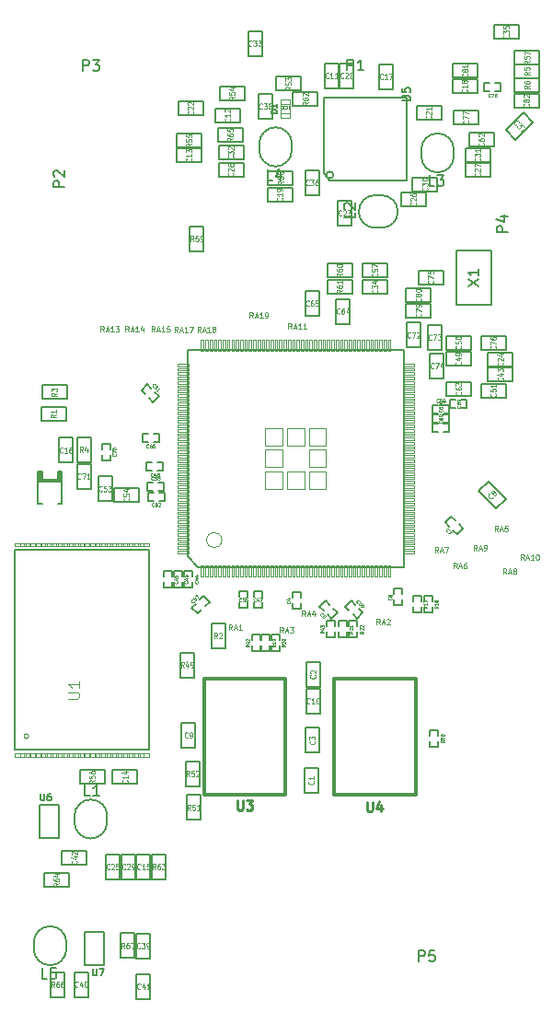
<source format=gto>
G04 (created by PCBNEW (2013-04-12 BZR 4023)-testing) date Птн 19 Апр 2013 02:34:35*
%MOIN*%
G04 Gerber Fmt 3.4, Leading zero omitted, Abs format*
%FSLAX34Y34*%
G01*
G70*
G90*
G04 APERTURE LIST*
%ADD10C,0.006*%
%ADD11C,0.00590551*%
%ADD12C,0.007*%
%ADD13C,0.0026*%
%ADD14C,0.004*%
%ADD15C,0.005*%
%ADD16C,0.008*%
%ADD17C,0.0001*%
%ADD18C,0.012*%
%ADD19C,0.003*%
%ADD20C,0.0045*%
%ADD21C,0.0035*%
%ADD22C,0.00875*%
%ADD23C,0.00492126*%
G04 APERTURE END LIST*
G54D10*
G54D11*
X43956Y-23838D02*
G75*
G03X43366Y-24429I0J-590D01*
G74*
G01*
X44547Y-24429D02*
G75*
G03X43956Y-23838I-590J0D01*
G74*
G01*
X43366Y-24665D02*
G75*
G03X43956Y-25255I590J0D01*
G74*
G01*
X43956Y-25255D02*
G75*
G03X44547Y-24665I0J590D01*
G74*
G01*
X44547Y-24744D02*
X44547Y-24350D01*
X43366Y-24744D02*
X43366Y-24350D01*
G54D12*
X36220Y-36653D02*
X35354Y-36653D01*
X35393Y-36613D02*
X35393Y-36298D01*
X35472Y-36298D02*
X35472Y-36613D01*
X35433Y-36613D02*
X35433Y-36298D01*
X35511Y-36298D02*
X35511Y-36613D01*
X36063Y-36298D02*
X36063Y-36613D01*
X36102Y-36613D02*
X36102Y-36298D01*
X36141Y-36298D02*
X36141Y-36613D01*
X36181Y-36613D02*
X36181Y-36298D01*
X36220Y-36613D02*
X35354Y-36613D01*
X35354Y-36298D02*
X35511Y-36298D01*
X36220Y-36298D02*
X36063Y-36298D01*
X36220Y-37480D02*
X36063Y-37480D01*
X35354Y-37480D02*
X35511Y-37480D01*
X35354Y-36298D02*
X35354Y-37480D01*
X36220Y-36298D02*
X36220Y-37480D01*
G54D13*
X44134Y-22992D02*
X44488Y-22992D01*
X44488Y-22992D02*
X44488Y-22835D01*
X44134Y-22835D02*
X44488Y-22835D01*
X44134Y-22992D02*
X44134Y-22835D01*
X44134Y-23503D02*
X44488Y-23503D01*
X44488Y-23503D02*
X44488Y-23346D01*
X44134Y-23346D02*
X44488Y-23346D01*
X44134Y-23503D02*
X44134Y-23346D01*
X44134Y-23169D02*
X44193Y-23169D01*
X44193Y-23169D02*
X44193Y-23051D01*
X44134Y-23051D02*
X44193Y-23051D01*
X44134Y-23169D02*
X44134Y-23051D01*
X44429Y-23169D02*
X44488Y-23169D01*
X44488Y-23169D02*
X44488Y-23051D01*
X44429Y-23051D02*
X44488Y-23051D01*
X44429Y-23169D02*
X44429Y-23051D01*
X44252Y-23169D02*
X44370Y-23169D01*
X44370Y-23169D02*
X44370Y-23051D01*
X44252Y-23051D02*
X44370Y-23051D01*
X44252Y-23169D02*
X44252Y-23051D01*
G54D14*
X44154Y-22992D02*
X44154Y-23346D01*
X44468Y-22992D02*
X44468Y-23346D01*
G54D15*
X45045Y-46473D02*
X45045Y-45573D01*
X45045Y-45573D02*
X45545Y-45573D01*
X45545Y-45573D02*
X45545Y-46473D01*
X45545Y-46473D02*
X45045Y-46473D01*
X45564Y-43191D02*
X45564Y-44091D01*
X45564Y-44091D02*
X45064Y-44091D01*
X45064Y-44091D02*
X45064Y-43191D01*
X45064Y-43191D02*
X45564Y-43191D01*
X45505Y-47030D02*
X45505Y-47930D01*
X45505Y-47930D02*
X45005Y-47930D01*
X45005Y-47930D02*
X45005Y-47030D01*
X45005Y-47030D02*
X45505Y-47030D01*
X35398Y-48356D02*
X36098Y-48356D01*
X36098Y-48356D02*
X36098Y-49556D01*
X36098Y-49556D02*
X35398Y-49556D01*
X35398Y-49556D02*
X35398Y-48356D01*
X37751Y-54162D02*
X37051Y-54162D01*
X37051Y-54162D02*
X37051Y-52962D01*
X37051Y-52962D02*
X37751Y-52962D01*
X37751Y-52962D02*
X37751Y-54162D01*
G54D13*
X34498Y-46623D02*
X34833Y-46623D01*
X34833Y-46623D02*
X34833Y-46505D01*
X34498Y-46505D02*
X34833Y-46505D01*
X34498Y-46623D02*
X34498Y-46505D01*
X34695Y-46623D02*
X35030Y-46623D01*
X35030Y-46623D02*
X35030Y-46505D01*
X34695Y-46505D02*
X35030Y-46505D01*
X34695Y-46623D02*
X34695Y-46505D01*
X34892Y-46623D02*
X35227Y-46623D01*
X35227Y-46623D02*
X35227Y-46505D01*
X34892Y-46505D02*
X35227Y-46505D01*
X34892Y-46623D02*
X34892Y-46505D01*
X35089Y-46623D02*
X35424Y-46623D01*
X35424Y-46623D02*
X35424Y-46505D01*
X35089Y-46505D02*
X35424Y-46505D01*
X35089Y-46623D02*
X35089Y-46505D01*
X35286Y-46623D02*
X35620Y-46623D01*
X35620Y-46623D02*
X35620Y-46505D01*
X35286Y-46505D02*
X35620Y-46505D01*
X35286Y-46623D02*
X35286Y-46505D01*
X35483Y-46623D02*
X35817Y-46623D01*
X35817Y-46623D02*
X35817Y-46505D01*
X35483Y-46505D02*
X35817Y-46505D01*
X35483Y-46623D02*
X35483Y-46505D01*
X35679Y-46623D02*
X36014Y-46623D01*
X36014Y-46623D02*
X36014Y-46505D01*
X35679Y-46505D02*
X36014Y-46505D01*
X35679Y-46623D02*
X35679Y-46505D01*
X35876Y-46623D02*
X36211Y-46623D01*
X36211Y-46623D02*
X36211Y-46505D01*
X35876Y-46505D02*
X36211Y-46505D01*
X35876Y-46623D02*
X35876Y-46505D01*
X36073Y-46623D02*
X36408Y-46623D01*
X36408Y-46623D02*
X36408Y-46505D01*
X36073Y-46505D02*
X36408Y-46505D01*
X36073Y-46623D02*
X36073Y-46505D01*
X36270Y-46623D02*
X36605Y-46623D01*
X36605Y-46623D02*
X36605Y-46505D01*
X36270Y-46505D02*
X36605Y-46505D01*
X36270Y-46623D02*
X36270Y-46505D01*
X36467Y-46623D02*
X36802Y-46623D01*
X36802Y-46623D02*
X36802Y-46505D01*
X36467Y-46505D02*
X36802Y-46505D01*
X36467Y-46623D02*
X36467Y-46505D01*
X36664Y-46623D02*
X36997Y-46623D01*
X36997Y-46623D02*
X36997Y-46505D01*
X36664Y-46505D02*
X36997Y-46505D01*
X36664Y-46623D02*
X36664Y-46505D01*
X36861Y-46623D02*
X37194Y-46623D01*
X37194Y-46623D02*
X37194Y-46505D01*
X36861Y-46505D02*
X37194Y-46505D01*
X36861Y-46623D02*
X36861Y-46505D01*
X37056Y-46623D02*
X37391Y-46623D01*
X37391Y-46623D02*
X37391Y-46505D01*
X37056Y-46505D02*
X37391Y-46505D01*
X37056Y-46623D02*
X37056Y-46505D01*
X37253Y-46623D02*
X37588Y-46623D01*
X37588Y-46623D02*
X37588Y-46505D01*
X37253Y-46505D02*
X37588Y-46505D01*
X37253Y-46623D02*
X37253Y-46505D01*
X37450Y-46623D02*
X37785Y-46623D01*
X37785Y-46623D02*
X37785Y-46505D01*
X37450Y-46505D02*
X37785Y-46505D01*
X37450Y-46623D02*
X37450Y-46505D01*
X37647Y-46623D02*
X37982Y-46623D01*
X37982Y-46623D02*
X37982Y-46505D01*
X37647Y-46505D02*
X37982Y-46505D01*
X37647Y-46623D02*
X37647Y-46505D01*
X37844Y-46623D02*
X38179Y-46623D01*
X38179Y-46623D02*
X38179Y-46505D01*
X37844Y-46505D02*
X38179Y-46505D01*
X37844Y-46623D02*
X37844Y-46505D01*
X38041Y-46623D02*
X38375Y-46623D01*
X38375Y-46623D02*
X38375Y-46505D01*
X38041Y-46505D02*
X38375Y-46505D01*
X38041Y-46623D02*
X38041Y-46505D01*
X38238Y-46623D02*
X38572Y-46623D01*
X38572Y-46623D02*
X38572Y-46505D01*
X38238Y-46505D02*
X38572Y-46505D01*
X38238Y-46623D02*
X38238Y-46505D01*
X38434Y-46623D02*
X38769Y-46623D01*
X38769Y-46623D02*
X38769Y-46505D01*
X38434Y-46505D02*
X38769Y-46505D01*
X38434Y-46623D02*
X38434Y-46505D01*
X38631Y-46623D02*
X38966Y-46623D01*
X38966Y-46623D02*
X38966Y-46505D01*
X38631Y-46505D02*
X38966Y-46505D01*
X38631Y-46623D02*
X38631Y-46505D01*
X38828Y-46623D02*
X39163Y-46623D01*
X39163Y-46623D02*
X39163Y-46505D01*
X38828Y-46505D02*
X39163Y-46505D01*
X38828Y-46623D02*
X38828Y-46505D01*
X39025Y-46623D02*
X39360Y-46623D01*
X39360Y-46623D02*
X39360Y-46505D01*
X39025Y-46505D02*
X39360Y-46505D01*
X39025Y-46623D02*
X39025Y-46505D01*
X39025Y-39005D02*
X39360Y-39005D01*
X39360Y-39005D02*
X39360Y-38887D01*
X39025Y-38887D02*
X39360Y-38887D01*
X39025Y-39005D02*
X39025Y-38887D01*
X38828Y-39005D02*
X39163Y-39005D01*
X39163Y-39005D02*
X39163Y-38887D01*
X38828Y-38887D02*
X39163Y-38887D01*
X38828Y-39005D02*
X38828Y-38887D01*
X38631Y-39005D02*
X38966Y-39005D01*
X38966Y-39005D02*
X38966Y-38887D01*
X38631Y-38887D02*
X38966Y-38887D01*
X38631Y-39005D02*
X38631Y-38887D01*
X38434Y-39005D02*
X38769Y-39005D01*
X38769Y-39005D02*
X38769Y-38887D01*
X38434Y-38887D02*
X38769Y-38887D01*
X38434Y-39005D02*
X38434Y-38887D01*
X38238Y-39005D02*
X38572Y-39005D01*
X38572Y-39005D02*
X38572Y-38887D01*
X38238Y-38887D02*
X38572Y-38887D01*
X38238Y-39005D02*
X38238Y-38887D01*
X38041Y-39005D02*
X38375Y-39005D01*
X38375Y-39005D02*
X38375Y-38887D01*
X38041Y-38887D02*
X38375Y-38887D01*
X38041Y-39005D02*
X38041Y-38887D01*
X37844Y-39005D02*
X38179Y-39005D01*
X38179Y-39005D02*
X38179Y-38887D01*
X37844Y-38887D02*
X38179Y-38887D01*
X37844Y-39005D02*
X37844Y-38887D01*
X37647Y-39005D02*
X37982Y-39005D01*
X37982Y-39005D02*
X37982Y-38887D01*
X37647Y-38887D02*
X37982Y-38887D01*
X37647Y-39005D02*
X37647Y-38887D01*
X37450Y-39005D02*
X37785Y-39005D01*
X37785Y-39005D02*
X37785Y-38887D01*
X37450Y-38887D02*
X37785Y-38887D01*
X37450Y-39005D02*
X37450Y-38887D01*
X37253Y-39005D02*
X37588Y-39005D01*
X37588Y-39005D02*
X37588Y-38887D01*
X37253Y-38887D02*
X37588Y-38887D01*
X37253Y-39005D02*
X37253Y-38887D01*
X37056Y-39005D02*
X37391Y-39005D01*
X37391Y-39005D02*
X37391Y-38887D01*
X37056Y-38887D02*
X37391Y-38887D01*
X37056Y-39005D02*
X37056Y-38887D01*
X36861Y-39005D02*
X37194Y-39005D01*
X37194Y-39005D02*
X37194Y-38887D01*
X36861Y-38887D02*
X37194Y-38887D01*
X36861Y-39005D02*
X36861Y-38887D01*
X36664Y-39005D02*
X36997Y-39005D01*
X36997Y-39005D02*
X36997Y-38887D01*
X36664Y-38887D02*
X36997Y-38887D01*
X36664Y-39005D02*
X36664Y-38887D01*
X36467Y-39005D02*
X36802Y-39005D01*
X36802Y-39005D02*
X36802Y-38887D01*
X36467Y-38887D02*
X36802Y-38887D01*
X36467Y-39005D02*
X36467Y-38887D01*
X36270Y-39005D02*
X36605Y-39005D01*
X36605Y-39005D02*
X36605Y-38887D01*
X36270Y-38887D02*
X36605Y-38887D01*
X36270Y-39005D02*
X36270Y-38887D01*
X36073Y-39005D02*
X36408Y-39005D01*
X36408Y-39005D02*
X36408Y-38887D01*
X36073Y-38887D02*
X36408Y-38887D01*
X36073Y-39005D02*
X36073Y-38887D01*
X35876Y-39005D02*
X36211Y-39005D01*
X36211Y-39005D02*
X36211Y-38887D01*
X35876Y-38887D02*
X36211Y-38887D01*
X35876Y-39005D02*
X35876Y-38887D01*
X35679Y-39005D02*
X36014Y-39005D01*
X36014Y-39005D02*
X36014Y-38887D01*
X35679Y-38887D02*
X36014Y-38887D01*
X35679Y-39005D02*
X35679Y-38887D01*
X35483Y-39005D02*
X35817Y-39005D01*
X35817Y-39005D02*
X35817Y-38887D01*
X35483Y-38887D02*
X35817Y-38887D01*
X35483Y-39005D02*
X35483Y-38887D01*
X35286Y-39005D02*
X35620Y-39005D01*
X35620Y-39005D02*
X35620Y-38887D01*
X35286Y-38887D02*
X35620Y-38887D01*
X35286Y-39005D02*
X35286Y-38887D01*
X35089Y-39005D02*
X35424Y-39005D01*
X35424Y-39005D02*
X35424Y-38887D01*
X35089Y-38887D02*
X35424Y-38887D01*
X35089Y-39005D02*
X35089Y-38887D01*
X34892Y-39005D02*
X35227Y-39005D01*
X35227Y-39005D02*
X35227Y-38887D01*
X34892Y-38887D02*
X35227Y-38887D01*
X34892Y-39005D02*
X34892Y-38887D01*
X34695Y-39005D02*
X35030Y-39005D01*
X35030Y-39005D02*
X35030Y-38887D01*
X34695Y-38887D02*
X35030Y-38887D01*
X34695Y-39005D02*
X34695Y-38887D01*
X34498Y-39005D02*
X34833Y-39005D01*
X34833Y-39005D02*
X34833Y-38887D01*
X34498Y-38887D02*
X34833Y-38887D01*
X34498Y-39005D02*
X34498Y-38887D01*
G54D16*
X39367Y-39135D02*
X39367Y-46375D01*
X39367Y-46375D02*
X34491Y-46375D01*
X34491Y-46375D02*
X34491Y-39135D01*
X34491Y-39135D02*
X39367Y-39135D01*
G54D17*
X35016Y-45880D02*
G75*
G03X35016Y-45880I-87J0D01*
G74*
G01*
G54D11*
X48385Y-26889D02*
G75*
G03X47795Y-26299I-590J0D01*
G74*
G01*
X47795Y-27480D02*
G75*
G03X48385Y-26889I0J590D01*
G74*
G01*
X47559Y-26299D02*
G75*
G03X46968Y-26889I0J-590D01*
G74*
G01*
X46968Y-26889D02*
G75*
G03X47559Y-27480I590J0D01*
G74*
G01*
X47480Y-27480D02*
X47874Y-27480D01*
X47480Y-26299D02*
X47874Y-26299D01*
X49822Y-24055D02*
G75*
G03X49232Y-24645I0J-590D01*
G74*
G01*
X50413Y-24645D02*
G75*
G03X49822Y-24055I-590J0D01*
G74*
G01*
X49232Y-24881D02*
G75*
G03X49822Y-25472I590J0D01*
G74*
G01*
X49822Y-25472D02*
G75*
G03X50413Y-24881I0J590D01*
G74*
G01*
X50413Y-24960D02*
X50413Y-24566D01*
X49232Y-24960D02*
X49232Y-24566D01*
X35787Y-52755D02*
G75*
G03X35196Y-53346I0J-590D01*
G74*
G01*
X36377Y-53346D02*
G75*
G03X35787Y-52755I-590J0D01*
G74*
G01*
X35196Y-53582D02*
G75*
G03X35787Y-54173I590J0D01*
G74*
G01*
X35787Y-54173D02*
G75*
G03X36377Y-53582I0J590D01*
G74*
G01*
X36377Y-53661D02*
X36377Y-53267D01*
X35196Y-53661D02*
X35196Y-53267D01*
X37263Y-49586D02*
G75*
G03X37854Y-48996I0J590D01*
G74*
G01*
X36673Y-48996D02*
G75*
G03X37263Y-49586I590J0D01*
G74*
G01*
X37854Y-48759D02*
G75*
G03X37263Y-48169I-590J0D01*
G74*
G01*
X37263Y-48169D02*
G75*
G03X36673Y-48759I0J-590D01*
G74*
G01*
X36673Y-48681D02*
X36673Y-49074D01*
X37854Y-48681D02*
X37854Y-49074D01*
G54D15*
X48925Y-41200D02*
X48925Y-41400D01*
X48925Y-41400D02*
X49225Y-41400D01*
X49225Y-41400D02*
X49225Y-41200D01*
X48925Y-41000D02*
X48925Y-40800D01*
X48925Y-40800D02*
X49225Y-40800D01*
X49225Y-40800D02*
X49225Y-41000D01*
X49325Y-41200D02*
X49325Y-41400D01*
X49325Y-41400D02*
X49625Y-41400D01*
X49625Y-41400D02*
X49625Y-41200D01*
X49325Y-41000D02*
X49325Y-40800D01*
X49325Y-40800D02*
X49625Y-40800D01*
X49625Y-40800D02*
X49625Y-41000D01*
X43450Y-42600D02*
X43450Y-42800D01*
X43450Y-42800D02*
X43750Y-42800D01*
X43750Y-42800D02*
X43750Y-42600D01*
X43450Y-42400D02*
X43450Y-42200D01*
X43450Y-42200D02*
X43750Y-42200D01*
X43750Y-42200D02*
X43750Y-42400D01*
X43800Y-42600D02*
X43800Y-42800D01*
X43800Y-42800D02*
X44100Y-42800D01*
X44100Y-42800D02*
X44100Y-42600D01*
X43800Y-42400D02*
X43800Y-42200D01*
X43800Y-42200D02*
X44100Y-42200D01*
X44100Y-42200D02*
X44100Y-42400D01*
X46621Y-42107D02*
X46621Y-42307D01*
X46621Y-42307D02*
X46921Y-42307D01*
X46921Y-42307D02*
X46921Y-42107D01*
X46621Y-41907D02*
X46621Y-41707D01*
X46621Y-41707D02*
X46921Y-41707D01*
X46921Y-41707D02*
X46921Y-41907D01*
X43400Y-42400D02*
X43400Y-42200D01*
X43400Y-42200D02*
X43100Y-42200D01*
X43100Y-42200D02*
X43100Y-42400D01*
X43400Y-42600D02*
X43400Y-42800D01*
X43400Y-42800D02*
X43100Y-42800D01*
X43100Y-42800D02*
X43100Y-42600D01*
X46100Y-41900D02*
X46100Y-41700D01*
X46100Y-41700D02*
X45800Y-41700D01*
X45800Y-41700D02*
X45800Y-41900D01*
X46100Y-42100D02*
X46100Y-42300D01*
X46100Y-42300D02*
X45800Y-42300D01*
X45800Y-42300D02*
X45800Y-42100D01*
X46247Y-42107D02*
X46247Y-42307D01*
X46247Y-42307D02*
X46547Y-42307D01*
X46547Y-42307D02*
X46547Y-42107D01*
X46247Y-41907D02*
X46247Y-41707D01*
X46247Y-41707D02*
X46547Y-41707D01*
X46547Y-41707D02*
X46547Y-41907D01*
X49554Y-46064D02*
X49554Y-46264D01*
X49554Y-46264D02*
X49854Y-46264D01*
X49854Y-46264D02*
X49854Y-46064D01*
X49554Y-45864D02*
X49554Y-45664D01*
X49554Y-45664D02*
X49854Y-45664D01*
X49854Y-45664D02*
X49854Y-45864D01*
X45910Y-41123D02*
X45768Y-40981D01*
X45768Y-40981D02*
X45556Y-41193D01*
X45556Y-41193D02*
X45698Y-41335D01*
X46051Y-41264D02*
X46193Y-41406D01*
X46193Y-41406D02*
X45981Y-41618D01*
X45981Y-41618D02*
X45839Y-41476D01*
X48555Y-40746D02*
X48555Y-40546D01*
X48555Y-40546D02*
X48255Y-40546D01*
X48255Y-40546D02*
X48255Y-40746D01*
X48555Y-40946D02*
X48555Y-41146D01*
X48555Y-41146D02*
X48255Y-41146D01*
X48255Y-41146D02*
X48255Y-40946D01*
X51711Y-22231D02*
X51511Y-22231D01*
X51511Y-22231D02*
X51511Y-22531D01*
X51511Y-22531D02*
X51711Y-22531D01*
X51911Y-22231D02*
X52111Y-22231D01*
X52111Y-22231D02*
X52111Y-22531D01*
X52111Y-22531D02*
X51911Y-22531D01*
X39329Y-34928D02*
X39129Y-34928D01*
X39129Y-34928D02*
X39129Y-35228D01*
X39129Y-35228D02*
X39329Y-35228D01*
X39529Y-34928D02*
X39729Y-34928D01*
X39729Y-34928D02*
X39729Y-35228D01*
X39729Y-35228D02*
X39529Y-35228D01*
X46764Y-41476D02*
X46906Y-41618D01*
X46906Y-41618D02*
X47118Y-41406D01*
X47118Y-41406D02*
X46976Y-41264D01*
X46623Y-41335D02*
X46481Y-41193D01*
X46481Y-41193D02*
X46693Y-40981D01*
X46693Y-40981D02*
X46835Y-41123D01*
X50040Y-34874D02*
X50240Y-34874D01*
X50240Y-34874D02*
X50240Y-34574D01*
X50240Y-34574D02*
X50040Y-34574D01*
X49840Y-34874D02*
X49640Y-34874D01*
X49640Y-34874D02*
X49640Y-34574D01*
X49640Y-34574D02*
X49840Y-34574D01*
X39706Y-37000D02*
X39906Y-37000D01*
X39906Y-37000D02*
X39906Y-36700D01*
X39906Y-36700D02*
X39706Y-36700D01*
X39506Y-37000D02*
X39306Y-37000D01*
X39306Y-37000D02*
X39306Y-36700D01*
X39306Y-36700D02*
X39506Y-36700D01*
X39374Y-33641D02*
X39515Y-33782D01*
X39515Y-33782D02*
X39727Y-33570D01*
X39727Y-33570D02*
X39586Y-33429D01*
X39232Y-33499D02*
X39091Y-33358D01*
X39091Y-33358D02*
X39303Y-33146D01*
X39303Y-33146D02*
X39444Y-33287D01*
X37664Y-35690D02*
X37664Y-35890D01*
X37664Y-35890D02*
X37964Y-35890D01*
X37964Y-35890D02*
X37964Y-35690D01*
X37664Y-35490D02*
X37664Y-35290D01*
X37664Y-35290D02*
X37964Y-35290D01*
X37964Y-35290D02*
X37964Y-35490D01*
X50040Y-34185D02*
X50240Y-34185D01*
X50240Y-34185D02*
X50240Y-33885D01*
X50240Y-33885D02*
X50040Y-33885D01*
X49840Y-34185D02*
X49640Y-34185D01*
X49640Y-34185D02*
X49640Y-33885D01*
X49640Y-33885D02*
X49840Y-33885D01*
X50040Y-34539D02*
X50240Y-34539D01*
X50240Y-34539D02*
X50240Y-34239D01*
X50240Y-34239D02*
X50040Y-34239D01*
X49840Y-34539D02*
X49640Y-34539D01*
X49640Y-34539D02*
X49640Y-34239D01*
X49640Y-34239D02*
X49840Y-34239D01*
X50690Y-33988D02*
X50890Y-33988D01*
X50890Y-33988D02*
X50890Y-33688D01*
X50890Y-33688D02*
X50690Y-33688D01*
X50490Y-33988D02*
X50290Y-33988D01*
X50290Y-33988D02*
X50290Y-33688D01*
X50290Y-33688D02*
X50490Y-33688D01*
X39525Y-37050D02*
X39325Y-37050D01*
X39325Y-37050D02*
X39325Y-37350D01*
X39325Y-37350D02*
X39525Y-37350D01*
X39725Y-37050D02*
X39925Y-37050D01*
X39925Y-37050D02*
X39925Y-37350D01*
X39925Y-37350D02*
X39725Y-37350D01*
X40650Y-40300D02*
X40650Y-40500D01*
X40650Y-40500D02*
X40950Y-40500D01*
X40950Y-40500D02*
X40950Y-40300D01*
X40650Y-40100D02*
X40650Y-39900D01*
X40650Y-39900D02*
X40950Y-39900D01*
X40950Y-39900D02*
X40950Y-40100D01*
X39900Y-40300D02*
X39900Y-40500D01*
X39900Y-40500D02*
X40200Y-40500D01*
X40200Y-40500D02*
X40200Y-40300D01*
X39900Y-40100D02*
X39900Y-39900D01*
X39900Y-39900D02*
X40200Y-39900D01*
X40200Y-39900D02*
X40200Y-40100D01*
X40263Y-40296D02*
X40263Y-40496D01*
X40263Y-40496D02*
X40563Y-40496D01*
X40563Y-40496D02*
X40563Y-40296D01*
X40263Y-40096D02*
X40263Y-39896D01*
X40263Y-39896D02*
X40563Y-39896D01*
X40563Y-39896D02*
X40563Y-40096D01*
X39486Y-35972D02*
X39286Y-35972D01*
X39286Y-35972D02*
X39286Y-36272D01*
X39286Y-36272D02*
X39486Y-36272D01*
X39686Y-35972D02*
X39886Y-35972D01*
X39886Y-35972D02*
X39886Y-36272D01*
X39886Y-36272D02*
X39686Y-36272D01*
X44875Y-40875D02*
X44875Y-40675D01*
X44875Y-40675D02*
X44575Y-40675D01*
X44575Y-40675D02*
X44575Y-40875D01*
X44875Y-41075D02*
X44875Y-41275D01*
X44875Y-41275D02*
X44575Y-41275D01*
X44575Y-41275D02*
X44575Y-41075D01*
X50460Y-38073D02*
X50318Y-37931D01*
X50318Y-37931D02*
X50106Y-38143D01*
X50106Y-38143D02*
X50248Y-38285D01*
X50601Y-38214D02*
X50743Y-38356D01*
X50743Y-38356D02*
X50531Y-38568D01*
X50531Y-38568D02*
X50389Y-38426D01*
X41416Y-41157D02*
X41558Y-41015D01*
X41558Y-41015D02*
X41346Y-40803D01*
X41346Y-40803D02*
X41204Y-40945D01*
X41275Y-41298D02*
X41134Y-41440D01*
X41134Y-41440D02*
X40921Y-41228D01*
X40921Y-41228D02*
X41063Y-41086D01*
X43457Y-40844D02*
X43457Y-40644D01*
X43457Y-40644D02*
X43157Y-40644D01*
X43157Y-40644D02*
X43157Y-40844D01*
X43457Y-41044D02*
X43457Y-41244D01*
X43457Y-41244D02*
X43157Y-41244D01*
X43157Y-41244D02*
X43157Y-41044D01*
X42645Y-41044D02*
X42645Y-41244D01*
X42645Y-41244D02*
X42945Y-41244D01*
X42945Y-41244D02*
X42945Y-41044D01*
X42645Y-40844D02*
X42645Y-40644D01*
X42645Y-40644D02*
X42945Y-40644D01*
X42945Y-40644D02*
X42945Y-40844D01*
G54D18*
X41357Y-48012D02*
X44311Y-48012D01*
X44311Y-48012D02*
X44311Y-43798D01*
X44311Y-43798D02*
X41357Y-43798D01*
X41357Y-43798D02*
X41357Y-48012D01*
X46082Y-48012D02*
X49036Y-48012D01*
X49036Y-48012D02*
X49036Y-43798D01*
X49036Y-43798D02*
X46082Y-43798D01*
X46082Y-43798D02*
X46082Y-48012D01*
G54D13*
X41254Y-31939D02*
X41345Y-31939D01*
X41345Y-31939D02*
X41345Y-31546D01*
X41254Y-31546D02*
X41345Y-31546D01*
X41254Y-31939D02*
X41254Y-31546D01*
X41412Y-31939D02*
X41502Y-31939D01*
X41502Y-31939D02*
X41502Y-31546D01*
X41412Y-31546D02*
X41502Y-31546D01*
X41412Y-31939D02*
X41412Y-31546D01*
X41569Y-31939D02*
X41660Y-31939D01*
X41660Y-31939D02*
X41660Y-31546D01*
X41569Y-31546D02*
X41660Y-31546D01*
X41569Y-31939D02*
X41569Y-31546D01*
X41727Y-31939D02*
X41817Y-31939D01*
X41817Y-31939D02*
X41817Y-31546D01*
X41727Y-31546D02*
X41817Y-31546D01*
X41727Y-31939D02*
X41727Y-31546D01*
X41884Y-31939D02*
X41975Y-31939D01*
X41975Y-31939D02*
X41975Y-31546D01*
X41884Y-31546D02*
X41975Y-31546D01*
X41884Y-31939D02*
X41884Y-31546D01*
X42042Y-31939D02*
X42132Y-31939D01*
X42132Y-31939D02*
X42132Y-31546D01*
X42042Y-31546D02*
X42132Y-31546D01*
X42042Y-31939D02*
X42042Y-31546D01*
X42199Y-31939D02*
X42290Y-31939D01*
X42290Y-31939D02*
X42290Y-31546D01*
X42199Y-31546D02*
X42290Y-31546D01*
X42199Y-31939D02*
X42199Y-31546D01*
X42357Y-31939D02*
X42447Y-31939D01*
X42447Y-31939D02*
X42447Y-31546D01*
X42357Y-31546D02*
X42447Y-31546D01*
X42357Y-31939D02*
X42357Y-31546D01*
X42514Y-31939D02*
X42605Y-31939D01*
X42605Y-31939D02*
X42605Y-31546D01*
X42514Y-31546D02*
X42605Y-31546D01*
X42514Y-31939D02*
X42514Y-31546D01*
X42672Y-31939D02*
X42762Y-31939D01*
X42762Y-31939D02*
X42762Y-31546D01*
X42672Y-31546D02*
X42762Y-31546D01*
X42672Y-31939D02*
X42672Y-31546D01*
X42829Y-31939D02*
X42920Y-31939D01*
X42920Y-31939D02*
X42920Y-31546D01*
X42829Y-31546D02*
X42920Y-31546D01*
X42829Y-31939D02*
X42829Y-31546D01*
X42987Y-31939D02*
X43077Y-31939D01*
X43077Y-31939D02*
X43077Y-31546D01*
X42987Y-31546D02*
X43077Y-31546D01*
X42987Y-31939D02*
X42987Y-31546D01*
X43144Y-31939D02*
X43235Y-31939D01*
X43235Y-31939D02*
X43235Y-31546D01*
X43144Y-31546D02*
X43235Y-31546D01*
X43144Y-31939D02*
X43144Y-31546D01*
X43302Y-31939D02*
X43392Y-31939D01*
X43392Y-31939D02*
X43392Y-31546D01*
X43302Y-31546D02*
X43392Y-31546D01*
X43302Y-31939D02*
X43302Y-31546D01*
X43459Y-31939D02*
X43550Y-31939D01*
X43550Y-31939D02*
X43550Y-31546D01*
X43459Y-31546D02*
X43550Y-31546D01*
X43459Y-31939D02*
X43459Y-31546D01*
X43617Y-31939D02*
X43707Y-31939D01*
X43707Y-31939D02*
X43707Y-31546D01*
X43617Y-31546D02*
X43707Y-31546D01*
X43617Y-31939D02*
X43617Y-31546D01*
X43774Y-31939D02*
X43865Y-31939D01*
X43865Y-31939D02*
X43865Y-31546D01*
X43774Y-31546D02*
X43865Y-31546D01*
X43774Y-31939D02*
X43774Y-31546D01*
X43932Y-31939D02*
X44022Y-31939D01*
X44022Y-31939D02*
X44022Y-31546D01*
X43932Y-31546D02*
X44022Y-31546D01*
X43932Y-31939D02*
X43932Y-31546D01*
X44089Y-31939D02*
X44180Y-31939D01*
X44180Y-31939D02*
X44180Y-31546D01*
X44089Y-31546D02*
X44180Y-31546D01*
X44089Y-31939D02*
X44089Y-31546D01*
X44247Y-31939D02*
X44337Y-31939D01*
X44337Y-31939D02*
X44337Y-31546D01*
X44247Y-31546D02*
X44337Y-31546D01*
X44247Y-31939D02*
X44247Y-31546D01*
X44404Y-31939D02*
X44495Y-31939D01*
X44495Y-31939D02*
X44495Y-31546D01*
X44404Y-31546D02*
X44495Y-31546D01*
X44404Y-31939D02*
X44404Y-31546D01*
X44561Y-31939D02*
X44652Y-31939D01*
X44652Y-31939D02*
X44652Y-31546D01*
X44561Y-31546D02*
X44652Y-31546D01*
X44561Y-31939D02*
X44561Y-31546D01*
X44718Y-31939D02*
X44809Y-31939D01*
X44809Y-31939D02*
X44809Y-31546D01*
X44718Y-31546D02*
X44809Y-31546D01*
X44718Y-31939D02*
X44718Y-31546D01*
X44875Y-31939D02*
X44966Y-31939D01*
X44966Y-31939D02*
X44966Y-31546D01*
X44875Y-31546D02*
X44966Y-31546D01*
X44875Y-31939D02*
X44875Y-31546D01*
X45033Y-31939D02*
X45123Y-31939D01*
X45123Y-31939D02*
X45123Y-31546D01*
X45033Y-31546D02*
X45123Y-31546D01*
X45033Y-31939D02*
X45033Y-31546D01*
X45190Y-31939D02*
X45281Y-31939D01*
X45281Y-31939D02*
X45281Y-31546D01*
X45190Y-31546D02*
X45281Y-31546D01*
X45190Y-31939D02*
X45190Y-31546D01*
X45348Y-31939D02*
X45438Y-31939D01*
X45438Y-31939D02*
X45438Y-31546D01*
X45348Y-31546D02*
X45438Y-31546D01*
X45348Y-31939D02*
X45348Y-31546D01*
X45505Y-31939D02*
X45596Y-31939D01*
X45596Y-31939D02*
X45596Y-31546D01*
X45505Y-31546D02*
X45596Y-31546D01*
X45505Y-31939D02*
X45505Y-31546D01*
X45663Y-31939D02*
X45753Y-31939D01*
X45753Y-31939D02*
X45753Y-31546D01*
X45663Y-31546D02*
X45753Y-31546D01*
X45663Y-31939D02*
X45663Y-31546D01*
X45820Y-31939D02*
X45911Y-31939D01*
X45911Y-31939D02*
X45911Y-31546D01*
X45820Y-31546D02*
X45911Y-31546D01*
X45820Y-31939D02*
X45820Y-31546D01*
X45978Y-31939D02*
X46068Y-31939D01*
X46068Y-31939D02*
X46068Y-31546D01*
X45978Y-31546D02*
X46068Y-31546D01*
X45978Y-31939D02*
X45978Y-31546D01*
X46135Y-31939D02*
X46226Y-31939D01*
X46226Y-31939D02*
X46226Y-31546D01*
X46135Y-31546D02*
X46226Y-31546D01*
X46135Y-31939D02*
X46135Y-31546D01*
X46293Y-31939D02*
X46383Y-31939D01*
X46383Y-31939D02*
X46383Y-31546D01*
X46293Y-31546D02*
X46383Y-31546D01*
X46293Y-31939D02*
X46293Y-31546D01*
X46450Y-31939D02*
X46541Y-31939D01*
X46541Y-31939D02*
X46541Y-31546D01*
X46450Y-31546D02*
X46541Y-31546D01*
X46450Y-31939D02*
X46450Y-31546D01*
X46608Y-31939D02*
X46698Y-31939D01*
X46698Y-31939D02*
X46698Y-31546D01*
X46608Y-31546D02*
X46698Y-31546D01*
X46608Y-31939D02*
X46608Y-31546D01*
X46765Y-31939D02*
X46856Y-31939D01*
X46856Y-31939D02*
X46856Y-31546D01*
X46765Y-31546D02*
X46856Y-31546D01*
X46765Y-31939D02*
X46765Y-31546D01*
X46923Y-31939D02*
X47013Y-31939D01*
X47013Y-31939D02*
X47013Y-31546D01*
X46923Y-31546D02*
X47013Y-31546D01*
X46923Y-31939D02*
X46923Y-31546D01*
X47080Y-31939D02*
X47171Y-31939D01*
X47171Y-31939D02*
X47171Y-31546D01*
X47080Y-31546D02*
X47171Y-31546D01*
X47080Y-31939D02*
X47080Y-31546D01*
X47238Y-31939D02*
X47328Y-31939D01*
X47328Y-31939D02*
X47328Y-31546D01*
X47238Y-31546D02*
X47328Y-31546D01*
X47238Y-31939D02*
X47238Y-31546D01*
X47395Y-31939D02*
X47486Y-31939D01*
X47486Y-31939D02*
X47486Y-31546D01*
X47395Y-31546D02*
X47486Y-31546D01*
X47395Y-31939D02*
X47395Y-31546D01*
X47553Y-31939D02*
X47643Y-31939D01*
X47643Y-31939D02*
X47643Y-31546D01*
X47553Y-31546D02*
X47643Y-31546D01*
X47553Y-31939D02*
X47553Y-31546D01*
X47710Y-31939D02*
X47801Y-31939D01*
X47801Y-31939D02*
X47801Y-31546D01*
X47710Y-31546D02*
X47801Y-31546D01*
X47710Y-31939D02*
X47710Y-31546D01*
X47868Y-31939D02*
X47958Y-31939D01*
X47958Y-31939D02*
X47958Y-31546D01*
X47868Y-31546D02*
X47958Y-31546D01*
X47868Y-31939D02*
X47868Y-31546D01*
X48025Y-31939D02*
X48116Y-31939D01*
X48116Y-31939D02*
X48116Y-31546D01*
X48025Y-31546D02*
X48116Y-31546D01*
X48025Y-31939D02*
X48025Y-31546D01*
X48025Y-40106D02*
X48116Y-40106D01*
X48116Y-40106D02*
X48116Y-39713D01*
X48025Y-39713D02*
X48116Y-39713D01*
X48025Y-40106D02*
X48025Y-39713D01*
X47868Y-40106D02*
X47958Y-40106D01*
X47958Y-40106D02*
X47958Y-39713D01*
X47868Y-39713D02*
X47958Y-39713D01*
X47868Y-40106D02*
X47868Y-39713D01*
X47710Y-40106D02*
X47801Y-40106D01*
X47801Y-40106D02*
X47801Y-39713D01*
X47710Y-39713D02*
X47801Y-39713D01*
X47710Y-40106D02*
X47710Y-39713D01*
X47553Y-40106D02*
X47643Y-40106D01*
X47643Y-40106D02*
X47643Y-39713D01*
X47553Y-39713D02*
X47643Y-39713D01*
X47553Y-40106D02*
X47553Y-39713D01*
X47395Y-40106D02*
X47486Y-40106D01*
X47486Y-40106D02*
X47486Y-39713D01*
X47395Y-39713D02*
X47486Y-39713D01*
X47395Y-40106D02*
X47395Y-39713D01*
X47238Y-40106D02*
X47328Y-40106D01*
X47328Y-40106D02*
X47328Y-39713D01*
X47238Y-39713D02*
X47328Y-39713D01*
X47238Y-40106D02*
X47238Y-39713D01*
X47080Y-40106D02*
X47171Y-40106D01*
X47171Y-40106D02*
X47171Y-39713D01*
X47080Y-39713D02*
X47171Y-39713D01*
X47080Y-40106D02*
X47080Y-39713D01*
X46923Y-40106D02*
X47013Y-40106D01*
X47013Y-40106D02*
X47013Y-39713D01*
X46923Y-39713D02*
X47013Y-39713D01*
X46923Y-40106D02*
X46923Y-39713D01*
X46765Y-40106D02*
X46856Y-40106D01*
X46856Y-40106D02*
X46856Y-39713D01*
X46765Y-39713D02*
X46856Y-39713D01*
X46765Y-40106D02*
X46765Y-39713D01*
X46608Y-40106D02*
X46698Y-40106D01*
X46698Y-40106D02*
X46698Y-39713D01*
X46608Y-39713D02*
X46698Y-39713D01*
X46608Y-40106D02*
X46608Y-39713D01*
X46450Y-40106D02*
X46541Y-40106D01*
X46541Y-40106D02*
X46541Y-39713D01*
X46450Y-39713D02*
X46541Y-39713D01*
X46450Y-40106D02*
X46450Y-39713D01*
X46293Y-40106D02*
X46383Y-40106D01*
X46383Y-40106D02*
X46383Y-39713D01*
X46293Y-39713D02*
X46383Y-39713D01*
X46293Y-40106D02*
X46293Y-39713D01*
X46135Y-40106D02*
X46226Y-40106D01*
X46226Y-40106D02*
X46226Y-39713D01*
X46135Y-39713D02*
X46226Y-39713D01*
X46135Y-40106D02*
X46135Y-39713D01*
X45978Y-40106D02*
X46068Y-40106D01*
X46068Y-40106D02*
X46068Y-39713D01*
X45978Y-39713D02*
X46068Y-39713D01*
X45978Y-40106D02*
X45978Y-39713D01*
X45820Y-40106D02*
X45911Y-40106D01*
X45911Y-40106D02*
X45911Y-39713D01*
X45820Y-39713D02*
X45911Y-39713D01*
X45820Y-40106D02*
X45820Y-39713D01*
X45663Y-40106D02*
X45753Y-40106D01*
X45753Y-40106D02*
X45753Y-39713D01*
X45663Y-39713D02*
X45753Y-39713D01*
X45663Y-40106D02*
X45663Y-39713D01*
X45505Y-40106D02*
X45596Y-40106D01*
X45596Y-40106D02*
X45596Y-39713D01*
X45505Y-39713D02*
X45596Y-39713D01*
X45505Y-40106D02*
X45505Y-39713D01*
X45348Y-40106D02*
X45438Y-40106D01*
X45438Y-40106D02*
X45438Y-39713D01*
X45348Y-39713D02*
X45438Y-39713D01*
X45348Y-40106D02*
X45348Y-39713D01*
X45190Y-40106D02*
X45281Y-40106D01*
X45281Y-40106D02*
X45281Y-39713D01*
X45190Y-39713D02*
X45281Y-39713D01*
X45190Y-40106D02*
X45190Y-39713D01*
X45033Y-40106D02*
X45123Y-40106D01*
X45123Y-40106D02*
X45123Y-39713D01*
X45033Y-39713D02*
X45123Y-39713D01*
X45033Y-40106D02*
X45033Y-39713D01*
X44875Y-40106D02*
X44966Y-40106D01*
X44966Y-40106D02*
X44966Y-39713D01*
X44875Y-39713D02*
X44966Y-39713D01*
X44875Y-40106D02*
X44875Y-39713D01*
X44718Y-40106D02*
X44809Y-40106D01*
X44809Y-40106D02*
X44809Y-39713D01*
X44718Y-39713D02*
X44809Y-39713D01*
X44718Y-40106D02*
X44718Y-39713D01*
X44561Y-40106D02*
X44652Y-40106D01*
X44652Y-40106D02*
X44652Y-39713D01*
X44561Y-39713D02*
X44652Y-39713D01*
X44561Y-40106D02*
X44561Y-39713D01*
X44404Y-40106D02*
X44495Y-40106D01*
X44495Y-40106D02*
X44495Y-39713D01*
X44404Y-39713D02*
X44495Y-39713D01*
X44404Y-40106D02*
X44404Y-39713D01*
X44247Y-40106D02*
X44337Y-40106D01*
X44337Y-40106D02*
X44337Y-39713D01*
X44247Y-39713D02*
X44337Y-39713D01*
X44247Y-40106D02*
X44247Y-39713D01*
X44089Y-40106D02*
X44180Y-40106D01*
X44180Y-40106D02*
X44180Y-39713D01*
X44089Y-39713D02*
X44180Y-39713D01*
X44089Y-40106D02*
X44089Y-39713D01*
X43932Y-40106D02*
X44022Y-40106D01*
X44022Y-40106D02*
X44022Y-39713D01*
X43932Y-39713D02*
X44022Y-39713D01*
X43932Y-40106D02*
X43932Y-39713D01*
X43774Y-40106D02*
X43865Y-40106D01*
X43865Y-40106D02*
X43865Y-39713D01*
X43774Y-39713D02*
X43865Y-39713D01*
X43774Y-40106D02*
X43774Y-39713D01*
X43617Y-40106D02*
X43707Y-40106D01*
X43707Y-40106D02*
X43707Y-39713D01*
X43617Y-39713D02*
X43707Y-39713D01*
X43617Y-40106D02*
X43617Y-39713D01*
X43459Y-40106D02*
X43550Y-40106D01*
X43550Y-40106D02*
X43550Y-39713D01*
X43459Y-39713D02*
X43550Y-39713D01*
X43459Y-40106D02*
X43459Y-39713D01*
X43302Y-40106D02*
X43392Y-40106D01*
X43392Y-40106D02*
X43392Y-39713D01*
X43302Y-39713D02*
X43392Y-39713D01*
X43302Y-40106D02*
X43302Y-39713D01*
X43144Y-40106D02*
X43235Y-40106D01*
X43235Y-40106D02*
X43235Y-39713D01*
X43144Y-39713D02*
X43235Y-39713D01*
X43144Y-40106D02*
X43144Y-39713D01*
X42987Y-40106D02*
X43077Y-40106D01*
X43077Y-40106D02*
X43077Y-39713D01*
X42987Y-39713D02*
X43077Y-39713D01*
X42987Y-40106D02*
X42987Y-39713D01*
X42829Y-40106D02*
X42920Y-40106D01*
X42920Y-40106D02*
X42920Y-39713D01*
X42829Y-39713D02*
X42920Y-39713D01*
X42829Y-40106D02*
X42829Y-39713D01*
X42672Y-40106D02*
X42762Y-40106D01*
X42762Y-40106D02*
X42762Y-39713D01*
X42672Y-39713D02*
X42762Y-39713D01*
X42672Y-40106D02*
X42672Y-39713D01*
X42514Y-40106D02*
X42605Y-40106D01*
X42605Y-40106D02*
X42605Y-39713D01*
X42514Y-39713D02*
X42605Y-39713D01*
X42514Y-40106D02*
X42514Y-39713D01*
X42357Y-40106D02*
X42447Y-40106D01*
X42447Y-40106D02*
X42447Y-39713D01*
X42357Y-39713D02*
X42447Y-39713D01*
X42357Y-40106D02*
X42357Y-39713D01*
X42199Y-40106D02*
X42290Y-40106D01*
X42290Y-40106D02*
X42290Y-39713D01*
X42199Y-39713D02*
X42290Y-39713D01*
X42199Y-40106D02*
X42199Y-39713D01*
X42042Y-40106D02*
X42132Y-40106D01*
X42132Y-40106D02*
X42132Y-39713D01*
X42042Y-39713D02*
X42132Y-39713D01*
X42042Y-40106D02*
X42042Y-39713D01*
X41884Y-40106D02*
X41975Y-40106D01*
X41975Y-40106D02*
X41975Y-39713D01*
X41884Y-39713D02*
X41975Y-39713D01*
X41884Y-40106D02*
X41884Y-39713D01*
X41727Y-40106D02*
X41817Y-40106D01*
X41817Y-40106D02*
X41817Y-39713D01*
X41727Y-39713D02*
X41817Y-39713D01*
X41727Y-40106D02*
X41727Y-39713D01*
X41569Y-40106D02*
X41660Y-40106D01*
X41660Y-40106D02*
X41660Y-39713D01*
X41569Y-39713D02*
X41660Y-39713D01*
X41569Y-40106D02*
X41569Y-39713D01*
X41412Y-40106D02*
X41502Y-40106D01*
X41502Y-40106D02*
X41502Y-39713D01*
X41412Y-39713D02*
X41502Y-39713D01*
X41412Y-40106D02*
X41412Y-39713D01*
X41254Y-40106D02*
X41345Y-40106D01*
X41345Y-40106D02*
X41345Y-39713D01*
X41254Y-39713D02*
X41345Y-39713D01*
X41254Y-40106D02*
X41254Y-39713D01*
X40405Y-39257D02*
X40798Y-39257D01*
X40798Y-39257D02*
X40798Y-39166D01*
X40405Y-39166D02*
X40798Y-39166D01*
X40405Y-39257D02*
X40405Y-39166D01*
X40405Y-39099D02*
X40798Y-39099D01*
X40798Y-39099D02*
X40798Y-39009D01*
X40405Y-39009D02*
X40798Y-39009D01*
X40405Y-39099D02*
X40405Y-39009D01*
X40405Y-38942D02*
X40798Y-38942D01*
X40798Y-38942D02*
X40798Y-38851D01*
X40405Y-38851D02*
X40798Y-38851D01*
X40405Y-38942D02*
X40405Y-38851D01*
X40405Y-38784D02*
X40798Y-38784D01*
X40798Y-38784D02*
X40798Y-38694D01*
X40405Y-38694D02*
X40798Y-38694D01*
X40405Y-38784D02*
X40405Y-38694D01*
X40405Y-38627D02*
X40798Y-38627D01*
X40798Y-38627D02*
X40798Y-38536D01*
X40405Y-38536D02*
X40798Y-38536D01*
X40405Y-38627D02*
X40405Y-38536D01*
X40405Y-38469D02*
X40798Y-38469D01*
X40798Y-38469D02*
X40798Y-38379D01*
X40405Y-38379D02*
X40798Y-38379D01*
X40405Y-38469D02*
X40405Y-38379D01*
X40405Y-38312D02*
X40798Y-38312D01*
X40798Y-38312D02*
X40798Y-38221D01*
X40405Y-38221D02*
X40798Y-38221D01*
X40405Y-38312D02*
X40405Y-38221D01*
X40405Y-38154D02*
X40798Y-38154D01*
X40798Y-38154D02*
X40798Y-38064D01*
X40405Y-38064D02*
X40798Y-38064D01*
X40405Y-38154D02*
X40405Y-38064D01*
X40405Y-37997D02*
X40798Y-37997D01*
X40798Y-37997D02*
X40798Y-37906D01*
X40405Y-37906D02*
X40798Y-37906D01*
X40405Y-37997D02*
X40405Y-37906D01*
X40405Y-37839D02*
X40798Y-37839D01*
X40798Y-37839D02*
X40798Y-37749D01*
X40405Y-37749D02*
X40798Y-37749D01*
X40405Y-37839D02*
X40405Y-37749D01*
X40405Y-37682D02*
X40798Y-37682D01*
X40798Y-37682D02*
X40798Y-37591D01*
X40405Y-37591D02*
X40798Y-37591D01*
X40405Y-37682D02*
X40405Y-37591D01*
X40405Y-37524D02*
X40798Y-37524D01*
X40798Y-37524D02*
X40798Y-37434D01*
X40405Y-37434D02*
X40798Y-37434D01*
X40405Y-37524D02*
X40405Y-37434D01*
X40405Y-37367D02*
X40798Y-37367D01*
X40798Y-37367D02*
X40798Y-37276D01*
X40405Y-37276D02*
X40798Y-37276D01*
X40405Y-37367D02*
X40405Y-37276D01*
X40405Y-37209D02*
X40798Y-37209D01*
X40798Y-37209D02*
X40798Y-37119D01*
X40405Y-37119D02*
X40798Y-37119D01*
X40405Y-37209D02*
X40405Y-37119D01*
X40405Y-37052D02*
X40798Y-37052D01*
X40798Y-37052D02*
X40798Y-36961D01*
X40405Y-36961D02*
X40798Y-36961D01*
X40405Y-37052D02*
X40405Y-36961D01*
X40405Y-36894D02*
X40798Y-36894D01*
X40798Y-36894D02*
X40798Y-36804D01*
X40405Y-36804D02*
X40798Y-36804D01*
X40405Y-36894D02*
X40405Y-36804D01*
X40405Y-36737D02*
X40798Y-36737D01*
X40798Y-36737D02*
X40798Y-36646D01*
X40405Y-36646D02*
X40798Y-36646D01*
X40405Y-36737D02*
X40405Y-36646D01*
X40405Y-36579D02*
X40798Y-36579D01*
X40798Y-36579D02*
X40798Y-36489D01*
X40405Y-36489D02*
X40798Y-36489D01*
X40405Y-36579D02*
X40405Y-36489D01*
X40405Y-36422D02*
X40798Y-36422D01*
X40798Y-36422D02*
X40798Y-36331D01*
X40405Y-36331D02*
X40798Y-36331D01*
X40405Y-36422D02*
X40405Y-36331D01*
X40405Y-36264D02*
X40798Y-36264D01*
X40798Y-36264D02*
X40798Y-36174D01*
X40405Y-36174D02*
X40798Y-36174D01*
X40405Y-36264D02*
X40405Y-36174D01*
X40405Y-36107D02*
X40798Y-36107D01*
X40798Y-36107D02*
X40798Y-36016D01*
X40405Y-36016D02*
X40798Y-36016D01*
X40405Y-36107D02*
X40405Y-36016D01*
X40405Y-35950D02*
X40798Y-35950D01*
X40798Y-35950D02*
X40798Y-35859D01*
X40405Y-35859D02*
X40798Y-35859D01*
X40405Y-35950D02*
X40405Y-35859D01*
X40405Y-35793D02*
X40798Y-35793D01*
X40798Y-35793D02*
X40798Y-35702D01*
X40405Y-35702D02*
X40798Y-35702D01*
X40405Y-35793D02*
X40405Y-35702D01*
X40405Y-35636D02*
X40798Y-35636D01*
X40798Y-35636D02*
X40798Y-35545D01*
X40405Y-35545D02*
X40798Y-35545D01*
X40405Y-35636D02*
X40405Y-35545D01*
X40405Y-35478D02*
X40798Y-35478D01*
X40798Y-35478D02*
X40798Y-35388D01*
X40405Y-35388D02*
X40798Y-35388D01*
X40405Y-35478D02*
X40405Y-35388D01*
X40405Y-35321D02*
X40798Y-35321D01*
X40798Y-35321D02*
X40798Y-35230D01*
X40405Y-35230D02*
X40798Y-35230D01*
X40405Y-35321D02*
X40405Y-35230D01*
X40405Y-35163D02*
X40798Y-35163D01*
X40798Y-35163D02*
X40798Y-35073D01*
X40405Y-35073D02*
X40798Y-35073D01*
X40405Y-35163D02*
X40405Y-35073D01*
X40405Y-35006D02*
X40798Y-35006D01*
X40798Y-35006D02*
X40798Y-34915D01*
X40405Y-34915D02*
X40798Y-34915D01*
X40405Y-35006D02*
X40405Y-34915D01*
X40405Y-34848D02*
X40798Y-34848D01*
X40798Y-34848D02*
X40798Y-34758D01*
X40405Y-34758D02*
X40798Y-34758D01*
X40405Y-34848D02*
X40405Y-34758D01*
X40405Y-34691D02*
X40798Y-34691D01*
X40798Y-34691D02*
X40798Y-34600D01*
X40405Y-34600D02*
X40798Y-34600D01*
X40405Y-34691D02*
X40405Y-34600D01*
X40405Y-34533D02*
X40798Y-34533D01*
X40798Y-34533D02*
X40798Y-34443D01*
X40405Y-34443D02*
X40798Y-34443D01*
X40405Y-34533D02*
X40405Y-34443D01*
X40405Y-34376D02*
X40798Y-34376D01*
X40798Y-34376D02*
X40798Y-34285D01*
X40405Y-34285D02*
X40798Y-34285D01*
X40405Y-34376D02*
X40405Y-34285D01*
X40405Y-34218D02*
X40798Y-34218D01*
X40798Y-34218D02*
X40798Y-34128D01*
X40405Y-34128D02*
X40798Y-34128D01*
X40405Y-34218D02*
X40405Y-34128D01*
X40405Y-34061D02*
X40798Y-34061D01*
X40798Y-34061D02*
X40798Y-33970D01*
X40405Y-33970D02*
X40798Y-33970D01*
X40405Y-34061D02*
X40405Y-33970D01*
X40405Y-33903D02*
X40798Y-33903D01*
X40798Y-33903D02*
X40798Y-33813D01*
X40405Y-33813D02*
X40798Y-33813D01*
X40405Y-33903D02*
X40405Y-33813D01*
X40405Y-33746D02*
X40798Y-33746D01*
X40798Y-33746D02*
X40798Y-33655D01*
X40405Y-33655D02*
X40798Y-33655D01*
X40405Y-33746D02*
X40405Y-33655D01*
X40405Y-33588D02*
X40798Y-33588D01*
X40798Y-33588D02*
X40798Y-33498D01*
X40405Y-33498D02*
X40798Y-33498D01*
X40405Y-33588D02*
X40405Y-33498D01*
X40405Y-33431D02*
X40798Y-33431D01*
X40798Y-33431D02*
X40798Y-33340D01*
X40405Y-33340D02*
X40798Y-33340D01*
X40405Y-33431D02*
X40405Y-33340D01*
X40405Y-33273D02*
X40798Y-33273D01*
X40798Y-33273D02*
X40798Y-33183D01*
X40405Y-33183D02*
X40798Y-33183D01*
X40405Y-33273D02*
X40405Y-33183D01*
X40405Y-33116D02*
X40798Y-33116D01*
X40798Y-33116D02*
X40798Y-33025D01*
X40405Y-33025D02*
X40798Y-33025D01*
X40405Y-33116D02*
X40405Y-33025D01*
X40405Y-32958D02*
X40798Y-32958D01*
X40798Y-32958D02*
X40798Y-32868D01*
X40405Y-32868D02*
X40798Y-32868D01*
X40405Y-32958D02*
X40405Y-32868D01*
X40405Y-32801D02*
X40798Y-32801D01*
X40798Y-32801D02*
X40798Y-32710D01*
X40405Y-32710D02*
X40798Y-32710D01*
X40405Y-32801D02*
X40405Y-32710D01*
X40405Y-32643D02*
X40798Y-32643D01*
X40798Y-32643D02*
X40798Y-32553D01*
X40405Y-32553D02*
X40798Y-32553D01*
X40405Y-32643D02*
X40405Y-32553D01*
X40405Y-32486D02*
X40798Y-32486D01*
X40798Y-32486D02*
X40798Y-32395D01*
X40405Y-32395D02*
X40798Y-32395D01*
X40405Y-32486D02*
X40405Y-32395D01*
X48572Y-32486D02*
X48965Y-32486D01*
X48965Y-32486D02*
X48965Y-32395D01*
X48572Y-32395D02*
X48965Y-32395D01*
X48572Y-32486D02*
X48572Y-32395D01*
X48572Y-32643D02*
X48965Y-32643D01*
X48965Y-32643D02*
X48965Y-32553D01*
X48572Y-32553D02*
X48965Y-32553D01*
X48572Y-32643D02*
X48572Y-32553D01*
X48572Y-32801D02*
X48965Y-32801D01*
X48965Y-32801D02*
X48965Y-32710D01*
X48572Y-32710D02*
X48965Y-32710D01*
X48572Y-32801D02*
X48572Y-32710D01*
X48572Y-32958D02*
X48965Y-32958D01*
X48965Y-32958D02*
X48965Y-32868D01*
X48572Y-32868D02*
X48965Y-32868D01*
X48572Y-32958D02*
X48572Y-32868D01*
X48572Y-33116D02*
X48965Y-33116D01*
X48965Y-33116D02*
X48965Y-33025D01*
X48572Y-33025D02*
X48965Y-33025D01*
X48572Y-33116D02*
X48572Y-33025D01*
X48572Y-33273D02*
X48965Y-33273D01*
X48965Y-33273D02*
X48965Y-33183D01*
X48572Y-33183D02*
X48965Y-33183D01*
X48572Y-33273D02*
X48572Y-33183D01*
X48572Y-33431D02*
X48965Y-33431D01*
X48965Y-33431D02*
X48965Y-33340D01*
X48572Y-33340D02*
X48965Y-33340D01*
X48572Y-33431D02*
X48572Y-33340D01*
X48572Y-33588D02*
X48965Y-33588D01*
X48965Y-33588D02*
X48965Y-33498D01*
X48572Y-33498D02*
X48965Y-33498D01*
X48572Y-33588D02*
X48572Y-33498D01*
X48572Y-33746D02*
X48965Y-33746D01*
X48965Y-33746D02*
X48965Y-33655D01*
X48572Y-33655D02*
X48965Y-33655D01*
X48572Y-33746D02*
X48572Y-33655D01*
X48572Y-33903D02*
X48965Y-33903D01*
X48965Y-33903D02*
X48965Y-33813D01*
X48572Y-33813D02*
X48965Y-33813D01*
X48572Y-33903D02*
X48572Y-33813D01*
X48572Y-34061D02*
X48965Y-34061D01*
X48965Y-34061D02*
X48965Y-33970D01*
X48572Y-33970D02*
X48965Y-33970D01*
X48572Y-34061D02*
X48572Y-33970D01*
X48572Y-34218D02*
X48965Y-34218D01*
X48965Y-34218D02*
X48965Y-34128D01*
X48572Y-34128D02*
X48965Y-34128D01*
X48572Y-34218D02*
X48572Y-34128D01*
X48572Y-34376D02*
X48965Y-34376D01*
X48965Y-34376D02*
X48965Y-34285D01*
X48572Y-34285D02*
X48965Y-34285D01*
X48572Y-34376D02*
X48572Y-34285D01*
X48572Y-34533D02*
X48965Y-34533D01*
X48965Y-34533D02*
X48965Y-34443D01*
X48572Y-34443D02*
X48965Y-34443D01*
X48572Y-34533D02*
X48572Y-34443D01*
X48572Y-34691D02*
X48965Y-34691D01*
X48965Y-34691D02*
X48965Y-34600D01*
X48572Y-34600D02*
X48965Y-34600D01*
X48572Y-34691D02*
X48572Y-34600D01*
X48572Y-34848D02*
X48965Y-34848D01*
X48965Y-34848D02*
X48965Y-34758D01*
X48572Y-34758D02*
X48965Y-34758D01*
X48572Y-34848D02*
X48572Y-34758D01*
X48572Y-35006D02*
X48965Y-35006D01*
X48965Y-35006D02*
X48965Y-34915D01*
X48572Y-34915D02*
X48965Y-34915D01*
X48572Y-35006D02*
X48572Y-34915D01*
X48572Y-35163D02*
X48965Y-35163D01*
X48965Y-35163D02*
X48965Y-35073D01*
X48572Y-35073D02*
X48965Y-35073D01*
X48572Y-35163D02*
X48572Y-35073D01*
X48572Y-35321D02*
X48965Y-35321D01*
X48965Y-35321D02*
X48965Y-35230D01*
X48572Y-35230D02*
X48965Y-35230D01*
X48572Y-35321D02*
X48572Y-35230D01*
X48572Y-35478D02*
X48965Y-35478D01*
X48965Y-35478D02*
X48965Y-35388D01*
X48572Y-35388D02*
X48965Y-35388D01*
X48572Y-35478D02*
X48572Y-35388D01*
X48572Y-35636D02*
X48965Y-35636D01*
X48965Y-35636D02*
X48965Y-35545D01*
X48572Y-35545D02*
X48965Y-35545D01*
X48572Y-35636D02*
X48572Y-35545D01*
X48572Y-35793D02*
X48965Y-35793D01*
X48965Y-35793D02*
X48965Y-35702D01*
X48572Y-35702D02*
X48965Y-35702D01*
X48572Y-35793D02*
X48572Y-35702D01*
X48572Y-35950D02*
X48965Y-35950D01*
X48965Y-35950D02*
X48965Y-35859D01*
X48572Y-35859D02*
X48965Y-35859D01*
X48572Y-35950D02*
X48572Y-35859D01*
X48572Y-36107D02*
X48965Y-36107D01*
X48965Y-36107D02*
X48965Y-36016D01*
X48572Y-36016D02*
X48965Y-36016D01*
X48572Y-36107D02*
X48572Y-36016D01*
X48572Y-36264D02*
X48965Y-36264D01*
X48965Y-36264D02*
X48965Y-36174D01*
X48572Y-36174D02*
X48965Y-36174D01*
X48572Y-36264D02*
X48572Y-36174D01*
X48572Y-36422D02*
X48965Y-36422D01*
X48965Y-36422D02*
X48965Y-36331D01*
X48572Y-36331D02*
X48965Y-36331D01*
X48572Y-36422D02*
X48572Y-36331D01*
X48572Y-36579D02*
X48965Y-36579D01*
X48965Y-36579D02*
X48965Y-36489D01*
X48572Y-36489D02*
X48965Y-36489D01*
X48572Y-36579D02*
X48572Y-36489D01*
X48572Y-36737D02*
X48965Y-36737D01*
X48965Y-36737D02*
X48965Y-36646D01*
X48572Y-36646D02*
X48965Y-36646D01*
X48572Y-36737D02*
X48572Y-36646D01*
X48572Y-36894D02*
X48965Y-36894D01*
X48965Y-36894D02*
X48965Y-36804D01*
X48572Y-36804D02*
X48965Y-36804D01*
X48572Y-36894D02*
X48572Y-36804D01*
X48572Y-37052D02*
X48965Y-37052D01*
X48965Y-37052D02*
X48965Y-36961D01*
X48572Y-36961D02*
X48965Y-36961D01*
X48572Y-37052D02*
X48572Y-36961D01*
X48572Y-37209D02*
X48965Y-37209D01*
X48965Y-37209D02*
X48965Y-37119D01*
X48572Y-37119D02*
X48965Y-37119D01*
X48572Y-37209D02*
X48572Y-37119D01*
X48572Y-37367D02*
X48965Y-37367D01*
X48965Y-37367D02*
X48965Y-37276D01*
X48572Y-37276D02*
X48965Y-37276D01*
X48572Y-37367D02*
X48572Y-37276D01*
X48572Y-37524D02*
X48965Y-37524D01*
X48965Y-37524D02*
X48965Y-37434D01*
X48572Y-37434D02*
X48965Y-37434D01*
X48572Y-37524D02*
X48572Y-37434D01*
X48572Y-37682D02*
X48965Y-37682D01*
X48965Y-37682D02*
X48965Y-37591D01*
X48572Y-37591D02*
X48965Y-37591D01*
X48572Y-37682D02*
X48572Y-37591D01*
X48572Y-37839D02*
X48965Y-37839D01*
X48965Y-37839D02*
X48965Y-37749D01*
X48572Y-37749D02*
X48965Y-37749D01*
X48572Y-37839D02*
X48572Y-37749D01*
X48572Y-37997D02*
X48965Y-37997D01*
X48965Y-37997D02*
X48965Y-37906D01*
X48572Y-37906D02*
X48965Y-37906D01*
X48572Y-37997D02*
X48572Y-37906D01*
X48572Y-38154D02*
X48965Y-38154D01*
X48965Y-38154D02*
X48965Y-38064D01*
X48572Y-38064D02*
X48965Y-38064D01*
X48572Y-38154D02*
X48572Y-38064D01*
X48572Y-38312D02*
X48965Y-38312D01*
X48965Y-38312D02*
X48965Y-38221D01*
X48572Y-38221D02*
X48965Y-38221D01*
X48572Y-38312D02*
X48572Y-38221D01*
X48572Y-38469D02*
X48965Y-38469D01*
X48965Y-38469D02*
X48965Y-38379D01*
X48572Y-38379D02*
X48965Y-38379D01*
X48572Y-38469D02*
X48572Y-38379D01*
X48572Y-38627D02*
X48965Y-38627D01*
X48965Y-38627D02*
X48965Y-38536D01*
X48572Y-38536D02*
X48965Y-38536D01*
X48572Y-38627D02*
X48572Y-38536D01*
X48572Y-38784D02*
X48965Y-38784D01*
X48965Y-38784D02*
X48965Y-38694D01*
X48572Y-38694D02*
X48965Y-38694D01*
X48572Y-38784D02*
X48572Y-38694D01*
X48572Y-38942D02*
X48965Y-38942D01*
X48965Y-38942D02*
X48965Y-38851D01*
X48572Y-38851D02*
X48965Y-38851D01*
X48572Y-38942D02*
X48572Y-38851D01*
X48572Y-39099D02*
X48965Y-39099D01*
X48965Y-39099D02*
X48965Y-39009D01*
X48572Y-39009D02*
X48965Y-39009D01*
X48572Y-39099D02*
X48572Y-39009D01*
X48572Y-39257D02*
X48965Y-39257D01*
X48965Y-39257D02*
X48965Y-39166D01*
X48572Y-39166D02*
X48965Y-39166D01*
X48572Y-39257D02*
X48572Y-39166D01*
X43583Y-36928D02*
X44213Y-36928D01*
X44213Y-36928D02*
X44213Y-36298D01*
X43583Y-36298D02*
X44213Y-36298D01*
X43583Y-36928D02*
X43583Y-36298D01*
X44371Y-36928D02*
X44999Y-36928D01*
X44999Y-36928D02*
X44999Y-36298D01*
X44371Y-36298D02*
X44999Y-36298D01*
X44371Y-36928D02*
X44371Y-36298D01*
X45157Y-36928D02*
X45787Y-36928D01*
X45787Y-36928D02*
X45787Y-36298D01*
X45157Y-36298D02*
X45787Y-36298D01*
X45157Y-36928D02*
X45157Y-36298D01*
X43583Y-36140D02*
X44213Y-36140D01*
X44213Y-36140D02*
X44213Y-35512D01*
X43583Y-35512D02*
X44213Y-35512D01*
X43583Y-36140D02*
X43583Y-35512D01*
X45157Y-36140D02*
X45787Y-36140D01*
X45787Y-36140D02*
X45787Y-35512D01*
X45157Y-35512D02*
X45787Y-35512D01*
X45157Y-36140D02*
X45157Y-35512D01*
X43583Y-35354D02*
X44213Y-35354D01*
X44213Y-35354D02*
X44213Y-34724D01*
X43583Y-34724D02*
X44213Y-34724D01*
X43583Y-35354D02*
X43583Y-34724D01*
X44371Y-35354D02*
X44999Y-35354D01*
X44999Y-35354D02*
X44999Y-34724D01*
X44371Y-34724D02*
X44999Y-34724D01*
X44371Y-35354D02*
X44371Y-34724D01*
X45157Y-35354D02*
X45787Y-35354D01*
X45787Y-35354D02*
X45787Y-34724D01*
X45157Y-34724D02*
X45787Y-34724D01*
X45157Y-35354D02*
X45157Y-34724D01*
G54D10*
X40759Y-31900D02*
X48611Y-31900D01*
X48611Y-31900D02*
X48611Y-39752D01*
X48611Y-39752D02*
X41153Y-39752D01*
X41153Y-39752D02*
X40759Y-39358D01*
X40759Y-39358D02*
X40759Y-31900D01*
G54D19*
X42010Y-38778D02*
G75*
G03X42010Y-38778I-277J0D01*
G74*
G01*
G54D11*
X51771Y-30255D02*
X51771Y-28287D01*
X51771Y-28287D02*
X50511Y-28287D01*
X50511Y-28287D02*
X50511Y-30255D01*
X50511Y-30255D02*
X51771Y-30255D01*
G54D15*
X37525Y-37379D02*
X37525Y-36479D01*
X37525Y-36479D02*
X38025Y-36479D01*
X38025Y-36479D02*
X38025Y-37379D01*
X38025Y-37379D02*
X37525Y-37379D01*
X36608Y-35081D02*
X36608Y-35981D01*
X36608Y-35981D02*
X36108Y-35981D01*
X36108Y-35981D02*
X36108Y-35081D01*
X36108Y-35081D02*
X36608Y-35081D01*
X39423Y-50160D02*
X39423Y-51060D01*
X39423Y-51060D02*
X38923Y-51060D01*
X38923Y-51060D02*
X38923Y-50160D01*
X38923Y-50160D02*
X39423Y-50160D01*
X38053Y-47112D02*
X38953Y-47112D01*
X38953Y-47112D02*
X38953Y-47612D01*
X38953Y-47612D02*
X38053Y-47612D01*
X38053Y-47612D02*
X38053Y-47112D01*
X51257Y-22612D02*
X50357Y-22612D01*
X50357Y-22612D02*
X50357Y-22112D01*
X50357Y-22112D02*
X51257Y-22112D01*
X51257Y-22112D02*
X51257Y-22612D01*
X46785Y-21518D02*
X46785Y-22418D01*
X46785Y-22418D02*
X46285Y-22418D01*
X46285Y-22418D02*
X46285Y-21518D01*
X46285Y-21518D02*
X46785Y-21518D01*
X43664Y-26029D02*
X44564Y-26029D01*
X44564Y-26029D02*
X44564Y-26529D01*
X44564Y-26529D02*
X43664Y-26529D01*
X43664Y-26529D02*
X43664Y-26029D01*
X48202Y-21557D02*
X48202Y-22457D01*
X48202Y-22457D02*
X47702Y-22457D01*
X47702Y-22457D02*
X47702Y-21557D01*
X47702Y-21557D02*
X48202Y-21557D01*
X45064Y-45056D02*
X45064Y-44156D01*
X45064Y-44156D02*
X45564Y-44156D01*
X45564Y-44156D02*
X45564Y-45056D01*
X45564Y-45056D02*
X45064Y-45056D01*
X43832Y-22640D02*
X43832Y-23540D01*
X43832Y-23540D02*
X43332Y-23540D01*
X43332Y-23540D02*
X43332Y-22640D01*
X43332Y-22640D02*
X43832Y-22640D01*
X40376Y-24612D02*
X41276Y-24612D01*
X41276Y-24612D02*
X41276Y-25112D01*
X41276Y-25112D02*
X40376Y-25112D01*
X40376Y-25112D02*
X40376Y-24612D01*
X40550Y-46300D02*
X40550Y-45400D01*
X40550Y-45400D02*
X41050Y-45400D01*
X41050Y-45400D02*
X41050Y-46300D01*
X41050Y-46300D02*
X40550Y-46300D01*
X41774Y-23155D02*
X42674Y-23155D01*
X42674Y-23155D02*
X42674Y-23655D01*
X42674Y-23655D02*
X41774Y-23655D01*
X41774Y-23655D02*
X41774Y-23155D01*
X49583Y-30722D02*
X48683Y-30722D01*
X48683Y-30722D02*
X48683Y-30222D01*
X48683Y-30222D02*
X49583Y-30222D01*
X49583Y-30222D02*
X49583Y-30722D01*
X46234Y-21518D02*
X46234Y-22418D01*
X46234Y-22418D02*
X45734Y-22418D01*
X45734Y-22418D02*
X45734Y-21518D01*
X45734Y-21518D02*
X46234Y-21518D01*
X49583Y-30171D02*
X48683Y-30171D01*
X48683Y-30171D02*
X48683Y-29671D01*
X48683Y-29671D02*
X49583Y-29671D01*
X49583Y-29671D02*
X49583Y-30171D01*
X50416Y-23234D02*
X51316Y-23234D01*
X51316Y-23234D02*
X51316Y-23734D01*
X51316Y-23734D02*
X50416Y-23734D01*
X50416Y-23734D02*
X50416Y-23234D01*
X52601Y-22624D02*
X53501Y-22624D01*
X53501Y-22624D02*
X53501Y-23124D01*
X53501Y-23124D02*
X52601Y-23124D01*
X52601Y-23124D02*
X52601Y-22624D01*
X50376Y-21541D02*
X51276Y-21541D01*
X51276Y-21541D02*
X51276Y-22041D01*
X51276Y-22041D02*
X50376Y-22041D01*
X50376Y-22041D02*
X50376Y-21541D01*
X51663Y-36650D02*
X52299Y-37286D01*
X52299Y-37286D02*
X51946Y-37639D01*
X51946Y-37639D02*
X51310Y-37003D01*
X51310Y-37003D02*
X51663Y-36650D01*
X38112Y-36895D02*
X39012Y-36895D01*
X39012Y-36895D02*
X39012Y-37395D01*
X39012Y-37395D02*
X38112Y-37395D01*
X38112Y-37395D02*
X38112Y-36895D01*
X51867Y-24541D02*
X50967Y-24541D01*
X50967Y-24541D02*
X50967Y-24041D01*
X50967Y-24041D02*
X51867Y-24041D01*
X51867Y-24041D02*
X51867Y-24541D01*
X45525Y-29766D02*
X45525Y-30666D01*
X45525Y-30666D02*
X45025Y-30666D01*
X45025Y-30666D02*
X45025Y-29766D01*
X45025Y-29766D02*
X45525Y-29766D01*
X46150Y-30950D02*
X46150Y-30050D01*
X46150Y-30050D02*
X46650Y-30050D01*
X46650Y-30050D02*
X46650Y-30950D01*
X46650Y-30950D02*
X46150Y-30950D01*
X50150Y-33050D02*
X51050Y-33050D01*
X51050Y-33050D02*
X51050Y-33550D01*
X51050Y-33550D02*
X50150Y-33550D01*
X50150Y-33550D02*
X50150Y-33050D01*
X50140Y-31383D02*
X51040Y-31383D01*
X51040Y-31383D02*
X51040Y-31883D01*
X51040Y-31883D02*
X50140Y-31883D01*
X50140Y-31883D02*
X50140Y-31383D01*
X52556Y-32494D02*
X51656Y-32494D01*
X51656Y-32494D02*
X51656Y-31994D01*
X51656Y-31994D02*
X52556Y-31994D01*
X52556Y-31994D02*
X52556Y-32494D01*
X52556Y-33045D02*
X51656Y-33045D01*
X51656Y-33045D02*
X51656Y-32545D01*
X51656Y-32545D02*
X52556Y-32545D01*
X52556Y-32545D02*
X52556Y-33045D01*
X51400Y-33116D02*
X52300Y-33116D01*
X52300Y-33116D02*
X52300Y-33616D01*
X52300Y-33616D02*
X51400Y-33616D01*
X51400Y-33616D02*
X51400Y-33116D01*
X48009Y-29265D02*
X47109Y-29265D01*
X47109Y-29265D02*
X47109Y-28765D01*
X47109Y-28765D02*
X48009Y-28765D01*
X48009Y-28765D02*
X48009Y-29265D01*
X49553Y-32930D02*
X49553Y-32030D01*
X49553Y-32030D02*
X50053Y-32030D01*
X50053Y-32030D02*
X50053Y-32930D01*
X50053Y-32930D02*
X49553Y-32930D01*
X48706Y-31808D02*
X48706Y-30908D01*
X48706Y-30908D02*
X49206Y-30908D01*
X49206Y-30908D02*
X49206Y-31808D01*
X49206Y-31808D02*
X48706Y-31808D01*
X50036Y-29521D02*
X49136Y-29521D01*
X49136Y-29521D02*
X49136Y-29021D01*
X49136Y-29021D02*
X50036Y-29021D01*
X50036Y-29021D02*
X50036Y-29521D01*
X49474Y-31906D02*
X49474Y-31006D01*
X49474Y-31006D02*
X49974Y-31006D01*
X49974Y-31006D02*
X49974Y-31906D01*
X49974Y-31906D02*
X49474Y-31906D01*
X50140Y-31974D02*
X51040Y-31974D01*
X51040Y-31974D02*
X51040Y-32474D01*
X51040Y-32474D02*
X50140Y-32474D01*
X50140Y-32474D02*
X50140Y-31974D01*
X41892Y-25124D02*
X42792Y-25124D01*
X42792Y-25124D02*
X42792Y-25624D01*
X42792Y-25624D02*
X41892Y-25624D01*
X41892Y-25624D02*
X41892Y-25124D01*
X41892Y-24513D02*
X42792Y-24513D01*
X42792Y-24513D02*
X42792Y-25013D01*
X42792Y-25013D02*
X41892Y-25013D01*
X41892Y-25013D02*
X41892Y-24513D01*
X36757Y-36926D02*
X36757Y-36026D01*
X36757Y-36026D02*
X37257Y-36026D01*
X37257Y-36026D02*
X37257Y-36926D01*
X37257Y-36926D02*
X36757Y-36926D01*
X49057Y-23076D02*
X49957Y-23076D01*
X49957Y-23076D02*
X49957Y-23576D01*
X49957Y-23576D02*
X49057Y-23576D01*
X49057Y-23576D02*
X49057Y-23076D01*
X41335Y-23399D02*
X40435Y-23399D01*
X40435Y-23399D02*
X40435Y-22899D01*
X40435Y-22899D02*
X41335Y-22899D01*
X41335Y-22899D02*
X41335Y-23399D01*
X49406Y-26706D02*
X48506Y-26706D01*
X48506Y-26706D02*
X48506Y-26206D01*
X48506Y-26206D02*
X49406Y-26206D01*
X49406Y-26206D02*
X49406Y-26706D01*
X49820Y-26155D02*
X48920Y-26155D01*
X48920Y-26155D02*
X48920Y-25655D01*
X48920Y-25655D02*
X49820Y-25655D01*
X49820Y-25655D02*
X49820Y-26155D01*
X46706Y-26498D02*
X46706Y-27398D01*
X46706Y-27398D02*
X46206Y-27398D01*
X46206Y-27398D02*
X46206Y-26498D01*
X46206Y-26498D02*
X46706Y-26498D01*
X51729Y-25643D02*
X50829Y-25643D01*
X50829Y-25643D02*
X50829Y-25143D01*
X50829Y-25143D02*
X51729Y-25143D01*
X51729Y-25143D02*
X51729Y-25643D01*
X51729Y-25092D02*
X50829Y-25092D01*
X50829Y-25092D02*
X50829Y-24592D01*
X50829Y-24592D02*
X51729Y-24592D01*
X51729Y-24592D02*
X51729Y-25092D01*
X42958Y-21257D02*
X42958Y-20357D01*
X42958Y-20357D02*
X43458Y-20357D01*
X43458Y-20357D02*
X43458Y-21257D01*
X43458Y-21257D02*
X42958Y-21257D01*
X47109Y-29356D02*
X48009Y-29356D01*
X48009Y-29356D02*
X48009Y-29856D01*
X48009Y-29856D02*
X47109Y-29856D01*
X47109Y-29856D02*
X47109Y-29356D01*
X51872Y-20143D02*
X52772Y-20143D01*
X52772Y-20143D02*
X52772Y-20643D01*
X52772Y-20643D02*
X51872Y-20643D01*
X51872Y-20643D02*
X51872Y-20143D01*
X52300Y-23940D02*
X52936Y-23304D01*
X52936Y-23304D02*
X53290Y-23657D01*
X53290Y-23657D02*
X52653Y-24294D01*
X52653Y-24294D02*
X52300Y-23940D01*
X38913Y-53920D02*
X38913Y-53020D01*
X38913Y-53020D02*
X39413Y-53020D01*
X39413Y-53020D02*
X39413Y-53920D01*
X39413Y-53920D02*
X38913Y-53920D01*
X36663Y-55320D02*
X36663Y-54420D01*
X36663Y-54420D02*
X37163Y-54420D01*
X37163Y-54420D02*
X37163Y-55320D01*
X37163Y-55320D02*
X36663Y-55320D01*
X38923Y-55390D02*
X38923Y-54490D01*
X38923Y-54490D02*
X39423Y-54490D01*
X39423Y-54490D02*
X39423Y-55390D01*
X39423Y-55390D02*
X38923Y-55390D01*
X51400Y-31403D02*
X52300Y-31403D01*
X52300Y-31403D02*
X52300Y-31903D01*
X52300Y-31903D02*
X51400Y-31903D01*
X51400Y-31903D02*
X51400Y-31403D01*
X37801Y-51060D02*
X37801Y-50160D01*
X37801Y-50160D02*
X38301Y-50160D01*
X38301Y-50160D02*
X38301Y-51060D01*
X38301Y-51060D02*
X37801Y-51060D01*
X38372Y-51060D02*
X38372Y-50160D01*
X38372Y-50160D02*
X38872Y-50160D01*
X38872Y-50160D02*
X38872Y-51060D01*
X38872Y-51060D02*
X38372Y-51060D01*
X36223Y-50025D02*
X37123Y-50025D01*
X37123Y-50025D02*
X37123Y-50525D01*
X37123Y-50525D02*
X36223Y-50525D01*
X36223Y-50525D02*
X36223Y-50025D01*
X45525Y-25396D02*
X45525Y-26296D01*
X45525Y-26296D02*
X45025Y-26296D01*
X45025Y-26296D02*
X45025Y-25396D01*
X45025Y-25396D02*
X45525Y-25396D01*
X36313Y-54420D02*
X36313Y-55320D01*
X36313Y-55320D02*
X35813Y-55320D01*
X35813Y-55320D02*
X35813Y-54420D01*
X35813Y-54420D02*
X36313Y-54420D01*
X36872Y-47112D02*
X37772Y-47112D01*
X37772Y-47112D02*
X37772Y-47612D01*
X37772Y-47612D02*
X36872Y-47612D01*
X36872Y-47612D02*
X36872Y-47112D01*
X44589Y-22564D02*
X45489Y-22564D01*
X45489Y-22564D02*
X45489Y-23064D01*
X45489Y-23064D02*
X44589Y-23064D01*
X44589Y-23064D02*
X44589Y-22564D01*
X40500Y-43750D02*
X40500Y-42850D01*
X40500Y-42850D02*
X41000Y-42850D01*
X41000Y-42850D02*
X41000Y-43750D01*
X41000Y-43750D02*
X40500Y-43750D01*
X53520Y-22553D02*
X52620Y-22553D01*
X52620Y-22553D02*
X52620Y-22053D01*
X52620Y-22053D02*
X53520Y-22053D01*
X53520Y-22053D02*
X53520Y-22553D01*
X38352Y-53914D02*
X38352Y-53014D01*
X38352Y-53014D02*
X38852Y-53014D01*
X38852Y-53014D02*
X38852Y-53914D01*
X38852Y-53914D02*
X38352Y-53914D01*
X43979Y-22013D02*
X44879Y-22013D01*
X44879Y-22013D02*
X44879Y-22513D01*
X44879Y-22513D02*
X43979Y-22513D01*
X43979Y-22513D02*
X43979Y-22013D01*
X35494Y-33175D02*
X36394Y-33175D01*
X36394Y-33175D02*
X36394Y-33675D01*
X36394Y-33675D02*
X35494Y-33675D01*
X35494Y-33675D02*
X35494Y-33175D01*
X52620Y-21561D02*
X53520Y-21561D01*
X53520Y-21561D02*
X53520Y-22061D01*
X53520Y-22061D02*
X52620Y-22061D01*
X52620Y-22061D02*
X52620Y-21561D01*
X41276Y-24561D02*
X40376Y-24561D01*
X40376Y-24561D02*
X40376Y-24061D01*
X40376Y-24061D02*
X41276Y-24061D01*
X41276Y-24061D02*
X41276Y-24561D01*
X35475Y-33962D02*
X36375Y-33962D01*
X36375Y-33962D02*
X36375Y-34462D01*
X36375Y-34462D02*
X35475Y-34462D01*
X35475Y-34462D02*
X35475Y-33962D01*
X53520Y-21568D02*
X52620Y-21568D01*
X52620Y-21568D02*
X52620Y-21068D01*
X52620Y-21068D02*
X53520Y-21068D01*
X53520Y-21068D02*
X53520Y-21568D01*
X37257Y-35061D02*
X37257Y-35961D01*
X37257Y-35961D02*
X36757Y-35961D01*
X36757Y-35961D02*
X36757Y-35061D01*
X36757Y-35061D02*
X37257Y-35061D01*
X40852Y-28324D02*
X40852Y-27424D01*
X40852Y-27424D02*
X41352Y-27424D01*
X41352Y-27424D02*
X41352Y-28324D01*
X41352Y-28324D02*
X40852Y-28324D01*
X46729Y-29265D02*
X45829Y-29265D01*
X45829Y-29265D02*
X45829Y-28765D01*
X45829Y-28765D02*
X46729Y-28765D01*
X46729Y-28765D02*
X46729Y-29265D01*
X42772Y-24364D02*
X41872Y-24364D01*
X41872Y-24364D02*
X41872Y-23864D01*
X41872Y-23864D02*
X42772Y-23864D01*
X42772Y-23864D02*
X42772Y-24364D01*
X46729Y-29856D02*
X45829Y-29856D01*
X45829Y-29856D02*
X45829Y-29356D01*
X45829Y-29356D02*
X46729Y-29356D01*
X46729Y-29356D02*
X46729Y-29856D01*
X43683Y-25419D02*
X44583Y-25419D01*
X44583Y-25419D02*
X44583Y-25919D01*
X44583Y-25919D02*
X43683Y-25919D01*
X43683Y-25919D02*
X43683Y-25419D01*
X42831Y-22868D02*
X41931Y-22868D01*
X41931Y-22868D02*
X41931Y-22368D01*
X41931Y-22368D02*
X42831Y-22368D01*
X42831Y-22368D02*
X42831Y-22868D01*
X35573Y-50832D02*
X36473Y-50832D01*
X36473Y-50832D02*
X36473Y-51332D01*
X36473Y-51332D02*
X35573Y-51332D01*
X35573Y-51332D02*
X35573Y-50832D01*
X39974Y-50160D02*
X39974Y-51060D01*
X39974Y-51060D02*
X39474Y-51060D01*
X39474Y-51060D02*
X39474Y-50160D01*
X39474Y-50160D02*
X39974Y-50160D01*
X42125Y-41800D02*
X42125Y-42700D01*
X42125Y-42700D02*
X41625Y-42700D01*
X41625Y-42700D02*
X41625Y-41800D01*
X41625Y-41800D02*
X42125Y-41800D01*
X40734Y-48914D02*
X40734Y-48014D01*
X40734Y-48014D02*
X41234Y-48014D01*
X41234Y-48014D02*
X41234Y-48914D01*
X41234Y-48914D02*
X40734Y-48914D01*
X41194Y-46794D02*
X41194Y-47694D01*
X41194Y-47694D02*
X40694Y-47694D01*
X40694Y-47694D02*
X40694Y-46794D01*
X40694Y-46794D02*
X41194Y-46794D01*
X45704Y-25401D02*
X45704Y-25501D01*
X45704Y-25501D02*
X45904Y-25751D01*
X45904Y-25751D02*
X46054Y-25751D01*
X45704Y-25401D02*
X45704Y-22751D01*
X45704Y-22751D02*
X48704Y-22751D01*
X48704Y-22751D02*
X48704Y-25751D01*
X48704Y-25751D02*
X46054Y-25751D01*
X46047Y-25562D02*
G75*
G03X46047Y-25562I-125J0D01*
G74*
G01*
G54D11*
X43851Y-25748D02*
X43664Y-25748D01*
X43664Y-25355D01*
X44151Y-25486D02*
X44151Y-25748D01*
X44057Y-25336D02*
X43964Y-25617D01*
X44207Y-25617D01*
G54D15*
X44001Y-23316D02*
X43801Y-23316D01*
X43801Y-23269D01*
X43811Y-23240D01*
X43830Y-23221D01*
X43849Y-23212D01*
X43887Y-23202D01*
X43915Y-23202D01*
X43953Y-23212D01*
X43972Y-23221D01*
X43991Y-23240D01*
X44001Y-23269D01*
X44001Y-23316D01*
X44001Y-23012D02*
X44001Y-23126D01*
X44001Y-23069D02*
X43801Y-23069D01*
X43830Y-23088D01*
X43849Y-23107D01*
X43858Y-23126D01*
G54D20*
X45366Y-46053D02*
X45376Y-46062D01*
X45385Y-46087D01*
X45385Y-46105D01*
X45376Y-46130D01*
X45357Y-46147D01*
X45338Y-46156D01*
X45300Y-46165D01*
X45271Y-46165D01*
X45233Y-46156D01*
X45214Y-46147D01*
X45195Y-46130D01*
X45185Y-46105D01*
X45185Y-46087D01*
X45195Y-46062D01*
X45204Y-46053D01*
X45185Y-45993D02*
X45185Y-45882D01*
X45261Y-45942D01*
X45261Y-45916D01*
X45271Y-45899D01*
X45280Y-45890D01*
X45300Y-45882D01*
X45347Y-45882D01*
X45366Y-45890D01*
X45376Y-45899D01*
X45385Y-45916D01*
X45385Y-45967D01*
X45376Y-45985D01*
X45366Y-45993D01*
X45386Y-43671D02*
X45395Y-43680D01*
X45405Y-43706D01*
X45405Y-43723D01*
X45395Y-43748D01*
X45376Y-43766D01*
X45357Y-43774D01*
X45319Y-43783D01*
X45291Y-43783D01*
X45253Y-43774D01*
X45234Y-43766D01*
X45214Y-43748D01*
X45205Y-43723D01*
X45205Y-43706D01*
X45214Y-43680D01*
X45224Y-43671D01*
X45224Y-43603D02*
X45214Y-43594D01*
X45205Y-43577D01*
X45205Y-43534D01*
X45214Y-43517D01*
X45224Y-43508D01*
X45243Y-43500D01*
X45262Y-43500D01*
X45291Y-43508D01*
X45405Y-43611D01*
X45405Y-43500D01*
X45327Y-47510D02*
X45336Y-47518D01*
X45346Y-47544D01*
X45346Y-47561D01*
X45336Y-47587D01*
X45317Y-47604D01*
X45298Y-47613D01*
X45260Y-47621D01*
X45232Y-47621D01*
X45194Y-47613D01*
X45174Y-47604D01*
X45155Y-47587D01*
X45146Y-47561D01*
X45146Y-47544D01*
X45155Y-47518D01*
X45165Y-47510D01*
X45346Y-47338D02*
X45346Y-47441D01*
X45346Y-47390D02*
X45146Y-47390D01*
X45174Y-47407D01*
X45194Y-47424D01*
X45203Y-47441D01*
G54D15*
X35439Y-47953D02*
X35439Y-48156D01*
X35451Y-48179D01*
X35463Y-48191D01*
X35487Y-48203D01*
X35534Y-48203D01*
X35558Y-48191D01*
X35570Y-48179D01*
X35582Y-48156D01*
X35582Y-47953D01*
X35808Y-47953D02*
X35760Y-47953D01*
X35737Y-47965D01*
X35725Y-47977D01*
X35701Y-48013D01*
X35689Y-48060D01*
X35689Y-48156D01*
X35701Y-48179D01*
X35713Y-48191D01*
X35737Y-48203D01*
X35784Y-48203D01*
X35808Y-48191D01*
X35820Y-48179D01*
X35832Y-48156D01*
X35832Y-48096D01*
X35820Y-48072D01*
X35808Y-48060D01*
X35784Y-48049D01*
X35737Y-48049D01*
X35713Y-48060D01*
X35701Y-48072D01*
X35689Y-48096D01*
X37329Y-54292D02*
X37329Y-54494D01*
X37341Y-54518D01*
X37352Y-54530D01*
X37376Y-54542D01*
X37424Y-54542D01*
X37448Y-54530D01*
X37460Y-54518D01*
X37471Y-54494D01*
X37471Y-54292D01*
X37567Y-54292D02*
X37733Y-54292D01*
X37626Y-54542D01*
G54D21*
X36454Y-44517D02*
X36777Y-44517D01*
X36816Y-44498D01*
X36835Y-44479D01*
X36854Y-44441D01*
X36854Y-44364D01*
X36835Y-44326D01*
X36816Y-44307D01*
X36777Y-44288D01*
X36454Y-44288D01*
X36854Y-43888D02*
X36854Y-44117D01*
X36854Y-44003D02*
X36454Y-44003D01*
X36511Y-44041D01*
X36549Y-44079D01*
X36568Y-44117D01*
G54D11*
X46831Y-26916D02*
X46831Y-27103D01*
X46437Y-27103D01*
X46475Y-26803D02*
X46456Y-26784D01*
X46437Y-26747D01*
X46437Y-26653D01*
X46456Y-26616D01*
X46475Y-26597D01*
X46512Y-26578D01*
X46550Y-26578D01*
X46606Y-26597D01*
X46831Y-26822D01*
X46831Y-26578D01*
X49717Y-25965D02*
X49530Y-25965D01*
X49530Y-25571D01*
X49811Y-25571D02*
X50055Y-25571D01*
X49924Y-25721D01*
X49980Y-25721D01*
X50017Y-25740D01*
X50036Y-25759D01*
X50055Y-25796D01*
X50055Y-25890D01*
X50036Y-25928D01*
X50017Y-25946D01*
X49980Y-25965D01*
X49867Y-25965D01*
X49830Y-25946D01*
X49811Y-25928D01*
X35682Y-54666D02*
X35494Y-54666D01*
X35494Y-54272D01*
X36001Y-54272D02*
X35813Y-54272D01*
X35794Y-54460D01*
X35813Y-54441D01*
X35851Y-54422D01*
X35944Y-54422D01*
X35982Y-54441D01*
X36001Y-54460D01*
X36019Y-54497D01*
X36019Y-54591D01*
X36001Y-54628D01*
X35982Y-54647D01*
X35944Y-54666D01*
X35851Y-54666D01*
X35813Y-54647D01*
X35794Y-54628D01*
X37237Y-48032D02*
X37050Y-48032D01*
X37050Y-47638D01*
X37574Y-48032D02*
X37350Y-48032D01*
X37462Y-48032D02*
X37462Y-47638D01*
X37425Y-47694D01*
X37387Y-47732D01*
X37350Y-47751D01*
G54D19*
X49429Y-41177D02*
X49372Y-41217D01*
X49429Y-41245D02*
X49309Y-41245D01*
X49309Y-41200D01*
X49315Y-41188D01*
X49320Y-41182D01*
X49332Y-41177D01*
X49349Y-41177D01*
X49360Y-41182D01*
X49366Y-41188D01*
X49372Y-41200D01*
X49372Y-41245D01*
X49429Y-41062D02*
X49429Y-41131D01*
X49429Y-41097D02*
X49309Y-41097D01*
X49326Y-41108D01*
X49337Y-41120D01*
X49343Y-41131D01*
X49309Y-41022D02*
X49309Y-40942D01*
X49429Y-40994D01*
X49829Y-41177D02*
X49772Y-41217D01*
X49829Y-41245D02*
X49709Y-41245D01*
X49709Y-41200D01*
X49715Y-41188D01*
X49720Y-41182D01*
X49732Y-41177D01*
X49749Y-41177D01*
X49760Y-41182D01*
X49766Y-41188D01*
X49772Y-41200D01*
X49772Y-41245D01*
X49829Y-41062D02*
X49829Y-41131D01*
X49829Y-41097D02*
X49709Y-41097D01*
X49726Y-41108D01*
X49737Y-41120D01*
X49743Y-41131D01*
X49760Y-40994D02*
X49755Y-41005D01*
X49749Y-41011D01*
X49737Y-41017D01*
X49732Y-41017D01*
X49720Y-41011D01*
X49715Y-41005D01*
X49709Y-40994D01*
X49709Y-40971D01*
X49715Y-40960D01*
X49720Y-40954D01*
X49732Y-40948D01*
X49737Y-40948D01*
X49749Y-40954D01*
X49755Y-40960D01*
X49760Y-40971D01*
X49760Y-40994D01*
X49766Y-41005D01*
X49772Y-41011D01*
X49783Y-41017D01*
X49806Y-41017D01*
X49817Y-41011D01*
X49823Y-41005D01*
X49829Y-40994D01*
X49829Y-40971D01*
X49823Y-40960D01*
X49817Y-40954D01*
X49806Y-40948D01*
X49783Y-40948D01*
X49772Y-40954D01*
X49766Y-40960D01*
X49760Y-40971D01*
X43954Y-42577D02*
X43897Y-42617D01*
X43954Y-42645D02*
X43834Y-42645D01*
X43834Y-42600D01*
X43840Y-42588D01*
X43845Y-42582D01*
X43857Y-42577D01*
X43874Y-42577D01*
X43885Y-42582D01*
X43891Y-42588D01*
X43897Y-42600D01*
X43897Y-42645D01*
X43954Y-42462D02*
X43954Y-42531D01*
X43954Y-42497D02*
X43834Y-42497D01*
X43851Y-42508D01*
X43862Y-42520D01*
X43868Y-42531D01*
X43954Y-42405D02*
X43954Y-42382D01*
X43948Y-42371D01*
X43942Y-42365D01*
X43925Y-42354D01*
X43902Y-42348D01*
X43857Y-42348D01*
X43845Y-42354D01*
X43840Y-42360D01*
X43834Y-42371D01*
X43834Y-42394D01*
X43840Y-42405D01*
X43845Y-42411D01*
X43857Y-42417D01*
X43885Y-42417D01*
X43897Y-42411D01*
X43902Y-42405D01*
X43908Y-42394D01*
X43908Y-42371D01*
X43902Y-42360D01*
X43897Y-42354D01*
X43885Y-42348D01*
X44304Y-42577D02*
X44247Y-42617D01*
X44304Y-42645D02*
X44184Y-42645D01*
X44184Y-42600D01*
X44190Y-42588D01*
X44195Y-42582D01*
X44207Y-42577D01*
X44224Y-42577D01*
X44235Y-42582D01*
X44241Y-42588D01*
X44247Y-42600D01*
X44247Y-42645D01*
X44195Y-42531D02*
X44190Y-42525D01*
X44184Y-42514D01*
X44184Y-42485D01*
X44190Y-42474D01*
X44195Y-42468D01*
X44207Y-42462D01*
X44218Y-42462D01*
X44235Y-42468D01*
X44304Y-42537D01*
X44304Y-42462D01*
X44184Y-42388D02*
X44184Y-42377D01*
X44190Y-42365D01*
X44195Y-42360D01*
X44207Y-42354D01*
X44230Y-42348D01*
X44258Y-42348D01*
X44281Y-42354D01*
X44292Y-42360D01*
X44298Y-42365D01*
X44304Y-42377D01*
X44304Y-42388D01*
X44298Y-42400D01*
X44292Y-42405D01*
X44281Y-42411D01*
X44258Y-42417D01*
X44230Y-42417D01*
X44207Y-42411D01*
X44195Y-42405D01*
X44190Y-42400D01*
X44184Y-42388D01*
X47125Y-42085D02*
X47068Y-42125D01*
X47125Y-42153D02*
X47005Y-42153D01*
X47005Y-42107D01*
X47011Y-42096D01*
X47017Y-42090D01*
X47028Y-42085D01*
X47045Y-42085D01*
X47057Y-42090D01*
X47063Y-42096D01*
X47068Y-42107D01*
X47068Y-42153D01*
X47017Y-42039D02*
X47011Y-42033D01*
X47005Y-42022D01*
X47005Y-41993D01*
X47011Y-41982D01*
X47017Y-41976D01*
X47028Y-41970D01*
X47040Y-41970D01*
X47057Y-41976D01*
X47125Y-42045D01*
X47125Y-41970D01*
X47017Y-41925D02*
X47011Y-41919D01*
X47005Y-41907D01*
X47005Y-41879D01*
X47011Y-41867D01*
X47017Y-41862D01*
X47028Y-41856D01*
X47040Y-41856D01*
X47057Y-41862D01*
X47125Y-41930D01*
X47125Y-41856D01*
X43004Y-42577D02*
X42947Y-42617D01*
X43004Y-42645D02*
X42884Y-42645D01*
X42884Y-42600D01*
X42890Y-42588D01*
X42895Y-42582D01*
X42907Y-42577D01*
X42924Y-42577D01*
X42935Y-42582D01*
X42941Y-42588D01*
X42947Y-42600D01*
X42947Y-42645D01*
X42924Y-42474D02*
X43004Y-42474D01*
X42878Y-42502D02*
X42964Y-42531D01*
X42964Y-42457D01*
X42895Y-42417D02*
X42890Y-42411D01*
X42884Y-42400D01*
X42884Y-42371D01*
X42890Y-42360D01*
X42895Y-42354D01*
X42907Y-42348D01*
X42918Y-42348D01*
X42935Y-42354D01*
X43004Y-42422D01*
X43004Y-42348D01*
X45704Y-42077D02*
X45647Y-42117D01*
X45704Y-42145D02*
X45584Y-42145D01*
X45584Y-42100D01*
X45590Y-42088D01*
X45595Y-42082D01*
X45607Y-42077D01*
X45624Y-42077D01*
X45635Y-42082D01*
X45641Y-42088D01*
X45647Y-42100D01*
X45647Y-42145D01*
X45624Y-41974D02*
X45704Y-41974D01*
X45578Y-42002D02*
X45664Y-42031D01*
X45664Y-41957D01*
X45584Y-41922D02*
X45584Y-41848D01*
X45630Y-41888D01*
X45630Y-41871D01*
X45635Y-41860D01*
X45641Y-41854D01*
X45652Y-41848D01*
X45681Y-41848D01*
X45692Y-41854D01*
X45698Y-41860D01*
X45704Y-41871D01*
X45704Y-41905D01*
X45698Y-41917D01*
X45692Y-41922D01*
X46751Y-42085D02*
X46694Y-42125D01*
X46751Y-42153D02*
X46631Y-42153D01*
X46631Y-42107D01*
X46637Y-42096D01*
X46643Y-42090D01*
X46654Y-42085D01*
X46671Y-42085D01*
X46683Y-42090D01*
X46689Y-42096D01*
X46694Y-42107D01*
X46694Y-42153D01*
X46643Y-42039D02*
X46637Y-42033D01*
X46631Y-42022D01*
X46631Y-41993D01*
X46637Y-41982D01*
X46643Y-41976D01*
X46654Y-41970D01*
X46666Y-41970D01*
X46683Y-41976D01*
X46751Y-42045D01*
X46751Y-41970D01*
X46751Y-41856D02*
X46751Y-41925D01*
X46751Y-41890D02*
X46631Y-41890D01*
X46649Y-41902D01*
X46660Y-41913D01*
X46666Y-41925D01*
X50059Y-46041D02*
X50001Y-46081D01*
X50059Y-46110D02*
X49939Y-46110D01*
X49939Y-46064D01*
X49944Y-46053D01*
X49950Y-46047D01*
X49961Y-46041D01*
X49979Y-46041D01*
X49990Y-46047D01*
X49996Y-46053D01*
X50001Y-46064D01*
X50001Y-46110D01*
X49939Y-45933D02*
X49939Y-45990D01*
X49996Y-45995D01*
X49990Y-45990D01*
X49984Y-45978D01*
X49984Y-45950D01*
X49990Y-45938D01*
X49996Y-45933D01*
X50007Y-45927D01*
X50036Y-45927D01*
X50047Y-45933D01*
X50053Y-45938D01*
X50059Y-45950D01*
X50059Y-45978D01*
X50053Y-45990D01*
X50047Y-45995D01*
X49939Y-45853D02*
X49939Y-45841D01*
X49944Y-45830D01*
X49950Y-45824D01*
X49961Y-45818D01*
X49984Y-45813D01*
X50013Y-45813D01*
X50036Y-45818D01*
X50047Y-45824D01*
X50053Y-45830D01*
X50059Y-45841D01*
X50059Y-45853D01*
X50053Y-45864D01*
X50047Y-45870D01*
X50036Y-45875D01*
X50013Y-45881D01*
X49984Y-45881D01*
X49961Y-45875D01*
X49950Y-45870D01*
X49944Y-45864D01*
X49939Y-45853D01*
X45618Y-41528D02*
X45610Y-41528D01*
X45594Y-41520D01*
X45586Y-41512D01*
X45578Y-41495D01*
X45578Y-41479D01*
X45582Y-41467D01*
X45594Y-41447D01*
X45606Y-41435D01*
X45626Y-41423D01*
X45638Y-41419D01*
X45654Y-41419D01*
X45670Y-41427D01*
X45679Y-41435D01*
X45687Y-41451D01*
X45687Y-41459D01*
X45771Y-41528D02*
X45731Y-41487D01*
X45687Y-41524D01*
X45695Y-41524D01*
X45707Y-41528D01*
X45727Y-41548D01*
X45731Y-41560D01*
X45731Y-41568D01*
X45727Y-41580D01*
X45707Y-41601D01*
X45695Y-41605D01*
X45687Y-41605D01*
X45674Y-41601D01*
X45654Y-41580D01*
X45650Y-41568D01*
X45650Y-41560D01*
X48148Y-40866D02*
X48154Y-40872D01*
X48159Y-40889D01*
X48159Y-40900D01*
X48154Y-40917D01*
X48142Y-40929D01*
X48131Y-40935D01*
X48108Y-40940D01*
X48091Y-40940D01*
X48068Y-40935D01*
X48056Y-40929D01*
X48045Y-40917D01*
X48039Y-40900D01*
X48039Y-40889D01*
X48045Y-40872D01*
X48051Y-40866D01*
X48039Y-40763D02*
X48039Y-40786D01*
X48045Y-40797D01*
X48051Y-40803D01*
X48068Y-40815D01*
X48091Y-40820D01*
X48136Y-40820D01*
X48148Y-40815D01*
X48154Y-40809D01*
X48159Y-40797D01*
X48159Y-40775D01*
X48154Y-40763D01*
X48148Y-40757D01*
X48136Y-40752D01*
X48108Y-40752D01*
X48096Y-40757D01*
X48091Y-40763D01*
X48085Y-40775D01*
X48085Y-40797D01*
X48091Y-40809D01*
X48096Y-40815D01*
X48108Y-40820D01*
X51733Y-22724D02*
X51728Y-22730D01*
X51711Y-22736D01*
X51699Y-22736D01*
X51682Y-22730D01*
X51671Y-22719D01*
X51665Y-22707D01*
X51659Y-22684D01*
X51659Y-22667D01*
X51665Y-22644D01*
X51671Y-22633D01*
X51682Y-22621D01*
X51699Y-22616D01*
X51711Y-22616D01*
X51728Y-22621D01*
X51733Y-22627D01*
X51773Y-22616D02*
X51853Y-22616D01*
X51802Y-22736D01*
X51916Y-22667D02*
X51905Y-22661D01*
X51899Y-22656D01*
X51893Y-22644D01*
X51893Y-22639D01*
X51899Y-22627D01*
X51905Y-22621D01*
X51916Y-22616D01*
X51939Y-22616D01*
X51951Y-22621D01*
X51956Y-22627D01*
X51962Y-22639D01*
X51962Y-22644D01*
X51956Y-22656D01*
X51951Y-22661D01*
X51939Y-22667D01*
X51916Y-22667D01*
X51905Y-22673D01*
X51899Y-22679D01*
X51893Y-22690D01*
X51893Y-22713D01*
X51899Y-22724D01*
X51905Y-22730D01*
X51916Y-22736D01*
X51939Y-22736D01*
X51951Y-22730D01*
X51956Y-22724D01*
X51962Y-22713D01*
X51962Y-22690D01*
X51956Y-22679D01*
X51951Y-22673D01*
X51939Y-22667D01*
X39351Y-35421D02*
X39346Y-35427D01*
X39329Y-35433D01*
X39317Y-35433D01*
X39300Y-35427D01*
X39289Y-35415D01*
X39283Y-35404D01*
X39277Y-35381D01*
X39277Y-35364D01*
X39283Y-35341D01*
X39289Y-35330D01*
X39300Y-35318D01*
X39317Y-35313D01*
X39329Y-35313D01*
X39346Y-35318D01*
X39351Y-35324D01*
X39454Y-35313D02*
X39431Y-35313D01*
X39420Y-35318D01*
X39414Y-35324D01*
X39403Y-35341D01*
X39397Y-35364D01*
X39397Y-35410D01*
X39403Y-35421D01*
X39409Y-35427D01*
X39420Y-35433D01*
X39443Y-35433D01*
X39454Y-35427D01*
X39460Y-35421D01*
X39466Y-35410D01*
X39466Y-35381D01*
X39460Y-35370D01*
X39454Y-35364D01*
X39443Y-35358D01*
X39420Y-35358D01*
X39409Y-35364D01*
X39403Y-35370D01*
X39397Y-35381D01*
X39569Y-35313D02*
X39546Y-35313D01*
X39534Y-35318D01*
X39529Y-35324D01*
X39517Y-35341D01*
X39511Y-35364D01*
X39511Y-35410D01*
X39517Y-35421D01*
X39523Y-35427D01*
X39534Y-35433D01*
X39557Y-35433D01*
X39569Y-35427D01*
X39574Y-35421D01*
X39580Y-35410D01*
X39580Y-35381D01*
X39574Y-35370D01*
X39569Y-35364D01*
X39557Y-35358D01*
X39534Y-35358D01*
X39523Y-35364D01*
X39517Y-35370D01*
X39511Y-35381D01*
X46927Y-41063D02*
X46919Y-41063D01*
X46903Y-41055D01*
X46894Y-41047D01*
X46886Y-41031D01*
X46886Y-41015D01*
X46890Y-41003D01*
X46903Y-40982D01*
X46915Y-40970D01*
X46935Y-40958D01*
X46947Y-40954D01*
X46963Y-40954D01*
X46979Y-40962D01*
X46987Y-40970D01*
X46995Y-40986D01*
X46995Y-40994D01*
X47080Y-41063D02*
X47040Y-41023D01*
X46995Y-41059D01*
X47004Y-41059D01*
X47016Y-41063D01*
X47036Y-41083D01*
X47040Y-41095D01*
X47040Y-41104D01*
X47036Y-41116D01*
X47016Y-41136D01*
X47004Y-41140D01*
X46995Y-41140D01*
X46983Y-41136D01*
X46963Y-41116D01*
X46959Y-41104D01*
X46959Y-41095D01*
X47040Y-41192D02*
X47056Y-41209D01*
X47068Y-41213D01*
X47076Y-41213D01*
X47096Y-41209D01*
X47117Y-41196D01*
X47149Y-41164D01*
X47153Y-41152D01*
X47153Y-41144D01*
X47149Y-41132D01*
X47133Y-41116D01*
X47121Y-41112D01*
X47113Y-41112D01*
X47101Y-41116D01*
X47080Y-41136D01*
X47076Y-41148D01*
X47076Y-41156D01*
X47080Y-41168D01*
X47096Y-41184D01*
X47109Y-41188D01*
X47117Y-41188D01*
X47129Y-41184D01*
X49983Y-34466D02*
X49989Y-34472D01*
X49995Y-34489D01*
X49995Y-34501D01*
X49989Y-34518D01*
X49978Y-34529D01*
X49966Y-34535D01*
X49943Y-34541D01*
X49926Y-34541D01*
X49903Y-34535D01*
X49892Y-34529D01*
X49880Y-34518D01*
X49875Y-34501D01*
X49875Y-34489D01*
X49880Y-34472D01*
X49886Y-34466D01*
X49875Y-34364D02*
X49875Y-34386D01*
X49880Y-34398D01*
X49886Y-34404D01*
X49903Y-34415D01*
X49926Y-34421D01*
X49972Y-34421D01*
X49983Y-34415D01*
X49989Y-34409D01*
X49995Y-34398D01*
X49995Y-34375D01*
X49989Y-34364D01*
X49983Y-34358D01*
X49972Y-34352D01*
X49943Y-34352D01*
X49932Y-34358D01*
X49926Y-34364D01*
X49920Y-34375D01*
X49920Y-34398D01*
X49926Y-34409D01*
X49932Y-34415D01*
X49943Y-34421D01*
X49875Y-34278D02*
X49875Y-34266D01*
X49880Y-34255D01*
X49886Y-34249D01*
X49898Y-34244D01*
X49920Y-34238D01*
X49949Y-34238D01*
X49972Y-34244D01*
X49983Y-34249D01*
X49989Y-34255D01*
X49995Y-34266D01*
X49995Y-34278D01*
X49989Y-34289D01*
X49983Y-34295D01*
X49972Y-34301D01*
X49949Y-34306D01*
X49920Y-34306D01*
X49898Y-34301D01*
X49886Y-34295D01*
X49880Y-34289D01*
X49875Y-34278D01*
X39529Y-36593D02*
X39523Y-36598D01*
X39506Y-36604D01*
X39494Y-36604D01*
X39477Y-36598D01*
X39466Y-36587D01*
X39460Y-36576D01*
X39454Y-36553D01*
X39454Y-36536D01*
X39460Y-36513D01*
X39466Y-36501D01*
X39477Y-36490D01*
X39494Y-36484D01*
X39506Y-36484D01*
X39523Y-36490D01*
X39529Y-36496D01*
X39637Y-36484D02*
X39580Y-36484D01*
X39574Y-36541D01*
X39580Y-36536D01*
X39592Y-36530D01*
X39620Y-36530D01*
X39632Y-36536D01*
X39637Y-36541D01*
X39643Y-36553D01*
X39643Y-36581D01*
X39637Y-36593D01*
X39632Y-36598D01*
X39620Y-36604D01*
X39592Y-36604D01*
X39580Y-36598D01*
X39574Y-36593D01*
X39712Y-36536D02*
X39700Y-36530D01*
X39694Y-36524D01*
X39689Y-36513D01*
X39689Y-36507D01*
X39694Y-36496D01*
X39700Y-36490D01*
X39712Y-36484D01*
X39734Y-36484D01*
X39746Y-36490D01*
X39752Y-36496D01*
X39757Y-36507D01*
X39757Y-36513D01*
X39752Y-36524D01*
X39746Y-36530D01*
X39734Y-36536D01*
X39712Y-36536D01*
X39700Y-36541D01*
X39694Y-36547D01*
X39689Y-36558D01*
X39689Y-36581D01*
X39694Y-36593D01*
X39700Y-36598D01*
X39712Y-36604D01*
X39734Y-36604D01*
X39746Y-36598D01*
X39752Y-36593D01*
X39757Y-36581D01*
X39757Y-36558D01*
X39752Y-36547D01*
X39746Y-36541D01*
X39734Y-36536D01*
X39536Y-33228D02*
X39528Y-33228D01*
X39512Y-33220D01*
X39504Y-33212D01*
X39496Y-33195D01*
X39496Y-33179D01*
X39500Y-33167D01*
X39512Y-33147D01*
X39524Y-33135D01*
X39544Y-33123D01*
X39556Y-33119D01*
X39573Y-33119D01*
X39589Y-33127D01*
X39597Y-33135D01*
X39605Y-33151D01*
X39605Y-33159D01*
X39686Y-33224D02*
X39670Y-33207D01*
X39657Y-33203D01*
X39649Y-33203D01*
X39629Y-33207D01*
X39609Y-33220D01*
X39577Y-33252D01*
X39573Y-33264D01*
X39573Y-33272D01*
X39577Y-33284D01*
X39593Y-33300D01*
X39605Y-33304D01*
X39613Y-33304D01*
X39625Y-33300D01*
X39645Y-33280D01*
X39649Y-33268D01*
X39649Y-33260D01*
X39645Y-33248D01*
X39629Y-33232D01*
X39617Y-33228D01*
X39609Y-33228D01*
X39597Y-33232D01*
X39690Y-33397D02*
X39641Y-33349D01*
X39666Y-33373D02*
X39750Y-33288D01*
X39730Y-33292D01*
X39714Y-33292D01*
X39702Y-33288D01*
X38157Y-35667D02*
X38163Y-35673D01*
X38169Y-35690D01*
X38169Y-35701D01*
X38163Y-35719D01*
X38152Y-35730D01*
X38140Y-35736D01*
X38117Y-35741D01*
X38100Y-35741D01*
X38077Y-35736D01*
X38066Y-35730D01*
X38054Y-35719D01*
X38049Y-35701D01*
X38049Y-35690D01*
X38054Y-35673D01*
X38060Y-35667D01*
X38049Y-35627D02*
X38049Y-35547D01*
X38169Y-35599D01*
X38049Y-35479D02*
X38049Y-35467D01*
X38054Y-35456D01*
X38060Y-35450D01*
X38072Y-35444D01*
X38094Y-35439D01*
X38123Y-35439D01*
X38146Y-35444D01*
X38157Y-35450D01*
X38163Y-35456D01*
X38169Y-35467D01*
X38169Y-35479D01*
X38163Y-35490D01*
X38157Y-35496D01*
X38146Y-35501D01*
X38123Y-35507D01*
X38094Y-35507D01*
X38072Y-35501D01*
X38060Y-35496D01*
X38054Y-35490D01*
X38049Y-35479D01*
X49863Y-33778D02*
X49858Y-33784D01*
X49840Y-33789D01*
X49829Y-33789D01*
X49812Y-33784D01*
X49800Y-33772D01*
X49795Y-33761D01*
X49789Y-33738D01*
X49789Y-33721D01*
X49795Y-33698D01*
X49800Y-33686D01*
X49812Y-33675D01*
X49829Y-33669D01*
X49840Y-33669D01*
X49858Y-33675D01*
X49863Y-33681D01*
X49972Y-33669D02*
X49915Y-33669D01*
X49909Y-33726D01*
X49915Y-33721D01*
X49926Y-33715D01*
X49955Y-33715D01*
X49966Y-33721D01*
X49972Y-33726D01*
X49978Y-33738D01*
X49978Y-33766D01*
X49972Y-33778D01*
X49966Y-33784D01*
X49955Y-33789D01*
X49926Y-33789D01*
X49915Y-33784D01*
X49909Y-33778D01*
X50080Y-33669D02*
X50058Y-33669D01*
X50046Y-33675D01*
X50040Y-33681D01*
X50029Y-33698D01*
X50023Y-33721D01*
X50023Y-33766D01*
X50029Y-33778D01*
X50035Y-33784D01*
X50046Y-33789D01*
X50069Y-33789D01*
X50080Y-33784D01*
X50086Y-33778D01*
X50092Y-33766D01*
X50092Y-33738D01*
X50086Y-33726D01*
X50080Y-33721D01*
X50069Y-33715D01*
X50046Y-33715D01*
X50035Y-33721D01*
X50029Y-33726D01*
X50023Y-33738D01*
X49983Y-34073D02*
X49989Y-34078D01*
X49995Y-34096D01*
X49995Y-34107D01*
X49989Y-34124D01*
X49978Y-34136D01*
X49966Y-34141D01*
X49943Y-34147D01*
X49926Y-34147D01*
X49903Y-34141D01*
X49892Y-34136D01*
X49880Y-34124D01*
X49875Y-34107D01*
X49875Y-34096D01*
X49880Y-34078D01*
X49886Y-34073D01*
X49875Y-33970D02*
X49875Y-33993D01*
X49880Y-34004D01*
X49886Y-34010D01*
X49903Y-34021D01*
X49926Y-34027D01*
X49972Y-34027D01*
X49983Y-34021D01*
X49989Y-34016D01*
X49995Y-34004D01*
X49995Y-33981D01*
X49989Y-33970D01*
X49983Y-33964D01*
X49972Y-33958D01*
X49943Y-33958D01*
X49932Y-33964D01*
X49926Y-33970D01*
X49920Y-33981D01*
X49920Y-34004D01*
X49926Y-34016D01*
X49932Y-34021D01*
X49943Y-34027D01*
X49926Y-33890D02*
X49920Y-33901D01*
X49915Y-33907D01*
X49903Y-33913D01*
X49898Y-33913D01*
X49886Y-33907D01*
X49880Y-33901D01*
X49875Y-33890D01*
X49875Y-33867D01*
X49880Y-33856D01*
X49886Y-33850D01*
X49898Y-33844D01*
X49903Y-33844D01*
X49915Y-33850D01*
X49920Y-33856D01*
X49926Y-33867D01*
X49926Y-33890D01*
X49932Y-33901D01*
X49938Y-33907D01*
X49949Y-33913D01*
X49972Y-33913D01*
X49983Y-33907D01*
X49989Y-33901D01*
X49995Y-33890D01*
X49995Y-33867D01*
X49989Y-33856D01*
X49983Y-33850D01*
X49972Y-33844D01*
X49949Y-33844D01*
X49938Y-33850D01*
X49932Y-33856D01*
X49926Y-33867D01*
X50633Y-33915D02*
X50639Y-33921D01*
X50644Y-33938D01*
X50644Y-33950D01*
X50639Y-33967D01*
X50627Y-33978D01*
X50616Y-33984D01*
X50593Y-33990D01*
X50576Y-33990D01*
X50553Y-33984D01*
X50541Y-33978D01*
X50530Y-33967D01*
X50524Y-33950D01*
X50524Y-33938D01*
X50530Y-33921D01*
X50536Y-33915D01*
X50524Y-33812D02*
X50524Y-33835D01*
X50530Y-33847D01*
X50536Y-33852D01*
X50553Y-33864D01*
X50576Y-33870D01*
X50621Y-33870D01*
X50633Y-33864D01*
X50639Y-33858D01*
X50644Y-33847D01*
X50644Y-33824D01*
X50639Y-33812D01*
X50633Y-33807D01*
X50621Y-33801D01*
X50593Y-33801D01*
X50581Y-33807D01*
X50576Y-33812D01*
X50570Y-33824D01*
X50570Y-33847D01*
X50576Y-33858D01*
X50581Y-33864D01*
X50593Y-33870D01*
X50644Y-33744D02*
X50644Y-33721D01*
X50639Y-33710D01*
X50633Y-33704D01*
X50616Y-33692D01*
X50593Y-33687D01*
X50547Y-33687D01*
X50536Y-33692D01*
X50530Y-33698D01*
X50524Y-33710D01*
X50524Y-33732D01*
X50530Y-33744D01*
X50536Y-33750D01*
X50547Y-33755D01*
X50576Y-33755D01*
X50587Y-33750D01*
X50593Y-33744D01*
X50599Y-33732D01*
X50599Y-33710D01*
X50593Y-33698D01*
X50587Y-33692D01*
X50576Y-33687D01*
X39547Y-37542D02*
X39542Y-37548D01*
X39525Y-37554D01*
X39513Y-37554D01*
X39496Y-37548D01*
X39485Y-37537D01*
X39479Y-37525D01*
X39473Y-37502D01*
X39473Y-37485D01*
X39479Y-37462D01*
X39485Y-37451D01*
X39496Y-37440D01*
X39513Y-37434D01*
X39525Y-37434D01*
X39542Y-37440D01*
X39547Y-37445D01*
X39656Y-37434D02*
X39599Y-37434D01*
X39593Y-37491D01*
X39599Y-37485D01*
X39610Y-37480D01*
X39639Y-37480D01*
X39650Y-37485D01*
X39656Y-37491D01*
X39662Y-37502D01*
X39662Y-37531D01*
X39656Y-37542D01*
X39650Y-37548D01*
X39639Y-37554D01*
X39610Y-37554D01*
X39599Y-37548D01*
X39593Y-37542D01*
X39707Y-37445D02*
X39713Y-37440D01*
X39725Y-37434D01*
X39753Y-37434D01*
X39765Y-37440D01*
X39770Y-37445D01*
X39776Y-37457D01*
X39776Y-37468D01*
X39770Y-37485D01*
X39702Y-37554D01*
X39776Y-37554D01*
X41142Y-40277D02*
X41148Y-40282D01*
X41154Y-40300D01*
X41154Y-40311D01*
X41148Y-40328D01*
X41137Y-40340D01*
X41125Y-40345D01*
X41102Y-40351D01*
X41085Y-40351D01*
X41062Y-40345D01*
X41051Y-40340D01*
X41040Y-40328D01*
X41034Y-40311D01*
X41034Y-40300D01*
X41040Y-40282D01*
X41045Y-40277D01*
X41074Y-40174D02*
X41154Y-40174D01*
X41028Y-40202D02*
X41114Y-40231D01*
X41114Y-40157D01*
X41074Y-40060D02*
X41154Y-40060D01*
X41028Y-40088D02*
X41114Y-40117D01*
X41114Y-40042D01*
X40392Y-40277D02*
X40398Y-40282D01*
X40404Y-40300D01*
X40404Y-40311D01*
X40398Y-40328D01*
X40387Y-40340D01*
X40375Y-40345D01*
X40352Y-40351D01*
X40335Y-40351D01*
X40312Y-40345D01*
X40301Y-40340D01*
X40290Y-40328D01*
X40284Y-40311D01*
X40284Y-40300D01*
X40290Y-40282D01*
X40295Y-40277D01*
X40324Y-40174D02*
X40404Y-40174D01*
X40278Y-40202D02*
X40364Y-40231D01*
X40364Y-40157D01*
X40284Y-40054D02*
X40284Y-40111D01*
X40341Y-40117D01*
X40335Y-40111D01*
X40330Y-40100D01*
X40330Y-40071D01*
X40335Y-40060D01*
X40341Y-40054D01*
X40352Y-40048D01*
X40381Y-40048D01*
X40392Y-40054D01*
X40398Y-40060D01*
X40404Y-40071D01*
X40404Y-40100D01*
X40398Y-40111D01*
X40392Y-40117D01*
X40756Y-40273D02*
X40761Y-40279D01*
X40767Y-40296D01*
X40767Y-40308D01*
X40761Y-40325D01*
X40750Y-40336D01*
X40739Y-40342D01*
X40716Y-40348D01*
X40699Y-40348D01*
X40676Y-40342D01*
X40664Y-40336D01*
X40653Y-40325D01*
X40647Y-40308D01*
X40647Y-40296D01*
X40653Y-40279D01*
X40659Y-40273D01*
X40687Y-40171D02*
X40767Y-40171D01*
X40641Y-40199D02*
X40727Y-40228D01*
X40727Y-40153D01*
X40647Y-40056D02*
X40647Y-40079D01*
X40653Y-40091D01*
X40659Y-40096D01*
X40676Y-40108D01*
X40699Y-40113D01*
X40744Y-40113D01*
X40756Y-40108D01*
X40761Y-40102D01*
X40767Y-40091D01*
X40767Y-40068D01*
X40761Y-40056D01*
X40756Y-40051D01*
X40744Y-40045D01*
X40716Y-40045D01*
X40704Y-40051D01*
X40699Y-40056D01*
X40693Y-40068D01*
X40693Y-40091D01*
X40699Y-40102D01*
X40704Y-40108D01*
X40716Y-40113D01*
X39509Y-36464D02*
X39503Y-36470D01*
X39486Y-36476D01*
X39475Y-36476D01*
X39458Y-36470D01*
X39446Y-36459D01*
X39440Y-36447D01*
X39435Y-36424D01*
X39435Y-36407D01*
X39440Y-36384D01*
X39446Y-36373D01*
X39458Y-36362D01*
X39475Y-36356D01*
X39486Y-36356D01*
X39503Y-36362D01*
X39509Y-36367D01*
X39612Y-36396D02*
X39612Y-36476D01*
X39583Y-36350D02*
X39555Y-36436D01*
X39629Y-36436D01*
X39692Y-36407D02*
X39680Y-36402D01*
X39675Y-36396D01*
X39669Y-36384D01*
X39669Y-36379D01*
X39675Y-36367D01*
X39680Y-36362D01*
X39692Y-36356D01*
X39715Y-36356D01*
X39726Y-36362D01*
X39732Y-36367D01*
X39738Y-36379D01*
X39738Y-36384D01*
X39732Y-36396D01*
X39726Y-36402D01*
X39715Y-36407D01*
X39692Y-36407D01*
X39680Y-36413D01*
X39675Y-36419D01*
X39669Y-36430D01*
X39669Y-36453D01*
X39675Y-36464D01*
X39680Y-36470D01*
X39692Y-36476D01*
X39715Y-36476D01*
X39726Y-36470D01*
X39732Y-36464D01*
X39738Y-36453D01*
X39738Y-36430D01*
X39732Y-36419D01*
X39726Y-36413D01*
X39715Y-36407D01*
X44467Y-40995D02*
X44473Y-41000D01*
X44479Y-41017D01*
X44479Y-41029D01*
X44473Y-41046D01*
X44462Y-41057D01*
X44450Y-41063D01*
X44427Y-41069D01*
X44410Y-41069D01*
X44387Y-41063D01*
X44376Y-41057D01*
X44365Y-41046D01*
X44359Y-41029D01*
X44359Y-41017D01*
X44365Y-41000D01*
X44370Y-40995D01*
X44399Y-40892D02*
X44479Y-40892D01*
X44353Y-40920D02*
X44439Y-40949D01*
X44439Y-40875D01*
X50168Y-38478D02*
X50160Y-38478D01*
X50144Y-38470D01*
X50136Y-38462D01*
X50128Y-38445D01*
X50128Y-38429D01*
X50132Y-38417D01*
X50144Y-38397D01*
X50156Y-38385D01*
X50176Y-38373D01*
X50188Y-38369D01*
X50204Y-38369D01*
X50220Y-38377D01*
X50229Y-38385D01*
X50237Y-38401D01*
X50237Y-38409D01*
X50273Y-38429D02*
X50330Y-38486D01*
X50208Y-38534D01*
X41003Y-40994D02*
X41003Y-41002D01*
X40995Y-41019D01*
X40987Y-41027D01*
X40971Y-41035D01*
X40955Y-41035D01*
X40943Y-41031D01*
X40922Y-41019D01*
X40910Y-41006D01*
X40898Y-40986D01*
X40894Y-40974D01*
X40894Y-40958D01*
X40902Y-40942D01*
X40910Y-40934D01*
X40927Y-40926D01*
X40935Y-40926D01*
X40999Y-40845D02*
X40983Y-40861D01*
X40979Y-40873D01*
X40979Y-40881D01*
X40983Y-40901D01*
X40995Y-40922D01*
X41028Y-40954D01*
X41040Y-40958D01*
X41048Y-40958D01*
X41060Y-40954D01*
X41076Y-40938D01*
X41080Y-40926D01*
X41080Y-40917D01*
X41076Y-40905D01*
X41056Y-40885D01*
X41044Y-40881D01*
X41036Y-40881D01*
X41023Y-40885D01*
X41007Y-40901D01*
X41003Y-40913D01*
X41003Y-40922D01*
X41007Y-40934D01*
X41036Y-40808D02*
X41092Y-40752D01*
X41141Y-40873D01*
X42718Y-40987D02*
X42712Y-40993D01*
X42695Y-40999D01*
X42683Y-40999D01*
X42666Y-40993D01*
X42655Y-40982D01*
X42649Y-40970D01*
X42643Y-40947D01*
X42643Y-40930D01*
X42649Y-40907D01*
X42655Y-40896D01*
X42666Y-40884D01*
X42683Y-40879D01*
X42695Y-40879D01*
X42712Y-40884D01*
X42718Y-40890D01*
X42826Y-40879D02*
X42769Y-40879D01*
X42763Y-40936D01*
X42769Y-40930D01*
X42780Y-40924D01*
X42809Y-40924D01*
X42820Y-40930D01*
X42826Y-40936D01*
X42832Y-40947D01*
X42832Y-40976D01*
X42826Y-40987D01*
X42820Y-40993D01*
X42809Y-40999D01*
X42780Y-40999D01*
X42769Y-40993D01*
X42763Y-40987D01*
X42940Y-40879D02*
X42883Y-40879D01*
X42878Y-40936D01*
X42883Y-40930D01*
X42895Y-40924D01*
X42923Y-40924D01*
X42935Y-40930D01*
X42940Y-40936D01*
X42946Y-40947D01*
X42946Y-40976D01*
X42940Y-40987D01*
X42935Y-40993D01*
X42923Y-40999D01*
X42895Y-40999D01*
X42883Y-40993D01*
X42878Y-40987D01*
X43229Y-40987D02*
X43224Y-40993D01*
X43207Y-40999D01*
X43195Y-40999D01*
X43178Y-40993D01*
X43167Y-40982D01*
X43161Y-40970D01*
X43155Y-40947D01*
X43155Y-40930D01*
X43161Y-40907D01*
X43167Y-40896D01*
X43178Y-40884D01*
X43195Y-40879D01*
X43207Y-40879D01*
X43224Y-40884D01*
X43229Y-40890D01*
X43332Y-40919D02*
X43332Y-40999D01*
X43304Y-40873D02*
X43275Y-40959D01*
X43349Y-40959D01*
X43384Y-40879D02*
X43464Y-40879D01*
X43412Y-40999D01*
G54D22*
X42567Y-48213D02*
X42567Y-48497D01*
X42584Y-48530D01*
X42601Y-48547D01*
X42634Y-48563D01*
X42701Y-48563D01*
X42734Y-48547D01*
X42751Y-48530D01*
X42767Y-48497D01*
X42767Y-48213D01*
X42901Y-48213D02*
X43117Y-48213D01*
X43001Y-48347D01*
X43051Y-48347D01*
X43084Y-48363D01*
X43101Y-48380D01*
X43117Y-48413D01*
X43117Y-48497D01*
X43101Y-48530D01*
X43084Y-48547D01*
X43051Y-48563D01*
X42951Y-48563D01*
X42917Y-48547D01*
X42901Y-48530D01*
G54D18*
G54D22*
X47272Y-48253D02*
X47272Y-48536D01*
X47289Y-48569D01*
X47306Y-48586D01*
X47339Y-48603D01*
X47406Y-48603D01*
X47439Y-48586D01*
X47456Y-48569D01*
X47472Y-48536D01*
X47472Y-48253D01*
X47789Y-48369D02*
X47789Y-48603D01*
X47706Y-48236D02*
X47622Y-48486D01*
X47839Y-48486D01*
G54D18*
G54D11*
X50926Y-29590D02*
X51319Y-29327D01*
X50926Y-29327D02*
X51319Y-29590D01*
X51319Y-28971D02*
X51319Y-29196D01*
X51319Y-29084D02*
X50926Y-29084D01*
X50982Y-29121D01*
X51019Y-29159D01*
X51038Y-29196D01*
G54D20*
X37659Y-37000D02*
X37651Y-37010D01*
X37625Y-37019D01*
X37608Y-37019D01*
X37582Y-37010D01*
X37565Y-36991D01*
X37557Y-36971D01*
X37548Y-36933D01*
X37548Y-36905D01*
X37557Y-36867D01*
X37565Y-36848D01*
X37582Y-36829D01*
X37608Y-36819D01*
X37625Y-36819D01*
X37651Y-36829D01*
X37659Y-36838D01*
X37822Y-36819D02*
X37737Y-36819D01*
X37728Y-36914D01*
X37737Y-36905D01*
X37754Y-36895D01*
X37797Y-36895D01*
X37814Y-36905D01*
X37822Y-36914D01*
X37831Y-36933D01*
X37831Y-36981D01*
X37822Y-37000D01*
X37814Y-37010D01*
X37797Y-37019D01*
X37754Y-37019D01*
X37737Y-37010D01*
X37728Y-37000D01*
X37891Y-36819D02*
X38002Y-36819D01*
X37942Y-36895D01*
X37968Y-36895D01*
X37985Y-36905D01*
X37994Y-36914D01*
X38002Y-36933D01*
X38002Y-36981D01*
X37994Y-37000D01*
X37985Y-37010D01*
X37968Y-37019D01*
X37917Y-37019D01*
X37899Y-37010D01*
X37891Y-37000D01*
X36242Y-35602D02*
X36233Y-35612D01*
X36208Y-35621D01*
X36191Y-35621D01*
X36165Y-35612D01*
X36148Y-35593D01*
X36139Y-35574D01*
X36131Y-35536D01*
X36131Y-35507D01*
X36139Y-35469D01*
X36148Y-35450D01*
X36165Y-35431D01*
X36191Y-35421D01*
X36208Y-35421D01*
X36233Y-35431D01*
X36242Y-35441D01*
X36413Y-35621D02*
X36311Y-35621D01*
X36362Y-35621D02*
X36362Y-35421D01*
X36345Y-35450D01*
X36328Y-35469D01*
X36311Y-35479D01*
X36568Y-35421D02*
X36533Y-35421D01*
X36516Y-35431D01*
X36508Y-35441D01*
X36491Y-35469D01*
X36482Y-35507D01*
X36482Y-35583D01*
X36491Y-35602D01*
X36499Y-35612D01*
X36516Y-35621D01*
X36551Y-35621D01*
X36568Y-35612D01*
X36576Y-35602D01*
X36585Y-35583D01*
X36585Y-35536D01*
X36576Y-35517D01*
X36568Y-35507D01*
X36551Y-35498D01*
X36516Y-35498D01*
X36499Y-35507D01*
X36491Y-35517D01*
X36482Y-35536D01*
X39057Y-50681D02*
X39048Y-50691D01*
X39023Y-50700D01*
X39006Y-50700D01*
X38980Y-50691D01*
X38963Y-50672D01*
X38954Y-50653D01*
X38946Y-50614D01*
X38946Y-50586D01*
X38954Y-50548D01*
X38963Y-50529D01*
X38980Y-50510D01*
X39006Y-50500D01*
X39023Y-50500D01*
X39048Y-50510D01*
X39057Y-50519D01*
X39228Y-50700D02*
X39126Y-50700D01*
X39177Y-50700D02*
X39177Y-50500D01*
X39160Y-50529D01*
X39143Y-50548D01*
X39126Y-50557D01*
X39391Y-50500D02*
X39306Y-50500D01*
X39297Y-50595D01*
X39306Y-50586D01*
X39323Y-50576D01*
X39366Y-50576D01*
X39383Y-50586D01*
X39391Y-50595D01*
X39400Y-50614D01*
X39400Y-50662D01*
X39391Y-50681D01*
X39383Y-50691D01*
X39366Y-50700D01*
X39323Y-50700D01*
X39306Y-50691D01*
X39297Y-50681D01*
X38575Y-47477D02*
X38584Y-47486D01*
X38594Y-47512D01*
X38594Y-47529D01*
X38584Y-47555D01*
X38565Y-47572D01*
X38546Y-47580D01*
X38508Y-47589D01*
X38480Y-47589D01*
X38442Y-47580D01*
X38422Y-47572D01*
X38403Y-47555D01*
X38394Y-47529D01*
X38394Y-47512D01*
X38403Y-47486D01*
X38413Y-47477D01*
X38594Y-47306D02*
X38594Y-47409D01*
X38594Y-47357D02*
X38394Y-47357D01*
X38422Y-47375D01*
X38442Y-47392D01*
X38451Y-47409D01*
X38461Y-47152D02*
X38594Y-47152D01*
X38384Y-47195D02*
X38527Y-47237D01*
X38527Y-47126D01*
X50878Y-22477D02*
X50888Y-22486D01*
X50897Y-22512D01*
X50897Y-22529D01*
X50888Y-22555D01*
X50868Y-22572D01*
X50849Y-22580D01*
X50811Y-22589D01*
X50783Y-22589D01*
X50745Y-22580D01*
X50726Y-22572D01*
X50707Y-22555D01*
X50697Y-22529D01*
X50697Y-22512D01*
X50707Y-22486D01*
X50716Y-22477D01*
X50897Y-22306D02*
X50897Y-22409D01*
X50897Y-22357D02*
X50697Y-22357D01*
X50726Y-22375D01*
X50745Y-22392D01*
X50754Y-22409D01*
X50783Y-22203D02*
X50773Y-22220D01*
X50764Y-22229D01*
X50745Y-22237D01*
X50735Y-22237D01*
X50716Y-22229D01*
X50707Y-22220D01*
X50697Y-22203D01*
X50697Y-22169D01*
X50707Y-22152D01*
X50716Y-22143D01*
X50735Y-22135D01*
X50745Y-22135D01*
X50764Y-22143D01*
X50773Y-22152D01*
X50783Y-22169D01*
X50783Y-22203D01*
X50792Y-22220D01*
X50802Y-22229D01*
X50821Y-22237D01*
X50859Y-22237D01*
X50878Y-22229D01*
X50888Y-22220D01*
X50897Y-22203D01*
X50897Y-22169D01*
X50888Y-22152D01*
X50878Y-22143D01*
X50859Y-22135D01*
X50821Y-22135D01*
X50802Y-22143D01*
X50792Y-22152D01*
X50783Y-22169D01*
X46419Y-22039D02*
X46411Y-22049D01*
X46385Y-22058D01*
X46368Y-22058D01*
X46342Y-22049D01*
X46325Y-22030D01*
X46316Y-22011D01*
X46308Y-21973D01*
X46308Y-21944D01*
X46316Y-21906D01*
X46325Y-21887D01*
X46342Y-21868D01*
X46368Y-21858D01*
X46385Y-21858D01*
X46411Y-21868D01*
X46419Y-21878D01*
X46488Y-21878D02*
X46496Y-21868D01*
X46514Y-21858D01*
X46556Y-21858D01*
X46574Y-21868D01*
X46582Y-21878D01*
X46591Y-21897D01*
X46591Y-21916D01*
X46582Y-21944D01*
X46479Y-22058D01*
X46591Y-22058D01*
X46702Y-21858D02*
X46719Y-21858D01*
X46736Y-21868D01*
X46745Y-21878D01*
X46754Y-21897D01*
X46762Y-21935D01*
X46762Y-21982D01*
X46754Y-22020D01*
X46745Y-22039D01*
X46736Y-22049D01*
X46719Y-22058D01*
X46702Y-22058D01*
X46685Y-22049D01*
X46676Y-22039D01*
X46668Y-22020D01*
X46659Y-21982D01*
X46659Y-21935D01*
X46668Y-21897D01*
X46676Y-21878D01*
X46685Y-21868D01*
X46702Y-21858D01*
X44185Y-26395D02*
X44195Y-26403D01*
X44204Y-26429D01*
X44204Y-26446D01*
X44195Y-26472D01*
X44176Y-26489D01*
X44157Y-26498D01*
X44118Y-26506D01*
X44090Y-26506D01*
X44052Y-26498D01*
X44033Y-26489D01*
X44014Y-26472D01*
X44004Y-26446D01*
X44004Y-26429D01*
X44014Y-26403D01*
X44023Y-26395D01*
X44204Y-26223D02*
X44204Y-26326D01*
X44204Y-26275D02*
X44004Y-26275D01*
X44033Y-26292D01*
X44052Y-26309D01*
X44061Y-26326D01*
X44204Y-26138D02*
X44204Y-26103D01*
X44195Y-26086D01*
X44185Y-26078D01*
X44157Y-26060D01*
X44118Y-26052D01*
X44042Y-26052D01*
X44023Y-26060D01*
X44014Y-26069D01*
X44004Y-26086D01*
X44004Y-26120D01*
X44014Y-26138D01*
X44023Y-26146D01*
X44042Y-26155D01*
X44090Y-26155D01*
X44109Y-26146D01*
X44118Y-26138D01*
X44128Y-26120D01*
X44128Y-26086D01*
X44118Y-26069D01*
X44109Y-26060D01*
X44090Y-26052D01*
X47837Y-22079D02*
X47828Y-22088D01*
X47802Y-22098D01*
X47785Y-22098D01*
X47759Y-22088D01*
X47742Y-22069D01*
X47734Y-22050D01*
X47725Y-22012D01*
X47725Y-21984D01*
X47734Y-21945D01*
X47742Y-21926D01*
X47759Y-21907D01*
X47785Y-21898D01*
X47802Y-21898D01*
X47828Y-21907D01*
X47837Y-21917D01*
X48008Y-22098D02*
X47905Y-22098D01*
X47957Y-22098D02*
X47957Y-21898D01*
X47939Y-21926D01*
X47922Y-21945D01*
X47905Y-21955D01*
X48068Y-21898D02*
X48188Y-21898D01*
X48111Y-22098D01*
X45199Y-44677D02*
X45190Y-44687D01*
X45164Y-44696D01*
X45147Y-44696D01*
X45122Y-44687D01*
X45104Y-44668D01*
X45096Y-44649D01*
X45087Y-44611D01*
X45087Y-44582D01*
X45096Y-44544D01*
X45104Y-44525D01*
X45122Y-44506D01*
X45147Y-44496D01*
X45164Y-44496D01*
X45190Y-44506D01*
X45199Y-44515D01*
X45370Y-44696D02*
X45267Y-44696D01*
X45319Y-44696D02*
X45319Y-44496D01*
X45302Y-44525D01*
X45284Y-44544D01*
X45267Y-44553D01*
X45482Y-44496D02*
X45499Y-44496D01*
X45516Y-44506D01*
X45524Y-44515D01*
X45533Y-44534D01*
X45542Y-44572D01*
X45542Y-44620D01*
X45533Y-44658D01*
X45524Y-44677D01*
X45516Y-44687D01*
X45499Y-44696D01*
X45482Y-44696D01*
X45464Y-44687D01*
X45456Y-44677D01*
X45447Y-44658D01*
X45439Y-44620D01*
X45439Y-44572D01*
X45447Y-44534D01*
X45456Y-44515D01*
X45464Y-44506D01*
X45482Y-44496D01*
X43466Y-23161D02*
X43458Y-23171D01*
X43432Y-23181D01*
X43415Y-23181D01*
X43389Y-23171D01*
X43372Y-23152D01*
X43364Y-23133D01*
X43355Y-23095D01*
X43355Y-23066D01*
X43364Y-23028D01*
X43372Y-23009D01*
X43389Y-22990D01*
X43415Y-22981D01*
X43432Y-22981D01*
X43458Y-22990D01*
X43466Y-23000D01*
X43526Y-22981D02*
X43638Y-22981D01*
X43578Y-23057D01*
X43604Y-23057D01*
X43621Y-23066D01*
X43629Y-23076D01*
X43638Y-23095D01*
X43638Y-23142D01*
X43629Y-23161D01*
X43621Y-23171D01*
X43604Y-23181D01*
X43552Y-23181D01*
X43535Y-23171D01*
X43526Y-23161D01*
X43741Y-23066D02*
X43724Y-23057D01*
X43715Y-23047D01*
X43706Y-23028D01*
X43706Y-23019D01*
X43715Y-23000D01*
X43724Y-22990D01*
X43741Y-22981D01*
X43775Y-22981D01*
X43792Y-22990D01*
X43801Y-23000D01*
X43809Y-23019D01*
X43809Y-23028D01*
X43801Y-23047D01*
X43792Y-23057D01*
X43775Y-23066D01*
X43741Y-23066D01*
X43724Y-23076D01*
X43715Y-23085D01*
X43706Y-23104D01*
X43706Y-23142D01*
X43715Y-23161D01*
X43724Y-23171D01*
X43741Y-23181D01*
X43775Y-23181D01*
X43792Y-23171D01*
X43801Y-23161D01*
X43809Y-23142D01*
X43809Y-23104D01*
X43801Y-23085D01*
X43792Y-23076D01*
X43775Y-23066D01*
X40898Y-24977D02*
X40907Y-24986D01*
X40917Y-25012D01*
X40917Y-25029D01*
X40907Y-25055D01*
X40888Y-25072D01*
X40869Y-25080D01*
X40831Y-25089D01*
X40802Y-25089D01*
X40764Y-25080D01*
X40745Y-25072D01*
X40726Y-25055D01*
X40717Y-25029D01*
X40717Y-25012D01*
X40726Y-24986D01*
X40736Y-24977D01*
X40917Y-24806D02*
X40917Y-24909D01*
X40917Y-24857D02*
X40717Y-24857D01*
X40745Y-24875D01*
X40764Y-24892D01*
X40774Y-24909D01*
X40717Y-24746D02*
X40717Y-24635D01*
X40793Y-24695D01*
X40793Y-24669D01*
X40802Y-24652D01*
X40812Y-24643D01*
X40831Y-24635D01*
X40879Y-24635D01*
X40898Y-24643D01*
X40907Y-24652D01*
X40917Y-24669D01*
X40917Y-24720D01*
X40907Y-24737D01*
X40898Y-24746D01*
X40770Y-45921D02*
X40761Y-45930D01*
X40735Y-45940D01*
X40718Y-45940D01*
X40692Y-45930D01*
X40675Y-45911D01*
X40667Y-45892D01*
X40658Y-45854D01*
X40658Y-45826D01*
X40667Y-45788D01*
X40675Y-45769D01*
X40692Y-45750D01*
X40718Y-45740D01*
X40735Y-45740D01*
X40761Y-45750D01*
X40770Y-45759D01*
X40855Y-45940D02*
X40890Y-45940D01*
X40907Y-45930D01*
X40915Y-45921D01*
X40932Y-45892D01*
X40941Y-45854D01*
X40941Y-45778D01*
X40932Y-45759D01*
X40924Y-45750D01*
X40907Y-45740D01*
X40872Y-45740D01*
X40855Y-45750D01*
X40847Y-45759D01*
X40838Y-45778D01*
X40838Y-45826D01*
X40847Y-45845D01*
X40855Y-45854D01*
X40872Y-45864D01*
X40907Y-45864D01*
X40924Y-45854D01*
X40932Y-45845D01*
X40941Y-45826D01*
X42295Y-23521D02*
X42305Y-23529D01*
X42314Y-23555D01*
X42314Y-23572D01*
X42305Y-23598D01*
X42286Y-23615D01*
X42267Y-23624D01*
X42229Y-23632D01*
X42200Y-23632D01*
X42162Y-23624D01*
X42143Y-23615D01*
X42124Y-23598D01*
X42114Y-23572D01*
X42114Y-23555D01*
X42124Y-23529D01*
X42133Y-23521D01*
X42314Y-23349D02*
X42314Y-23452D01*
X42314Y-23401D02*
X42114Y-23401D01*
X42143Y-23418D01*
X42162Y-23435D01*
X42172Y-23452D01*
X42133Y-23281D02*
X42124Y-23272D01*
X42114Y-23255D01*
X42114Y-23212D01*
X42124Y-23195D01*
X42133Y-23186D01*
X42152Y-23178D01*
X42172Y-23178D01*
X42200Y-23186D01*
X42314Y-23289D01*
X42314Y-23178D01*
X49205Y-30588D02*
X49214Y-30596D01*
X49224Y-30622D01*
X49224Y-30639D01*
X49214Y-30665D01*
X49195Y-30682D01*
X49176Y-30691D01*
X49138Y-30699D01*
X49110Y-30699D01*
X49071Y-30691D01*
X49052Y-30682D01*
X49033Y-30665D01*
X49024Y-30639D01*
X49024Y-30622D01*
X49033Y-30596D01*
X49043Y-30588D01*
X49024Y-30528D02*
X49024Y-30408D01*
X49224Y-30485D01*
X49224Y-30331D02*
X49224Y-30296D01*
X49214Y-30279D01*
X49205Y-30271D01*
X49176Y-30253D01*
X49138Y-30245D01*
X49062Y-30245D01*
X49043Y-30253D01*
X49033Y-30262D01*
X49024Y-30279D01*
X49024Y-30313D01*
X49033Y-30331D01*
X49043Y-30339D01*
X49062Y-30348D01*
X49110Y-30348D01*
X49129Y-30339D01*
X49138Y-30331D01*
X49148Y-30313D01*
X49148Y-30279D01*
X49138Y-30262D01*
X49129Y-30253D01*
X49110Y-30245D01*
X45868Y-22039D02*
X45859Y-22049D01*
X45834Y-22058D01*
X45817Y-22058D01*
X45791Y-22049D01*
X45774Y-22030D01*
X45765Y-22011D01*
X45757Y-21973D01*
X45757Y-21944D01*
X45765Y-21906D01*
X45774Y-21887D01*
X45791Y-21868D01*
X45817Y-21858D01*
X45834Y-21858D01*
X45859Y-21868D01*
X45868Y-21878D01*
X46039Y-22058D02*
X45937Y-22058D01*
X45988Y-22058D02*
X45988Y-21858D01*
X45971Y-21887D01*
X45954Y-21906D01*
X45937Y-21916D01*
X46211Y-22058D02*
X46108Y-22058D01*
X46159Y-22058D02*
X46159Y-21858D01*
X46142Y-21887D01*
X46125Y-21906D01*
X46108Y-21916D01*
X49205Y-30036D02*
X49214Y-30045D01*
X49224Y-30071D01*
X49224Y-30088D01*
X49214Y-30114D01*
X49195Y-30131D01*
X49176Y-30139D01*
X49138Y-30148D01*
X49110Y-30148D01*
X49071Y-30139D01*
X49052Y-30131D01*
X49033Y-30114D01*
X49024Y-30088D01*
X49024Y-30071D01*
X49033Y-30045D01*
X49043Y-30036D01*
X49110Y-29934D02*
X49100Y-29951D01*
X49091Y-29959D01*
X49071Y-29968D01*
X49062Y-29968D01*
X49043Y-29959D01*
X49033Y-29951D01*
X49024Y-29934D01*
X49024Y-29899D01*
X49033Y-29882D01*
X49043Y-29874D01*
X49062Y-29865D01*
X49071Y-29865D01*
X49091Y-29874D01*
X49100Y-29882D01*
X49110Y-29899D01*
X49110Y-29934D01*
X49119Y-29951D01*
X49129Y-29959D01*
X49148Y-29968D01*
X49186Y-29968D01*
X49205Y-29959D01*
X49214Y-29951D01*
X49224Y-29934D01*
X49224Y-29899D01*
X49214Y-29882D01*
X49205Y-29874D01*
X49186Y-29865D01*
X49148Y-29865D01*
X49129Y-29874D01*
X49119Y-29882D01*
X49110Y-29899D01*
X49024Y-29754D02*
X49024Y-29736D01*
X49033Y-29719D01*
X49043Y-29711D01*
X49062Y-29702D01*
X49100Y-29694D01*
X49148Y-29694D01*
X49186Y-29702D01*
X49205Y-29711D01*
X49214Y-29719D01*
X49224Y-29736D01*
X49224Y-29754D01*
X49214Y-29771D01*
X49205Y-29779D01*
X49186Y-29788D01*
X49148Y-29796D01*
X49100Y-29796D01*
X49062Y-29788D01*
X49043Y-29779D01*
X49033Y-29771D01*
X49024Y-29754D01*
X50937Y-23599D02*
X50947Y-23608D01*
X50956Y-23634D01*
X50956Y-23651D01*
X50947Y-23677D01*
X50928Y-23694D01*
X50908Y-23702D01*
X50870Y-23711D01*
X50842Y-23711D01*
X50804Y-23702D01*
X50785Y-23694D01*
X50766Y-23677D01*
X50756Y-23651D01*
X50756Y-23634D01*
X50766Y-23608D01*
X50775Y-23599D01*
X50756Y-23539D02*
X50756Y-23419D01*
X50956Y-23497D01*
X50756Y-23368D02*
X50756Y-23248D01*
X50956Y-23325D01*
X53122Y-22989D02*
X53132Y-22998D01*
X53141Y-23024D01*
X53141Y-23041D01*
X53132Y-23066D01*
X53113Y-23084D01*
X53094Y-23092D01*
X53055Y-23101D01*
X53027Y-23101D01*
X52989Y-23092D01*
X52970Y-23084D01*
X52951Y-23066D01*
X52941Y-23041D01*
X52941Y-23024D01*
X52951Y-22998D01*
X52960Y-22989D01*
X53027Y-22886D02*
X53017Y-22904D01*
X53008Y-22912D01*
X52989Y-22921D01*
X52979Y-22921D01*
X52960Y-22912D01*
X52951Y-22904D01*
X52941Y-22886D01*
X52941Y-22852D01*
X52951Y-22835D01*
X52960Y-22826D01*
X52979Y-22818D01*
X52989Y-22818D01*
X53008Y-22826D01*
X53017Y-22835D01*
X53027Y-22852D01*
X53027Y-22886D01*
X53036Y-22904D01*
X53046Y-22912D01*
X53065Y-22921D01*
X53103Y-22921D01*
X53122Y-22912D01*
X53132Y-22904D01*
X53141Y-22886D01*
X53141Y-22852D01*
X53132Y-22835D01*
X53122Y-22826D01*
X53103Y-22818D01*
X53065Y-22818D01*
X53046Y-22826D01*
X53036Y-22835D01*
X53027Y-22852D01*
X52960Y-22749D02*
X52951Y-22741D01*
X52941Y-22724D01*
X52941Y-22681D01*
X52951Y-22664D01*
X52960Y-22655D01*
X52979Y-22646D01*
X52998Y-22646D01*
X53027Y-22655D01*
X53141Y-22758D01*
X53141Y-22646D01*
X50898Y-21907D02*
X50907Y-21915D01*
X50917Y-21941D01*
X50917Y-21958D01*
X50907Y-21984D01*
X50888Y-22001D01*
X50869Y-22009D01*
X50831Y-22018D01*
X50802Y-22018D01*
X50764Y-22009D01*
X50745Y-22001D01*
X50726Y-21984D01*
X50717Y-21958D01*
X50717Y-21941D01*
X50726Y-21915D01*
X50736Y-21907D01*
X50802Y-21804D02*
X50793Y-21821D01*
X50783Y-21829D01*
X50764Y-21838D01*
X50755Y-21838D01*
X50736Y-21829D01*
X50726Y-21821D01*
X50717Y-21804D01*
X50717Y-21769D01*
X50726Y-21752D01*
X50736Y-21744D01*
X50755Y-21735D01*
X50764Y-21735D01*
X50783Y-21744D01*
X50793Y-21752D01*
X50802Y-21769D01*
X50802Y-21804D01*
X50812Y-21821D01*
X50822Y-21829D01*
X50841Y-21838D01*
X50879Y-21838D01*
X50898Y-21829D01*
X50907Y-21821D01*
X50917Y-21804D01*
X50917Y-21769D01*
X50907Y-21752D01*
X50898Y-21744D01*
X50879Y-21735D01*
X50841Y-21735D01*
X50822Y-21744D01*
X50812Y-21752D01*
X50802Y-21769D01*
X50917Y-21564D02*
X50917Y-21667D01*
X50917Y-21615D02*
X50717Y-21615D01*
X50745Y-21632D01*
X50764Y-21649D01*
X50774Y-21667D01*
X51834Y-37216D02*
X51834Y-37229D01*
X51823Y-37254D01*
X51811Y-37266D01*
X51786Y-37278D01*
X51760Y-37276D01*
X51741Y-37269D01*
X51708Y-37248D01*
X51688Y-37228D01*
X51667Y-37195D01*
X51659Y-37175D01*
X51658Y-37150D01*
X51669Y-37125D01*
X51682Y-37113D01*
X51707Y-37101D01*
X51719Y-37102D01*
X51839Y-37076D02*
X51820Y-37082D01*
X51808Y-37081D01*
X51788Y-37073D01*
X51781Y-37067D01*
X51774Y-37047D01*
X51773Y-37034D01*
X51779Y-37016D01*
X51803Y-36991D01*
X51822Y-36986D01*
X51834Y-36987D01*
X51854Y-36994D01*
X51861Y-37001D01*
X51868Y-37020D01*
X51869Y-37033D01*
X51863Y-37052D01*
X51839Y-37076D01*
X51834Y-37095D01*
X51834Y-37108D01*
X51842Y-37127D01*
X51869Y-37154D01*
X51888Y-37162D01*
X51901Y-37162D01*
X51920Y-37157D01*
X51944Y-37133D01*
X51950Y-37114D01*
X51949Y-37101D01*
X51942Y-37082D01*
X51915Y-37055D01*
X51895Y-37047D01*
X51882Y-37047D01*
X51863Y-37052D01*
X38634Y-37261D02*
X38643Y-37269D01*
X38653Y-37295D01*
X38653Y-37312D01*
X38643Y-37338D01*
X38624Y-37355D01*
X38605Y-37364D01*
X38567Y-37372D01*
X38539Y-37372D01*
X38501Y-37364D01*
X38482Y-37355D01*
X38462Y-37338D01*
X38453Y-37312D01*
X38453Y-37295D01*
X38462Y-37269D01*
X38472Y-37261D01*
X38453Y-37098D02*
X38453Y-37184D01*
X38548Y-37192D01*
X38539Y-37184D01*
X38529Y-37167D01*
X38529Y-37124D01*
X38539Y-37107D01*
X38548Y-37098D01*
X38567Y-37089D01*
X38615Y-37089D01*
X38634Y-37098D01*
X38643Y-37107D01*
X38653Y-37124D01*
X38653Y-37167D01*
X38643Y-37184D01*
X38634Y-37192D01*
X38520Y-36935D02*
X38653Y-36935D01*
X38443Y-36978D02*
X38586Y-37021D01*
X38586Y-36909D01*
X51488Y-24407D02*
X51498Y-24415D01*
X51507Y-24441D01*
X51507Y-24458D01*
X51498Y-24484D01*
X51479Y-24501D01*
X51460Y-24509D01*
X51422Y-24518D01*
X51393Y-24518D01*
X51355Y-24509D01*
X51336Y-24501D01*
X51317Y-24484D01*
X51307Y-24458D01*
X51307Y-24441D01*
X51317Y-24415D01*
X51326Y-24407D01*
X51307Y-24252D02*
X51307Y-24287D01*
X51317Y-24304D01*
X51326Y-24312D01*
X51355Y-24329D01*
X51393Y-24338D01*
X51469Y-24338D01*
X51488Y-24329D01*
X51498Y-24321D01*
X51507Y-24304D01*
X51507Y-24269D01*
X51498Y-24252D01*
X51488Y-24244D01*
X51469Y-24235D01*
X51422Y-24235D01*
X51403Y-24244D01*
X51393Y-24252D01*
X51383Y-24269D01*
X51383Y-24304D01*
X51393Y-24321D01*
X51403Y-24329D01*
X51422Y-24338D01*
X51326Y-24167D02*
X51317Y-24158D01*
X51307Y-24141D01*
X51307Y-24098D01*
X51317Y-24081D01*
X51326Y-24072D01*
X51345Y-24064D01*
X51364Y-24064D01*
X51393Y-24072D01*
X51507Y-24175D01*
X51507Y-24064D01*
X45159Y-30287D02*
X45151Y-30297D01*
X45125Y-30307D01*
X45108Y-30307D01*
X45082Y-30297D01*
X45065Y-30278D01*
X45057Y-30259D01*
X45048Y-30221D01*
X45048Y-30192D01*
X45057Y-30154D01*
X45065Y-30135D01*
X45082Y-30116D01*
X45108Y-30107D01*
X45125Y-30107D01*
X45151Y-30116D01*
X45159Y-30126D01*
X45314Y-30107D02*
X45279Y-30107D01*
X45262Y-30116D01*
X45254Y-30126D01*
X45237Y-30154D01*
X45228Y-30192D01*
X45228Y-30268D01*
X45237Y-30287D01*
X45245Y-30297D01*
X45262Y-30307D01*
X45297Y-30307D01*
X45314Y-30297D01*
X45322Y-30287D01*
X45331Y-30268D01*
X45331Y-30221D01*
X45322Y-30202D01*
X45314Y-30192D01*
X45297Y-30183D01*
X45262Y-30183D01*
X45245Y-30192D01*
X45237Y-30202D01*
X45228Y-30221D01*
X45494Y-30107D02*
X45408Y-30107D01*
X45399Y-30202D01*
X45408Y-30192D01*
X45425Y-30183D01*
X45468Y-30183D01*
X45485Y-30192D01*
X45494Y-30202D01*
X45502Y-30221D01*
X45502Y-30268D01*
X45494Y-30287D01*
X45485Y-30297D01*
X45468Y-30307D01*
X45425Y-30307D01*
X45408Y-30297D01*
X45399Y-30287D01*
X46284Y-30571D02*
X46275Y-30580D01*
X46250Y-30590D01*
X46232Y-30590D01*
X46207Y-30580D01*
X46190Y-30561D01*
X46181Y-30542D01*
X46172Y-30504D01*
X46172Y-30476D01*
X46181Y-30438D01*
X46190Y-30419D01*
X46207Y-30400D01*
X46232Y-30390D01*
X46250Y-30390D01*
X46275Y-30400D01*
X46284Y-30409D01*
X46438Y-30390D02*
X46404Y-30390D01*
X46387Y-30400D01*
X46378Y-30409D01*
X46361Y-30438D01*
X46352Y-30476D01*
X46352Y-30552D01*
X46361Y-30571D01*
X46370Y-30580D01*
X46387Y-30590D01*
X46421Y-30590D01*
X46438Y-30580D01*
X46447Y-30571D01*
X46455Y-30552D01*
X46455Y-30504D01*
X46447Y-30485D01*
X46438Y-30476D01*
X46421Y-30466D01*
X46387Y-30466D01*
X46370Y-30476D01*
X46361Y-30485D01*
X46352Y-30504D01*
X46610Y-30457D02*
X46610Y-30590D01*
X46567Y-30380D02*
X46524Y-30523D01*
X46635Y-30523D01*
X50671Y-33415D02*
X50680Y-33424D01*
X50690Y-33450D01*
X50690Y-33467D01*
X50680Y-33492D01*
X50661Y-33510D01*
X50642Y-33518D01*
X50604Y-33527D01*
X50576Y-33527D01*
X50538Y-33518D01*
X50519Y-33510D01*
X50500Y-33492D01*
X50490Y-33467D01*
X50490Y-33450D01*
X50500Y-33424D01*
X50509Y-33415D01*
X50490Y-33261D02*
X50490Y-33295D01*
X50500Y-33312D01*
X50509Y-33321D01*
X50538Y-33338D01*
X50576Y-33347D01*
X50652Y-33347D01*
X50671Y-33338D01*
X50680Y-33330D01*
X50690Y-33312D01*
X50690Y-33278D01*
X50680Y-33261D01*
X50671Y-33252D01*
X50652Y-33244D01*
X50604Y-33244D01*
X50585Y-33252D01*
X50576Y-33261D01*
X50566Y-33278D01*
X50566Y-33312D01*
X50576Y-33330D01*
X50585Y-33338D01*
X50604Y-33347D01*
X50490Y-33184D02*
X50490Y-33072D01*
X50566Y-33132D01*
X50566Y-33107D01*
X50576Y-33090D01*
X50585Y-33081D01*
X50604Y-33072D01*
X50652Y-33072D01*
X50671Y-33081D01*
X50680Y-33090D01*
X50690Y-33107D01*
X50690Y-33158D01*
X50680Y-33175D01*
X50671Y-33184D01*
X50661Y-31749D02*
X50671Y-31758D01*
X50681Y-31783D01*
X50681Y-31801D01*
X50671Y-31826D01*
X50652Y-31843D01*
X50633Y-31852D01*
X50595Y-31861D01*
X50566Y-31861D01*
X50528Y-31852D01*
X50509Y-31843D01*
X50490Y-31826D01*
X50481Y-31801D01*
X50481Y-31783D01*
X50490Y-31758D01*
X50500Y-31749D01*
X50481Y-31586D02*
X50481Y-31672D01*
X50576Y-31681D01*
X50566Y-31672D01*
X50557Y-31655D01*
X50557Y-31612D01*
X50566Y-31595D01*
X50576Y-31586D01*
X50595Y-31578D01*
X50642Y-31578D01*
X50661Y-31586D01*
X50671Y-31595D01*
X50681Y-31612D01*
X50681Y-31655D01*
X50671Y-31672D01*
X50661Y-31681D01*
X50481Y-31466D02*
X50481Y-31449D01*
X50490Y-31432D01*
X50500Y-31423D01*
X50519Y-31415D01*
X50557Y-31406D01*
X50604Y-31406D01*
X50642Y-31415D01*
X50661Y-31423D01*
X50671Y-31432D01*
X50681Y-31449D01*
X50681Y-31466D01*
X50671Y-31483D01*
X50661Y-31492D01*
X50642Y-31501D01*
X50604Y-31509D01*
X50557Y-31509D01*
X50519Y-31501D01*
X50500Y-31492D01*
X50490Y-31483D01*
X50481Y-31466D01*
X52177Y-32359D02*
X52187Y-32368D01*
X52196Y-32394D01*
X52196Y-32411D01*
X52187Y-32436D01*
X52168Y-32454D01*
X52149Y-32462D01*
X52111Y-32471D01*
X52082Y-32471D01*
X52044Y-32462D01*
X52025Y-32454D01*
X52006Y-32436D01*
X51996Y-32411D01*
X51996Y-32394D01*
X52006Y-32368D01*
X52015Y-32359D01*
X52015Y-32291D02*
X52006Y-32282D01*
X51996Y-32265D01*
X51996Y-32222D01*
X52006Y-32205D01*
X52015Y-32196D01*
X52034Y-32188D01*
X52053Y-32188D01*
X52082Y-32196D01*
X52196Y-32299D01*
X52196Y-32188D01*
X52063Y-32034D02*
X52196Y-32034D01*
X51987Y-32076D02*
X52130Y-32119D01*
X52130Y-32008D01*
X52177Y-32910D02*
X52187Y-32919D01*
X52196Y-32945D01*
X52196Y-32962D01*
X52187Y-32988D01*
X52168Y-33005D01*
X52149Y-33013D01*
X52111Y-33022D01*
X52082Y-33022D01*
X52044Y-33013D01*
X52025Y-33005D01*
X52006Y-32988D01*
X51996Y-32962D01*
X51996Y-32945D01*
X52006Y-32919D01*
X52015Y-32910D01*
X52063Y-32756D02*
X52196Y-32756D01*
X51987Y-32799D02*
X52130Y-32842D01*
X52130Y-32730D01*
X51996Y-32679D02*
X51996Y-32568D01*
X52072Y-32628D01*
X52072Y-32602D01*
X52082Y-32585D01*
X52092Y-32576D01*
X52111Y-32568D01*
X52158Y-32568D01*
X52177Y-32576D01*
X52187Y-32585D01*
X52196Y-32602D01*
X52196Y-32653D01*
X52187Y-32670D01*
X52177Y-32679D01*
X51921Y-33481D02*
X51931Y-33490D01*
X51940Y-33516D01*
X51940Y-33533D01*
X51931Y-33558D01*
X51912Y-33576D01*
X51893Y-33584D01*
X51855Y-33593D01*
X51826Y-33593D01*
X51788Y-33584D01*
X51769Y-33576D01*
X51750Y-33558D01*
X51740Y-33533D01*
X51740Y-33516D01*
X51750Y-33490D01*
X51759Y-33481D01*
X51740Y-33318D02*
X51740Y-33404D01*
X51836Y-33413D01*
X51826Y-33404D01*
X51817Y-33387D01*
X51817Y-33344D01*
X51826Y-33327D01*
X51836Y-33318D01*
X51855Y-33310D01*
X51902Y-33310D01*
X51921Y-33318D01*
X51931Y-33327D01*
X51940Y-33344D01*
X51940Y-33387D01*
X51931Y-33404D01*
X51921Y-33413D01*
X51940Y-33138D02*
X51940Y-33241D01*
X51940Y-33190D02*
X51740Y-33190D01*
X51769Y-33207D01*
X51788Y-33224D01*
X51798Y-33241D01*
X47630Y-29131D02*
X47640Y-29140D01*
X47649Y-29165D01*
X47649Y-29182D01*
X47640Y-29208D01*
X47620Y-29225D01*
X47601Y-29234D01*
X47563Y-29242D01*
X47535Y-29242D01*
X47497Y-29234D01*
X47478Y-29225D01*
X47459Y-29208D01*
X47449Y-29182D01*
X47449Y-29165D01*
X47459Y-29140D01*
X47468Y-29131D01*
X47449Y-28968D02*
X47449Y-29054D01*
X47544Y-29062D01*
X47535Y-29054D01*
X47525Y-29037D01*
X47525Y-28994D01*
X47535Y-28977D01*
X47544Y-28968D01*
X47563Y-28960D01*
X47611Y-28960D01*
X47630Y-28968D01*
X47640Y-28977D01*
X47649Y-28994D01*
X47649Y-29037D01*
X47640Y-29054D01*
X47630Y-29062D01*
X47449Y-28900D02*
X47449Y-28780D01*
X47649Y-28857D01*
X49687Y-32551D02*
X49678Y-32561D01*
X49653Y-32570D01*
X49636Y-32570D01*
X49610Y-32561D01*
X49593Y-32542D01*
X49584Y-32523D01*
X49576Y-32485D01*
X49576Y-32456D01*
X49584Y-32418D01*
X49593Y-32399D01*
X49610Y-32380D01*
X49636Y-32370D01*
X49653Y-32370D01*
X49678Y-32380D01*
X49687Y-32389D01*
X49747Y-32370D02*
X49867Y-32370D01*
X49790Y-32570D01*
X50013Y-32437D02*
X50013Y-32570D01*
X49970Y-32361D02*
X49927Y-32504D01*
X50038Y-32504D01*
X48840Y-31429D02*
X48832Y-31439D01*
X48806Y-31448D01*
X48789Y-31448D01*
X48763Y-31439D01*
X48746Y-31420D01*
X48738Y-31401D01*
X48729Y-31363D01*
X48729Y-31334D01*
X48738Y-31296D01*
X48746Y-31277D01*
X48763Y-31258D01*
X48789Y-31248D01*
X48806Y-31248D01*
X48832Y-31258D01*
X48840Y-31267D01*
X48900Y-31248D02*
X49020Y-31248D01*
X48943Y-31448D01*
X49080Y-31267D02*
X49089Y-31258D01*
X49106Y-31248D01*
X49149Y-31248D01*
X49166Y-31258D01*
X49175Y-31267D01*
X49183Y-31286D01*
X49183Y-31305D01*
X49175Y-31334D01*
X49072Y-31448D01*
X49183Y-31448D01*
X49658Y-29387D02*
X49667Y-29395D01*
X49677Y-29421D01*
X49677Y-29438D01*
X49667Y-29464D01*
X49648Y-29481D01*
X49629Y-29490D01*
X49591Y-29498D01*
X49562Y-29498D01*
X49524Y-29490D01*
X49505Y-29481D01*
X49486Y-29464D01*
X49477Y-29438D01*
X49477Y-29421D01*
X49486Y-29395D01*
X49496Y-29387D01*
X49477Y-29327D02*
X49477Y-29207D01*
X49677Y-29284D01*
X49477Y-29053D02*
X49477Y-29138D01*
X49572Y-29147D01*
X49562Y-29138D01*
X49553Y-29121D01*
X49553Y-29078D01*
X49562Y-29061D01*
X49572Y-29053D01*
X49591Y-29044D01*
X49638Y-29044D01*
X49658Y-29053D01*
X49667Y-29061D01*
X49677Y-29078D01*
X49677Y-29121D01*
X49667Y-29138D01*
X49658Y-29147D01*
X49608Y-31528D02*
X49600Y-31537D01*
X49574Y-31547D01*
X49557Y-31547D01*
X49531Y-31537D01*
X49514Y-31518D01*
X49505Y-31499D01*
X49497Y-31461D01*
X49497Y-31432D01*
X49505Y-31394D01*
X49514Y-31375D01*
X49531Y-31356D01*
X49557Y-31347D01*
X49574Y-31347D01*
X49600Y-31356D01*
X49608Y-31366D01*
X49668Y-31347D02*
X49788Y-31347D01*
X49711Y-31547D01*
X49840Y-31347D02*
X49951Y-31347D01*
X49891Y-31423D01*
X49917Y-31423D01*
X49934Y-31432D01*
X49942Y-31442D01*
X49951Y-31461D01*
X49951Y-31509D01*
X49942Y-31528D01*
X49934Y-31537D01*
X49917Y-31547D01*
X49865Y-31547D01*
X49848Y-31537D01*
X49840Y-31528D01*
X50661Y-32340D02*
X50671Y-32348D01*
X50681Y-32374D01*
X50681Y-32391D01*
X50671Y-32417D01*
X50652Y-32434D01*
X50633Y-32442D01*
X50595Y-32451D01*
X50566Y-32451D01*
X50528Y-32442D01*
X50509Y-32434D01*
X50490Y-32417D01*
X50481Y-32391D01*
X50481Y-32374D01*
X50490Y-32348D01*
X50500Y-32340D01*
X50547Y-32185D02*
X50681Y-32185D01*
X50471Y-32228D02*
X50614Y-32271D01*
X50614Y-32160D01*
X50681Y-32082D02*
X50681Y-32048D01*
X50671Y-32031D01*
X50661Y-32022D01*
X50633Y-32005D01*
X50595Y-31997D01*
X50519Y-31997D01*
X50500Y-32005D01*
X50490Y-32014D01*
X50481Y-32031D01*
X50481Y-32065D01*
X50490Y-32082D01*
X50500Y-32091D01*
X50519Y-32100D01*
X50566Y-32100D01*
X50585Y-32091D01*
X50595Y-32082D01*
X50604Y-32065D01*
X50604Y-32031D01*
X50595Y-32014D01*
X50585Y-32005D01*
X50566Y-31997D01*
X42413Y-25489D02*
X42423Y-25498D01*
X42432Y-25524D01*
X42432Y-25541D01*
X42423Y-25566D01*
X42404Y-25584D01*
X42385Y-25592D01*
X42347Y-25601D01*
X42318Y-25601D01*
X42280Y-25592D01*
X42261Y-25584D01*
X42242Y-25566D01*
X42232Y-25541D01*
X42232Y-25524D01*
X42242Y-25498D01*
X42252Y-25489D01*
X42252Y-25421D02*
X42242Y-25412D01*
X42232Y-25395D01*
X42232Y-25352D01*
X42242Y-25335D01*
X42252Y-25326D01*
X42271Y-25318D01*
X42290Y-25318D01*
X42318Y-25326D01*
X42432Y-25429D01*
X42432Y-25318D01*
X42318Y-25215D02*
X42309Y-25232D01*
X42299Y-25241D01*
X42280Y-25249D01*
X42271Y-25249D01*
X42252Y-25241D01*
X42242Y-25232D01*
X42232Y-25215D01*
X42232Y-25181D01*
X42242Y-25164D01*
X42252Y-25155D01*
X42271Y-25146D01*
X42280Y-25146D01*
X42299Y-25155D01*
X42309Y-25164D01*
X42318Y-25181D01*
X42318Y-25215D01*
X42328Y-25232D01*
X42337Y-25241D01*
X42356Y-25249D01*
X42394Y-25249D01*
X42413Y-25241D01*
X42423Y-25232D01*
X42432Y-25215D01*
X42432Y-25181D01*
X42423Y-25164D01*
X42413Y-25155D01*
X42394Y-25146D01*
X42356Y-25146D01*
X42337Y-25155D01*
X42328Y-25164D01*
X42318Y-25181D01*
X42413Y-24879D02*
X42423Y-24888D01*
X42432Y-24913D01*
X42432Y-24930D01*
X42423Y-24956D01*
X42404Y-24973D01*
X42385Y-24982D01*
X42347Y-24990D01*
X42318Y-24990D01*
X42280Y-24982D01*
X42261Y-24973D01*
X42242Y-24956D01*
X42232Y-24930D01*
X42232Y-24913D01*
X42242Y-24888D01*
X42252Y-24879D01*
X42232Y-24819D02*
X42232Y-24708D01*
X42309Y-24768D01*
X42309Y-24742D01*
X42318Y-24725D01*
X42328Y-24716D01*
X42347Y-24708D01*
X42394Y-24708D01*
X42413Y-24716D01*
X42423Y-24725D01*
X42432Y-24742D01*
X42432Y-24793D01*
X42423Y-24810D01*
X42413Y-24819D01*
X42252Y-24639D02*
X42242Y-24630D01*
X42232Y-24613D01*
X42232Y-24570D01*
X42242Y-24553D01*
X42252Y-24545D01*
X42271Y-24536D01*
X42290Y-24536D01*
X42318Y-24545D01*
X42432Y-24648D01*
X42432Y-24536D01*
X36892Y-36547D02*
X36883Y-36557D01*
X36857Y-36566D01*
X36840Y-36566D01*
X36815Y-36557D01*
X36797Y-36538D01*
X36789Y-36519D01*
X36780Y-36481D01*
X36780Y-36452D01*
X36789Y-36414D01*
X36797Y-36395D01*
X36815Y-36376D01*
X36840Y-36366D01*
X36857Y-36366D01*
X36883Y-36376D01*
X36892Y-36385D01*
X36952Y-36366D02*
X37072Y-36366D01*
X36995Y-36566D01*
X37235Y-36566D02*
X37132Y-36566D01*
X37183Y-36566D02*
X37183Y-36366D01*
X37166Y-36395D01*
X37149Y-36414D01*
X37132Y-36423D01*
X49579Y-23442D02*
X49588Y-23451D01*
X49598Y-23476D01*
X49598Y-23493D01*
X49588Y-23519D01*
X49569Y-23536D01*
X49550Y-23545D01*
X49512Y-23553D01*
X49484Y-23553D01*
X49445Y-23545D01*
X49426Y-23536D01*
X49407Y-23519D01*
X49398Y-23493D01*
X49398Y-23476D01*
X49407Y-23451D01*
X49417Y-23442D01*
X49417Y-23373D02*
X49407Y-23365D01*
X49398Y-23348D01*
X49398Y-23305D01*
X49407Y-23288D01*
X49417Y-23279D01*
X49436Y-23271D01*
X49455Y-23271D01*
X49484Y-23279D01*
X49598Y-23382D01*
X49598Y-23271D01*
X49598Y-23099D02*
X49598Y-23202D01*
X49598Y-23151D02*
X49398Y-23151D01*
X49426Y-23168D01*
X49445Y-23185D01*
X49455Y-23202D01*
X40957Y-23265D02*
X40966Y-23273D01*
X40976Y-23299D01*
X40976Y-23316D01*
X40966Y-23342D01*
X40947Y-23359D01*
X40928Y-23368D01*
X40890Y-23376D01*
X40862Y-23376D01*
X40823Y-23368D01*
X40804Y-23359D01*
X40785Y-23342D01*
X40776Y-23316D01*
X40776Y-23299D01*
X40785Y-23273D01*
X40795Y-23265D01*
X40795Y-23196D02*
X40785Y-23188D01*
X40776Y-23171D01*
X40776Y-23128D01*
X40785Y-23111D01*
X40795Y-23102D01*
X40814Y-23093D01*
X40833Y-23093D01*
X40862Y-23102D01*
X40976Y-23205D01*
X40976Y-23093D01*
X40795Y-23025D02*
X40785Y-23016D01*
X40776Y-22999D01*
X40776Y-22956D01*
X40785Y-22939D01*
X40795Y-22931D01*
X40814Y-22922D01*
X40833Y-22922D01*
X40862Y-22931D01*
X40976Y-23033D01*
X40976Y-22922D01*
X49028Y-26572D02*
X49037Y-26580D01*
X49047Y-26606D01*
X49047Y-26623D01*
X49037Y-26649D01*
X49018Y-26666D01*
X48999Y-26675D01*
X48961Y-26683D01*
X48932Y-26683D01*
X48894Y-26675D01*
X48875Y-26666D01*
X48856Y-26649D01*
X48847Y-26623D01*
X48847Y-26606D01*
X48856Y-26580D01*
X48866Y-26572D01*
X48866Y-26503D02*
X48856Y-26495D01*
X48847Y-26478D01*
X48847Y-26435D01*
X48856Y-26418D01*
X48866Y-26409D01*
X48885Y-26400D01*
X48904Y-26400D01*
X48932Y-26409D01*
X49047Y-26512D01*
X49047Y-26400D01*
X48847Y-26246D02*
X48847Y-26280D01*
X48856Y-26298D01*
X48866Y-26306D01*
X48894Y-26323D01*
X48932Y-26332D01*
X49009Y-26332D01*
X49028Y-26323D01*
X49037Y-26315D01*
X49047Y-26298D01*
X49047Y-26263D01*
X49037Y-26246D01*
X49028Y-26238D01*
X49009Y-26229D01*
X48961Y-26229D01*
X48942Y-26238D01*
X48932Y-26246D01*
X48923Y-26263D01*
X48923Y-26298D01*
X48932Y-26315D01*
X48942Y-26323D01*
X48961Y-26332D01*
X49441Y-26021D02*
X49451Y-26029D01*
X49460Y-26055D01*
X49460Y-26072D01*
X49451Y-26098D01*
X49431Y-26115D01*
X49412Y-26124D01*
X49374Y-26132D01*
X49346Y-26132D01*
X49308Y-26124D01*
X49289Y-26115D01*
X49270Y-26098D01*
X49260Y-26072D01*
X49260Y-26055D01*
X49270Y-26029D01*
X49279Y-26021D01*
X49260Y-25961D02*
X49260Y-25849D01*
X49336Y-25909D01*
X49336Y-25884D01*
X49346Y-25866D01*
X49355Y-25858D01*
X49374Y-25849D01*
X49422Y-25849D01*
X49441Y-25858D01*
X49451Y-25866D01*
X49460Y-25884D01*
X49460Y-25935D01*
X49451Y-25952D01*
X49441Y-25961D01*
X49260Y-25738D02*
X49260Y-25721D01*
X49270Y-25704D01*
X49279Y-25695D01*
X49298Y-25686D01*
X49336Y-25678D01*
X49384Y-25678D01*
X49422Y-25686D01*
X49441Y-25695D01*
X49451Y-25704D01*
X49460Y-25721D01*
X49460Y-25738D01*
X49451Y-25755D01*
X49441Y-25764D01*
X49422Y-25772D01*
X49384Y-25781D01*
X49336Y-25781D01*
X49298Y-25772D01*
X49279Y-25764D01*
X49270Y-25755D01*
X49260Y-25738D01*
X46340Y-27020D02*
X46332Y-27029D01*
X46306Y-27039D01*
X46289Y-27039D01*
X46263Y-27029D01*
X46246Y-27010D01*
X46238Y-26991D01*
X46229Y-26953D01*
X46229Y-26925D01*
X46238Y-26886D01*
X46246Y-26867D01*
X46263Y-26848D01*
X46289Y-26839D01*
X46306Y-26839D01*
X46332Y-26848D01*
X46340Y-26858D01*
X46409Y-26858D02*
X46418Y-26848D01*
X46435Y-26839D01*
X46478Y-26839D01*
X46495Y-26848D01*
X46503Y-26858D01*
X46512Y-26877D01*
X46512Y-26896D01*
X46503Y-26925D01*
X46400Y-27039D01*
X46512Y-27039D01*
X46572Y-26839D02*
X46683Y-26839D01*
X46623Y-26915D01*
X46649Y-26915D01*
X46666Y-26925D01*
X46675Y-26934D01*
X46683Y-26953D01*
X46683Y-27001D01*
X46675Y-27020D01*
X46666Y-27029D01*
X46649Y-27039D01*
X46598Y-27039D01*
X46580Y-27029D01*
X46572Y-27020D01*
X51350Y-25509D02*
X51360Y-25517D01*
X51370Y-25543D01*
X51370Y-25560D01*
X51360Y-25586D01*
X51341Y-25603D01*
X51322Y-25612D01*
X51284Y-25620D01*
X51255Y-25620D01*
X51217Y-25612D01*
X51198Y-25603D01*
X51179Y-25586D01*
X51170Y-25560D01*
X51170Y-25543D01*
X51179Y-25517D01*
X51189Y-25509D01*
X51189Y-25440D02*
X51179Y-25432D01*
X51170Y-25415D01*
X51170Y-25372D01*
X51179Y-25355D01*
X51189Y-25346D01*
X51208Y-25337D01*
X51227Y-25337D01*
X51255Y-25346D01*
X51370Y-25449D01*
X51370Y-25337D01*
X51170Y-25277D02*
X51170Y-25157D01*
X51370Y-25235D01*
X51350Y-24958D02*
X51360Y-24966D01*
X51370Y-24992D01*
X51370Y-25009D01*
X51360Y-25035D01*
X51341Y-25052D01*
X51322Y-25061D01*
X51284Y-25069D01*
X51255Y-25069D01*
X51217Y-25061D01*
X51198Y-25052D01*
X51179Y-25035D01*
X51170Y-25009D01*
X51170Y-24992D01*
X51179Y-24966D01*
X51189Y-24958D01*
X51170Y-24898D02*
X51170Y-24786D01*
X51246Y-24846D01*
X51246Y-24821D01*
X51255Y-24803D01*
X51265Y-24795D01*
X51284Y-24786D01*
X51331Y-24786D01*
X51350Y-24795D01*
X51360Y-24803D01*
X51370Y-24821D01*
X51370Y-24872D01*
X51360Y-24889D01*
X51350Y-24898D01*
X51370Y-24615D02*
X51370Y-24718D01*
X51370Y-24666D02*
X51170Y-24666D01*
X51198Y-24683D01*
X51217Y-24701D01*
X51227Y-24718D01*
X43092Y-20878D02*
X43084Y-20888D01*
X43058Y-20897D01*
X43041Y-20897D01*
X43015Y-20888D01*
X42998Y-20868D01*
X42990Y-20849D01*
X42981Y-20811D01*
X42981Y-20783D01*
X42990Y-20745D01*
X42998Y-20726D01*
X43015Y-20707D01*
X43041Y-20697D01*
X43058Y-20697D01*
X43084Y-20707D01*
X43092Y-20716D01*
X43152Y-20697D02*
X43264Y-20697D01*
X43204Y-20773D01*
X43230Y-20773D01*
X43247Y-20783D01*
X43255Y-20792D01*
X43264Y-20811D01*
X43264Y-20859D01*
X43255Y-20878D01*
X43247Y-20888D01*
X43230Y-20897D01*
X43178Y-20897D01*
X43161Y-20888D01*
X43152Y-20878D01*
X43324Y-20697D02*
X43435Y-20697D01*
X43375Y-20773D01*
X43401Y-20773D01*
X43418Y-20783D01*
X43427Y-20792D01*
X43435Y-20811D01*
X43435Y-20859D01*
X43427Y-20878D01*
X43418Y-20888D01*
X43401Y-20897D01*
X43350Y-20897D01*
X43332Y-20888D01*
X43324Y-20878D01*
X47630Y-29722D02*
X47640Y-29730D01*
X47649Y-29756D01*
X47649Y-29773D01*
X47640Y-29799D01*
X47620Y-29816D01*
X47601Y-29824D01*
X47563Y-29833D01*
X47535Y-29833D01*
X47497Y-29824D01*
X47478Y-29816D01*
X47459Y-29799D01*
X47449Y-29773D01*
X47449Y-29756D01*
X47459Y-29730D01*
X47468Y-29722D01*
X47449Y-29662D02*
X47449Y-29550D01*
X47525Y-29610D01*
X47525Y-29584D01*
X47535Y-29567D01*
X47544Y-29559D01*
X47563Y-29550D01*
X47611Y-29550D01*
X47630Y-29559D01*
X47640Y-29567D01*
X47649Y-29584D01*
X47649Y-29636D01*
X47640Y-29653D01*
X47630Y-29662D01*
X47516Y-29396D02*
X47649Y-29396D01*
X47440Y-29439D02*
X47582Y-29482D01*
X47582Y-29370D01*
X52394Y-20509D02*
X52403Y-20517D01*
X52413Y-20543D01*
X52413Y-20560D01*
X52403Y-20586D01*
X52384Y-20603D01*
X52365Y-20612D01*
X52327Y-20620D01*
X52299Y-20620D01*
X52260Y-20612D01*
X52241Y-20603D01*
X52222Y-20586D01*
X52213Y-20560D01*
X52213Y-20543D01*
X52222Y-20517D01*
X52232Y-20509D01*
X52213Y-20449D02*
X52213Y-20337D01*
X52289Y-20397D01*
X52289Y-20372D01*
X52299Y-20355D01*
X52308Y-20346D01*
X52327Y-20337D01*
X52375Y-20337D01*
X52394Y-20346D01*
X52403Y-20355D01*
X52413Y-20372D01*
X52413Y-20423D01*
X52403Y-20440D01*
X52394Y-20449D01*
X52213Y-20175D02*
X52213Y-20260D01*
X52308Y-20269D01*
X52299Y-20260D01*
X52289Y-20243D01*
X52289Y-20200D01*
X52299Y-20183D01*
X52308Y-20175D01*
X52327Y-20166D01*
X52375Y-20166D01*
X52394Y-20175D01*
X52403Y-20183D01*
X52413Y-20200D01*
X52413Y-20243D01*
X52403Y-20260D01*
X52394Y-20269D01*
X52662Y-23767D02*
X52650Y-23768D01*
X52625Y-23757D01*
X52613Y-23745D01*
X52601Y-23720D01*
X52603Y-23694D01*
X52610Y-23674D01*
X52631Y-23641D01*
X52651Y-23621D01*
X52684Y-23600D01*
X52704Y-23593D01*
X52729Y-23592D01*
X52754Y-23603D01*
X52766Y-23615D01*
X52778Y-23640D01*
X52777Y-23653D01*
X52833Y-23682D02*
X52912Y-23761D01*
X52815Y-23772D01*
X52833Y-23790D01*
X52839Y-23809D01*
X52838Y-23822D01*
X52831Y-23841D01*
X52797Y-23875D01*
X52778Y-23883D01*
X52765Y-23883D01*
X52746Y-23878D01*
X52710Y-23841D01*
X52704Y-23823D01*
X52705Y-23810D01*
X52954Y-23803D02*
X53039Y-23888D01*
X52843Y-23975D01*
X39047Y-53541D02*
X39039Y-53551D01*
X39013Y-53560D01*
X38996Y-53560D01*
X38970Y-53551D01*
X38953Y-53532D01*
X38944Y-53513D01*
X38936Y-53475D01*
X38936Y-53446D01*
X38944Y-53408D01*
X38953Y-53389D01*
X38970Y-53370D01*
X38996Y-53360D01*
X39013Y-53360D01*
X39039Y-53370D01*
X39047Y-53379D01*
X39107Y-53360D02*
X39219Y-53360D01*
X39159Y-53437D01*
X39184Y-53437D01*
X39201Y-53446D01*
X39210Y-53456D01*
X39219Y-53475D01*
X39219Y-53522D01*
X39210Y-53541D01*
X39201Y-53551D01*
X39184Y-53560D01*
X39133Y-53560D01*
X39116Y-53551D01*
X39107Y-53541D01*
X39304Y-53560D02*
X39339Y-53560D01*
X39356Y-53551D01*
X39364Y-53541D01*
X39381Y-53513D01*
X39390Y-53475D01*
X39390Y-53399D01*
X39381Y-53379D01*
X39373Y-53370D01*
X39356Y-53360D01*
X39321Y-53360D01*
X39304Y-53370D01*
X39296Y-53379D01*
X39287Y-53399D01*
X39287Y-53446D01*
X39296Y-53465D01*
X39304Y-53475D01*
X39321Y-53484D01*
X39356Y-53484D01*
X39373Y-53475D01*
X39381Y-53465D01*
X39390Y-53446D01*
X36797Y-54941D02*
X36789Y-54951D01*
X36763Y-54960D01*
X36746Y-54960D01*
X36720Y-54951D01*
X36703Y-54932D01*
X36694Y-54913D01*
X36686Y-54875D01*
X36686Y-54846D01*
X36694Y-54808D01*
X36703Y-54789D01*
X36720Y-54770D01*
X36746Y-54760D01*
X36763Y-54760D01*
X36789Y-54770D01*
X36797Y-54779D01*
X36951Y-54827D02*
X36951Y-54960D01*
X36909Y-54751D02*
X36866Y-54894D01*
X36977Y-54894D01*
X37080Y-54760D02*
X37097Y-54760D01*
X37114Y-54770D01*
X37123Y-54779D01*
X37131Y-54799D01*
X37140Y-54837D01*
X37140Y-54884D01*
X37131Y-54922D01*
X37123Y-54941D01*
X37114Y-54951D01*
X37097Y-54960D01*
X37080Y-54960D01*
X37063Y-54951D01*
X37054Y-54941D01*
X37046Y-54922D01*
X37037Y-54884D01*
X37037Y-54837D01*
X37046Y-54799D01*
X37054Y-54779D01*
X37063Y-54770D01*
X37080Y-54760D01*
X39057Y-55012D02*
X39048Y-55021D01*
X39023Y-55031D01*
X39006Y-55031D01*
X38980Y-55021D01*
X38963Y-55002D01*
X38954Y-54983D01*
X38946Y-54945D01*
X38946Y-54917D01*
X38954Y-54879D01*
X38963Y-54859D01*
X38980Y-54840D01*
X39006Y-54831D01*
X39023Y-54831D01*
X39048Y-54840D01*
X39057Y-54850D01*
X39211Y-54898D02*
X39211Y-55031D01*
X39168Y-54821D02*
X39126Y-54964D01*
X39237Y-54964D01*
X39400Y-55031D02*
X39297Y-55031D01*
X39348Y-55031D02*
X39348Y-54831D01*
X39331Y-54859D01*
X39314Y-54879D01*
X39297Y-54888D01*
X51921Y-31769D02*
X51931Y-31777D01*
X51940Y-31803D01*
X51940Y-31820D01*
X51931Y-31846D01*
X51912Y-31863D01*
X51893Y-31872D01*
X51855Y-31880D01*
X51826Y-31880D01*
X51788Y-31872D01*
X51769Y-31863D01*
X51750Y-31846D01*
X51740Y-31820D01*
X51740Y-31803D01*
X51750Y-31777D01*
X51759Y-31769D01*
X51740Y-31709D02*
X51740Y-31589D01*
X51940Y-31666D01*
X51740Y-31443D02*
X51740Y-31477D01*
X51750Y-31494D01*
X51759Y-31503D01*
X51788Y-31520D01*
X51826Y-31529D01*
X51902Y-31529D01*
X51921Y-31520D01*
X51931Y-31512D01*
X51940Y-31494D01*
X51940Y-31460D01*
X51931Y-31443D01*
X51921Y-31434D01*
X51902Y-31426D01*
X51855Y-31426D01*
X51836Y-31434D01*
X51826Y-31443D01*
X51817Y-31460D01*
X51817Y-31494D01*
X51826Y-31512D01*
X51836Y-31520D01*
X51855Y-31529D01*
X37935Y-50681D02*
X37926Y-50691D01*
X37901Y-50700D01*
X37884Y-50700D01*
X37858Y-50691D01*
X37841Y-50672D01*
X37832Y-50653D01*
X37824Y-50614D01*
X37824Y-50586D01*
X37832Y-50548D01*
X37841Y-50529D01*
X37858Y-50510D01*
X37884Y-50500D01*
X37901Y-50500D01*
X37926Y-50510D01*
X37935Y-50519D01*
X38004Y-50519D02*
X38012Y-50510D01*
X38029Y-50500D01*
X38072Y-50500D01*
X38089Y-50510D01*
X38098Y-50519D01*
X38106Y-50538D01*
X38106Y-50557D01*
X38098Y-50586D01*
X37995Y-50700D01*
X38106Y-50700D01*
X38269Y-50500D02*
X38184Y-50500D01*
X38175Y-50595D01*
X38184Y-50586D01*
X38201Y-50576D01*
X38244Y-50576D01*
X38261Y-50586D01*
X38269Y-50595D01*
X38278Y-50614D01*
X38278Y-50662D01*
X38269Y-50681D01*
X38261Y-50691D01*
X38244Y-50700D01*
X38201Y-50700D01*
X38184Y-50691D01*
X38175Y-50681D01*
X38506Y-50681D02*
X38497Y-50691D01*
X38472Y-50700D01*
X38454Y-50700D01*
X38429Y-50691D01*
X38412Y-50672D01*
X38403Y-50653D01*
X38394Y-50614D01*
X38394Y-50586D01*
X38403Y-50548D01*
X38412Y-50529D01*
X38429Y-50510D01*
X38454Y-50500D01*
X38472Y-50500D01*
X38497Y-50510D01*
X38506Y-50519D01*
X38574Y-50519D02*
X38583Y-50510D01*
X38600Y-50500D01*
X38643Y-50500D01*
X38660Y-50510D01*
X38669Y-50519D01*
X38677Y-50538D01*
X38677Y-50557D01*
X38669Y-50586D01*
X38566Y-50700D01*
X38677Y-50700D01*
X38763Y-50700D02*
X38797Y-50700D01*
X38814Y-50691D01*
X38823Y-50681D01*
X38840Y-50653D01*
X38849Y-50614D01*
X38849Y-50538D01*
X38840Y-50519D01*
X38832Y-50510D01*
X38814Y-50500D01*
X38780Y-50500D01*
X38763Y-50510D01*
X38754Y-50519D01*
X38746Y-50538D01*
X38746Y-50586D01*
X38754Y-50605D01*
X38763Y-50614D01*
X38780Y-50624D01*
X38814Y-50624D01*
X38832Y-50614D01*
X38840Y-50605D01*
X38849Y-50586D01*
X36744Y-50391D02*
X36754Y-50399D01*
X36763Y-50425D01*
X36763Y-50442D01*
X36754Y-50468D01*
X36735Y-50485D01*
X36716Y-50494D01*
X36677Y-50502D01*
X36649Y-50502D01*
X36611Y-50494D01*
X36592Y-50485D01*
X36573Y-50468D01*
X36563Y-50442D01*
X36563Y-50425D01*
X36573Y-50399D01*
X36582Y-50391D01*
X36630Y-50237D02*
X36763Y-50237D01*
X36554Y-50279D02*
X36697Y-50322D01*
X36697Y-50211D01*
X36582Y-50151D02*
X36573Y-50142D01*
X36563Y-50125D01*
X36563Y-50082D01*
X36573Y-50065D01*
X36582Y-50057D01*
X36601Y-50048D01*
X36620Y-50048D01*
X36649Y-50057D01*
X36763Y-50159D01*
X36763Y-50048D01*
X45159Y-25917D02*
X45151Y-25927D01*
X45125Y-25936D01*
X45108Y-25936D01*
X45082Y-25927D01*
X45065Y-25908D01*
X45057Y-25889D01*
X45048Y-25851D01*
X45048Y-25822D01*
X45057Y-25784D01*
X45065Y-25765D01*
X45082Y-25746D01*
X45108Y-25736D01*
X45125Y-25736D01*
X45151Y-25746D01*
X45159Y-25755D01*
X45219Y-25736D02*
X45331Y-25736D01*
X45271Y-25813D01*
X45297Y-25813D01*
X45314Y-25822D01*
X45322Y-25832D01*
X45331Y-25851D01*
X45331Y-25898D01*
X45322Y-25917D01*
X45314Y-25927D01*
X45297Y-25936D01*
X45245Y-25936D01*
X45228Y-25927D01*
X45219Y-25917D01*
X45485Y-25736D02*
X45451Y-25736D01*
X45434Y-25746D01*
X45425Y-25755D01*
X45408Y-25784D01*
X45399Y-25822D01*
X45399Y-25898D01*
X45408Y-25917D01*
X45417Y-25927D01*
X45434Y-25936D01*
X45468Y-25936D01*
X45485Y-25927D01*
X45494Y-25917D01*
X45502Y-25898D01*
X45502Y-25851D01*
X45494Y-25832D01*
X45485Y-25822D01*
X45468Y-25813D01*
X45434Y-25813D01*
X45417Y-25822D01*
X45408Y-25832D01*
X45399Y-25851D01*
X35947Y-54960D02*
X35887Y-54865D01*
X35844Y-54960D02*
X35844Y-54760D01*
X35913Y-54760D01*
X35930Y-54770D01*
X35939Y-54779D01*
X35947Y-54799D01*
X35947Y-54827D01*
X35939Y-54846D01*
X35930Y-54856D01*
X35913Y-54865D01*
X35844Y-54865D01*
X36101Y-54760D02*
X36067Y-54760D01*
X36050Y-54770D01*
X36041Y-54779D01*
X36024Y-54808D01*
X36016Y-54846D01*
X36016Y-54922D01*
X36024Y-54941D01*
X36033Y-54951D01*
X36050Y-54960D01*
X36084Y-54960D01*
X36101Y-54951D01*
X36110Y-54941D01*
X36119Y-54922D01*
X36119Y-54875D01*
X36110Y-54856D01*
X36101Y-54846D01*
X36084Y-54837D01*
X36050Y-54837D01*
X36033Y-54846D01*
X36024Y-54856D01*
X36016Y-54875D01*
X36273Y-54760D02*
X36239Y-54760D01*
X36221Y-54770D01*
X36213Y-54779D01*
X36196Y-54808D01*
X36187Y-54846D01*
X36187Y-54922D01*
X36196Y-54941D01*
X36204Y-54951D01*
X36221Y-54960D01*
X36256Y-54960D01*
X36273Y-54951D01*
X36281Y-54941D01*
X36290Y-54922D01*
X36290Y-54875D01*
X36281Y-54856D01*
X36273Y-54846D01*
X36256Y-54837D01*
X36221Y-54837D01*
X36204Y-54846D01*
X36196Y-54856D01*
X36187Y-54875D01*
X37413Y-47477D02*
X37318Y-47537D01*
X37413Y-47580D02*
X37213Y-47580D01*
X37213Y-47512D01*
X37222Y-47495D01*
X37232Y-47486D01*
X37251Y-47477D01*
X37279Y-47477D01*
X37299Y-47486D01*
X37308Y-47495D01*
X37318Y-47512D01*
X37318Y-47580D01*
X37213Y-47315D02*
X37213Y-47400D01*
X37308Y-47409D01*
X37299Y-47400D01*
X37289Y-47383D01*
X37289Y-47340D01*
X37299Y-47323D01*
X37308Y-47315D01*
X37327Y-47306D01*
X37375Y-47306D01*
X37394Y-47315D01*
X37403Y-47323D01*
X37413Y-47340D01*
X37413Y-47383D01*
X37403Y-47400D01*
X37394Y-47409D01*
X37213Y-47152D02*
X37213Y-47186D01*
X37222Y-47203D01*
X37232Y-47212D01*
X37260Y-47229D01*
X37299Y-47237D01*
X37375Y-47237D01*
X37394Y-47229D01*
X37403Y-47220D01*
X37413Y-47203D01*
X37413Y-47169D01*
X37403Y-47152D01*
X37394Y-47143D01*
X37375Y-47135D01*
X37327Y-47135D01*
X37308Y-47143D01*
X37299Y-47152D01*
X37289Y-47169D01*
X37289Y-47203D01*
X37299Y-47220D01*
X37308Y-47229D01*
X37327Y-47237D01*
X45129Y-22930D02*
X45034Y-22990D01*
X45129Y-23033D02*
X44929Y-23033D01*
X44929Y-22964D01*
X44939Y-22947D01*
X44948Y-22939D01*
X44967Y-22930D01*
X44996Y-22930D01*
X45015Y-22939D01*
X45025Y-22947D01*
X45034Y-22964D01*
X45034Y-23033D01*
X44929Y-22776D02*
X44929Y-22810D01*
X44939Y-22827D01*
X44948Y-22836D01*
X44977Y-22853D01*
X45015Y-22862D01*
X45091Y-22862D01*
X45110Y-22853D01*
X45120Y-22844D01*
X45129Y-22827D01*
X45129Y-22793D01*
X45120Y-22776D01*
X45110Y-22767D01*
X45091Y-22759D01*
X45044Y-22759D01*
X45025Y-22767D01*
X45015Y-22776D01*
X45006Y-22793D01*
X45006Y-22827D01*
X45015Y-22844D01*
X45025Y-22853D01*
X45044Y-22862D01*
X44948Y-22690D02*
X44939Y-22682D01*
X44929Y-22664D01*
X44929Y-22622D01*
X44939Y-22604D01*
X44948Y-22596D01*
X44967Y-22587D01*
X44986Y-22587D01*
X45015Y-22596D01*
X45129Y-22699D01*
X45129Y-22587D01*
X40634Y-43390D02*
X40574Y-43295D01*
X40531Y-43390D02*
X40531Y-43190D01*
X40600Y-43190D01*
X40617Y-43200D01*
X40625Y-43209D01*
X40634Y-43228D01*
X40634Y-43257D01*
X40625Y-43276D01*
X40617Y-43285D01*
X40600Y-43295D01*
X40531Y-43295D01*
X40788Y-43257D02*
X40788Y-43390D01*
X40745Y-43180D02*
X40702Y-43323D01*
X40814Y-43323D01*
X40891Y-43390D02*
X40925Y-43390D01*
X40942Y-43380D01*
X40951Y-43371D01*
X40968Y-43342D01*
X40977Y-43304D01*
X40977Y-43228D01*
X40968Y-43209D01*
X40960Y-43200D01*
X40942Y-43190D01*
X40908Y-43190D01*
X40891Y-43200D01*
X40882Y-43209D01*
X40874Y-43228D01*
X40874Y-43276D01*
X40882Y-43295D01*
X40891Y-43304D01*
X40908Y-43314D01*
X40942Y-43314D01*
X40960Y-43304D01*
X40968Y-43295D01*
X40977Y-43276D01*
X53161Y-22333D02*
X53066Y-22393D01*
X53161Y-22436D02*
X52961Y-22436D01*
X52961Y-22367D01*
X52970Y-22350D01*
X52980Y-22341D01*
X52999Y-22333D01*
X53028Y-22333D01*
X53047Y-22341D01*
X53056Y-22350D01*
X53066Y-22367D01*
X53066Y-22436D01*
X52961Y-22178D02*
X52961Y-22213D01*
X52970Y-22230D01*
X52980Y-22238D01*
X53008Y-22256D01*
X53047Y-22264D01*
X53123Y-22264D01*
X53142Y-22256D01*
X53151Y-22247D01*
X53161Y-22230D01*
X53161Y-22196D01*
X53151Y-22178D01*
X53142Y-22170D01*
X53123Y-22161D01*
X53075Y-22161D01*
X53056Y-22170D01*
X53047Y-22178D01*
X53037Y-22196D01*
X53037Y-22230D01*
X53047Y-22247D01*
X53056Y-22256D01*
X53075Y-22264D01*
X38486Y-53555D02*
X38426Y-53459D01*
X38383Y-53555D02*
X38383Y-53355D01*
X38452Y-53355D01*
X38469Y-53364D01*
X38478Y-53374D01*
X38486Y-53393D01*
X38486Y-53421D01*
X38478Y-53440D01*
X38469Y-53450D01*
X38452Y-53459D01*
X38383Y-53459D01*
X38640Y-53355D02*
X38606Y-53355D01*
X38589Y-53364D01*
X38580Y-53374D01*
X38563Y-53402D01*
X38555Y-53440D01*
X38555Y-53516D01*
X38563Y-53535D01*
X38572Y-53545D01*
X38589Y-53555D01*
X38623Y-53555D01*
X38640Y-53545D01*
X38649Y-53535D01*
X38658Y-53516D01*
X38658Y-53469D01*
X38649Y-53450D01*
X38640Y-53440D01*
X38623Y-53431D01*
X38589Y-53431D01*
X38572Y-53440D01*
X38563Y-53450D01*
X38555Y-53469D01*
X38718Y-53355D02*
X38838Y-53355D01*
X38760Y-53555D01*
X44519Y-22379D02*
X44424Y-22439D01*
X44519Y-22482D02*
X44319Y-22482D01*
X44319Y-22413D01*
X44329Y-22396D01*
X44338Y-22388D01*
X44357Y-22379D01*
X44386Y-22379D01*
X44405Y-22388D01*
X44414Y-22396D01*
X44424Y-22413D01*
X44424Y-22482D01*
X44319Y-22216D02*
X44319Y-22302D01*
X44414Y-22310D01*
X44405Y-22302D01*
X44395Y-22285D01*
X44395Y-22242D01*
X44405Y-22225D01*
X44414Y-22216D01*
X44433Y-22208D01*
X44481Y-22208D01*
X44500Y-22216D01*
X44510Y-22225D01*
X44519Y-22242D01*
X44519Y-22285D01*
X44510Y-22302D01*
X44500Y-22310D01*
X44319Y-22148D02*
X44319Y-22036D01*
X44395Y-22096D01*
X44395Y-22070D01*
X44405Y-22053D01*
X44414Y-22045D01*
X44433Y-22036D01*
X44481Y-22036D01*
X44500Y-22045D01*
X44510Y-22053D01*
X44519Y-22070D01*
X44519Y-22122D01*
X44510Y-22139D01*
X44500Y-22148D01*
X36035Y-33455D02*
X35940Y-33515D01*
X36035Y-33558D02*
X35835Y-33558D01*
X35835Y-33489D01*
X35844Y-33472D01*
X35854Y-33463D01*
X35873Y-33455D01*
X35902Y-33455D01*
X35921Y-33463D01*
X35930Y-33472D01*
X35940Y-33489D01*
X35940Y-33558D01*
X35835Y-33395D02*
X35835Y-33283D01*
X35911Y-33343D01*
X35911Y-33318D01*
X35921Y-33300D01*
X35930Y-33292D01*
X35949Y-33283D01*
X35997Y-33283D01*
X36016Y-33292D01*
X36025Y-33300D01*
X36035Y-33318D01*
X36035Y-33369D01*
X36025Y-33386D01*
X36016Y-33395D01*
X53161Y-21841D02*
X53066Y-21901D01*
X53161Y-21943D02*
X52961Y-21943D01*
X52961Y-21875D01*
X52970Y-21858D01*
X52980Y-21849D01*
X52999Y-21841D01*
X53028Y-21841D01*
X53047Y-21849D01*
X53056Y-21858D01*
X53066Y-21875D01*
X53066Y-21943D01*
X52961Y-21678D02*
X52961Y-21763D01*
X53056Y-21772D01*
X53047Y-21763D01*
X53037Y-21746D01*
X53037Y-21703D01*
X53047Y-21686D01*
X53056Y-21678D01*
X53075Y-21669D01*
X53123Y-21669D01*
X53142Y-21678D01*
X53151Y-21686D01*
X53161Y-21703D01*
X53161Y-21746D01*
X53151Y-21763D01*
X53142Y-21772D01*
X40917Y-24426D02*
X40822Y-24486D01*
X40917Y-24529D02*
X40717Y-24529D01*
X40717Y-24461D01*
X40726Y-24443D01*
X40736Y-24435D01*
X40755Y-24426D01*
X40783Y-24426D01*
X40802Y-24435D01*
X40812Y-24443D01*
X40822Y-24461D01*
X40822Y-24529D01*
X40717Y-24263D02*
X40717Y-24349D01*
X40812Y-24358D01*
X40802Y-24349D01*
X40793Y-24332D01*
X40793Y-24289D01*
X40802Y-24272D01*
X40812Y-24263D01*
X40831Y-24255D01*
X40879Y-24255D01*
X40898Y-24263D01*
X40907Y-24272D01*
X40917Y-24289D01*
X40917Y-24332D01*
X40907Y-24349D01*
X40898Y-24358D01*
X40717Y-24092D02*
X40717Y-24178D01*
X40812Y-24186D01*
X40802Y-24178D01*
X40793Y-24161D01*
X40793Y-24118D01*
X40802Y-24101D01*
X40812Y-24092D01*
X40831Y-24083D01*
X40879Y-24083D01*
X40898Y-24092D01*
X40907Y-24101D01*
X40917Y-24118D01*
X40917Y-24161D01*
X40907Y-24178D01*
X40898Y-24186D01*
X36015Y-34242D02*
X35920Y-34302D01*
X36015Y-34345D02*
X35815Y-34345D01*
X35815Y-34276D01*
X35825Y-34259D01*
X35834Y-34251D01*
X35853Y-34242D01*
X35882Y-34242D01*
X35901Y-34251D01*
X35910Y-34259D01*
X35920Y-34276D01*
X35920Y-34345D01*
X36015Y-34071D02*
X36015Y-34174D01*
X36015Y-34122D02*
X35815Y-34122D01*
X35844Y-34139D01*
X35863Y-34156D01*
X35872Y-34174D01*
X53161Y-21434D02*
X53066Y-21494D01*
X53161Y-21537D02*
X52961Y-21537D01*
X52961Y-21468D01*
X52970Y-21451D01*
X52980Y-21443D01*
X52999Y-21434D01*
X53028Y-21434D01*
X53047Y-21443D01*
X53056Y-21451D01*
X53066Y-21468D01*
X53066Y-21537D01*
X52961Y-21271D02*
X52961Y-21357D01*
X53056Y-21366D01*
X53047Y-21357D01*
X53037Y-21340D01*
X53037Y-21297D01*
X53047Y-21280D01*
X53056Y-21271D01*
X53075Y-21263D01*
X53123Y-21263D01*
X53142Y-21271D01*
X53151Y-21280D01*
X53161Y-21297D01*
X53161Y-21340D01*
X53151Y-21357D01*
X53142Y-21366D01*
X52961Y-21203D02*
X52961Y-21083D01*
X53161Y-21160D01*
X36977Y-35602D02*
X36917Y-35507D01*
X36875Y-35602D02*
X36875Y-35402D01*
X36943Y-35402D01*
X36960Y-35411D01*
X36969Y-35421D01*
X36977Y-35440D01*
X36977Y-35468D01*
X36969Y-35488D01*
X36960Y-35497D01*
X36943Y-35507D01*
X36875Y-35507D01*
X37132Y-35468D02*
X37132Y-35602D01*
X37089Y-35392D02*
X37046Y-35535D01*
X37157Y-35535D01*
X40986Y-27964D02*
X40926Y-27869D01*
X40883Y-27964D02*
X40883Y-27764D01*
X40952Y-27764D01*
X40969Y-27774D01*
X40978Y-27783D01*
X40986Y-27802D01*
X40986Y-27831D01*
X40978Y-27850D01*
X40969Y-27859D01*
X40952Y-27869D01*
X40883Y-27869D01*
X41149Y-27764D02*
X41063Y-27764D01*
X41055Y-27859D01*
X41063Y-27850D01*
X41080Y-27840D01*
X41123Y-27840D01*
X41140Y-27850D01*
X41149Y-27859D01*
X41158Y-27878D01*
X41158Y-27926D01*
X41149Y-27945D01*
X41140Y-27954D01*
X41123Y-27964D01*
X41080Y-27964D01*
X41063Y-27954D01*
X41055Y-27945D01*
X41243Y-27964D02*
X41278Y-27964D01*
X41295Y-27954D01*
X41303Y-27945D01*
X41320Y-27916D01*
X41329Y-27878D01*
X41329Y-27802D01*
X41320Y-27783D01*
X41312Y-27774D01*
X41295Y-27764D01*
X41260Y-27764D01*
X41243Y-27774D01*
X41235Y-27783D01*
X41226Y-27802D01*
X41226Y-27850D01*
X41235Y-27869D01*
X41243Y-27878D01*
X41260Y-27888D01*
X41295Y-27888D01*
X41312Y-27878D01*
X41320Y-27869D01*
X41329Y-27850D01*
X46370Y-29131D02*
X46274Y-29191D01*
X46370Y-29234D02*
X46170Y-29234D01*
X46170Y-29165D01*
X46179Y-29148D01*
X46189Y-29140D01*
X46208Y-29131D01*
X46236Y-29131D01*
X46255Y-29140D01*
X46265Y-29148D01*
X46274Y-29165D01*
X46274Y-29234D01*
X46170Y-28977D02*
X46170Y-29011D01*
X46179Y-29028D01*
X46189Y-29037D01*
X46217Y-29054D01*
X46255Y-29062D01*
X46331Y-29062D01*
X46350Y-29054D01*
X46360Y-29045D01*
X46370Y-29028D01*
X46370Y-28994D01*
X46360Y-28977D01*
X46350Y-28968D01*
X46331Y-28960D01*
X46284Y-28960D01*
X46265Y-28968D01*
X46255Y-28977D01*
X46246Y-28994D01*
X46246Y-29028D01*
X46255Y-29045D01*
X46265Y-29054D01*
X46284Y-29062D01*
X46170Y-28848D02*
X46170Y-28831D01*
X46179Y-28814D01*
X46189Y-28805D01*
X46208Y-28797D01*
X46246Y-28788D01*
X46293Y-28788D01*
X46331Y-28797D01*
X46350Y-28805D01*
X46360Y-28814D01*
X46370Y-28831D01*
X46370Y-28848D01*
X46360Y-28865D01*
X46350Y-28874D01*
X46331Y-28882D01*
X46293Y-28891D01*
X46246Y-28891D01*
X46208Y-28882D01*
X46189Y-28874D01*
X46179Y-28865D01*
X46170Y-28848D01*
X42413Y-24229D02*
X42318Y-24289D01*
X42413Y-24332D02*
X42213Y-24332D01*
X42213Y-24264D01*
X42222Y-24247D01*
X42232Y-24238D01*
X42251Y-24229D01*
X42279Y-24229D01*
X42299Y-24238D01*
X42308Y-24247D01*
X42318Y-24264D01*
X42318Y-24332D01*
X42213Y-24075D02*
X42213Y-24109D01*
X42222Y-24127D01*
X42232Y-24135D01*
X42260Y-24152D01*
X42299Y-24161D01*
X42375Y-24161D01*
X42394Y-24152D01*
X42403Y-24144D01*
X42413Y-24127D01*
X42413Y-24092D01*
X42403Y-24075D01*
X42394Y-24067D01*
X42375Y-24058D01*
X42327Y-24058D01*
X42308Y-24067D01*
X42299Y-24075D01*
X42289Y-24092D01*
X42289Y-24127D01*
X42299Y-24144D01*
X42308Y-24152D01*
X42327Y-24161D01*
X42213Y-23895D02*
X42213Y-23981D01*
X42308Y-23989D01*
X42299Y-23981D01*
X42289Y-23964D01*
X42289Y-23921D01*
X42299Y-23904D01*
X42308Y-23895D01*
X42327Y-23887D01*
X42375Y-23887D01*
X42394Y-23895D01*
X42403Y-23904D01*
X42413Y-23921D01*
X42413Y-23964D01*
X42403Y-23981D01*
X42394Y-23989D01*
X46370Y-29722D02*
X46274Y-29782D01*
X46370Y-29824D02*
X46170Y-29824D01*
X46170Y-29756D01*
X46179Y-29739D01*
X46189Y-29730D01*
X46208Y-29722D01*
X46236Y-29722D01*
X46255Y-29730D01*
X46265Y-29739D01*
X46274Y-29756D01*
X46274Y-29824D01*
X46170Y-29567D02*
X46170Y-29602D01*
X46179Y-29619D01*
X46189Y-29627D01*
X46217Y-29644D01*
X46255Y-29653D01*
X46331Y-29653D01*
X46350Y-29644D01*
X46360Y-29636D01*
X46370Y-29619D01*
X46370Y-29584D01*
X46360Y-29567D01*
X46350Y-29559D01*
X46331Y-29550D01*
X46284Y-29550D01*
X46265Y-29559D01*
X46255Y-29567D01*
X46246Y-29584D01*
X46246Y-29619D01*
X46255Y-29636D01*
X46265Y-29644D01*
X46284Y-29653D01*
X46370Y-29379D02*
X46370Y-29482D01*
X46370Y-29430D02*
X46170Y-29430D01*
X46198Y-29447D01*
X46217Y-29464D01*
X46227Y-29482D01*
X44224Y-25785D02*
X44129Y-25845D01*
X44224Y-25887D02*
X44024Y-25887D01*
X44024Y-25819D01*
X44033Y-25802D01*
X44043Y-25793D01*
X44062Y-25785D01*
X44091Y-25785D01*
X44110Y-25793D01*
X44119Y-25802D01*
X44129Y-25819D01*
X44129Y-25887D01*
X44024Y-25622D02*
X44024Y-25707D01*
X44119Y-25716D01*
X44110Y-25707D01*
X44100Y-25690D01*
X44100Y-25647D01*
X44110Y-25630D01*
X44119Y-25622D01*
X44138Y-25613D01*
X44186Y-25613D01*
X44205Y-25622D01*
X44214Y-25630D01*
X44224Y-25647D01*
X44224Y-25690D01*
X44214Y-25707D01*
X44205Y-25716D01*
X44110Y-25510D02*
X44100Y-25527D01*
X44091Y-25536D01*
X44071Y-25545D01*
X44062Y-25545D01*
X44043Y-25536D01*
X44033Y-25527D01*
X44024Y-25510D01*
X44024Y-25476D01*
X44033Y-25459D01*
X44043Y-25450D01*
X44062Y-25442D01*
X44071Y-25442D01*
X44091Y-25450D01*
X44100Y-25459D01*
X44110Y-25476D01*
X44110Y-25510D01*
X44119Y-25527D01*
X44129Y-25536D01*
X44148Y-25545D01*
X44186Y-25545D01*
X44205Y-25536D01*
X44214Y-25527D01*
X44224Y-25510D01*
X44224Y-25476D01*
X44214Y-25459D01*
X44205Y-25450D01*
X44186Y-25442D01*
X44148Y-25442D01*
X44129Y-25450D01*
X44119Y-25459D01*
X44110Y-25476D01*
X42472Y-22733D02*
X42377Y-22793D01*
X42472Y-22836D02*
X42272Y-22836D01*
X42272Y-22768D01*
X42281Y-22750D01*
X42291Y-22742D01*
X42310Y-22733D01*
X42339Y-22733D01*
X42358Y-22742D01*
X42367Y-22750D01*
X42377Y-22768D01*
X42377Y-22836D01*
X42272Y-22570D02*
X42272Y-22656D01*
X42367Y-22665D01*
X42358Y-22656D01*
X42348Y-22639D01*
X42348Y-22596D01*
X42358Y-22579D01*
X42367Y-22570D01*
X42386Y-22562D01*
X42434Y-22562D01*
X42453Y-22570D01*
X42462Y-22579D01*
X42472Y-22596D01*
X42472Y-22639D01*
X42462Y-22656D01*
X42453Y-22665D01*
X42339Y-22408D02*
X42472Y-22408D01*
X42262Y-22450D02*
X42405Y-22493D01*
X42405Y-22382D01*
X36114Y-51198D02*
X36018Y-51258D01*
X36114Y-51301D02*
X35914Y-51301D01*
X35914Y-51232D01*
X35923Y-51215D01*
X35933Y-51206D01*
X35952Y-51198D01*
X35980Y-51198D01*
X35999Y-51206D01*
X36009Y-51215D01*
X36018Y-51232D01*
X36018Y-51301D01*
X35914Y-51044D02*
X35914Y-51078D01*
X35923Y-51095D01*
X35933Y-51104D01*
X35961Y-51121D01*
X35999Y-51129D01*
X36076Y-51129D01*
X36095Y-51121D01*
X36104Y-51112D01*
X36114Y-51095D01*
X36114Y-51061D01*
X36104Y-51044D01*
X36095Y-51035D01*
X36076Y-51026D01*
X36028Y-51026D01*
X36009Y-51035D01*
X35999Y-51044D01*
X35990Y-51061D01*
X35990Y-51095D01*
X35999Y-51112D01*
X36009Y-51121D01*
X36028Y-51129D01*
X35980Y-50872D02*
X36114Y-50872D01*
X35904Y-50915D02*
X36047Y-50958D01*
X36047Y-50846D01*
X39608Y-50700D02*
X39548Y-50605D01*
X39505Y-50700D02*
X39505Y-50500D01*
X39574Y-50500D01*
X39591Y-50510D01*
X39600Y-50519D01*
X39608Y-50538D01*
X39608Y-50567D01*
X39600Y-50586D01*
X39591Y-50595D01*
X39574Y-50605D01*
X39505Y-50605D01*
X39762Y-50500D02*
X39728Y-50500D01*
X39711Y-50510D01*
X39702Y-50519D01*
X39685Y-50548D01*
X39677Y-50586D01*
X39677Y-50662D01*
X39685Y-50681D01*
X39694Y-50691D01*
X39711Y-50700D01*
X39745Y-50700D01*
X39762Y-50691D01*
X39771Y-50681D01*
X39780Y-50662D01*
X39780Y-50614D01*
X39771Y-50595D01*
X39762Y-50586D01*
X39745Y-50576D01*
X39711Y-50576D01*
X39694Y-50586D01*
X39685Y-50595D01*
X39677Y-50614D01*
X39840Y-50500D02*
X39951Y-50500D01*
X39891Y-50576D01*
X39917Y-50576D01*
X39934Y-50586D01*
X39942Y-50595D01*
X39951Y-50614D01*
X39951Y-50662D01*
X39942Y-50681D01*
X39934Y-50691D01*
X39917Y-50700D01*
X39865Y-50700D01*
X39848Y-50691D01*
X39840Y-50681D01*
X41845Y-42340D02*
X41785Y-42245D01*
X41742Y-42340D02*
X41742Y-42140D01*
X41810Y-42140D01*
X41827Y-42150D01*
X41836Y-42159D01*
X41845Y-42178D01*
X41845Y-42207D01*
X41836Y-42226D01*
X41827Y-42235D01*
X41810Y-42245D01*
X41742Y-42245D01*
X41913Y-42159D02*
X41922Y-42150D01*
X41939Y-42140D01*
X41982Y-42140D01*
X41999Y-42150D01*
X42007Y-42159D01*
X42016Y-42178D01*
X42016Y-42197D01*
X42007Y-42226D01*
X41905Y-42340D01*
X42016Y-42340D01*
X40868Y-48555D02*
X40808Y-48459D01*
X40765Y-48555D02*
X40765Y-48355D01*
X40834Y-48355D01*
X40851Y-48364D01*
X40859Y-48374D01*
X40868Y-48393D01*
X40868Y-48421D01*
X40859Y-48440D01*
X40851Y-48450D01*
X40834Y-48459D01*
X40765Y-48459D01*
X41031Y-48355D02*
X40945Y-48355D01*
X40937Y-48450D01*
X40945Y-48440D01*
X40962Y-48431D01*
X41005Y-48431D01*
X41022Y-48440D01*
X41031Y-48450D01*
X41039Y-48469D01*
X41039Y-48516D01*
X41031Y-48535D01*
X41022Y-48545D01*
X41005Y-48555D01*
X40962Y-48555D01*
X40945Y-48545D01*
X40937Y-48535D01*
X41211Y-48555D02*
X41108Y-48555D01*
X41159Y-48555D02*
X41159Y-48355D01*
X41142Y-48383D01*
X41125Y-48402D01*
X41108Y-48412D01*
X40829Y-47334D02*
X40769Y-47239D01*
X40726Y-47334D02*
X40726Y-47134D01*
X40794Y-47134D01*
X40812Y-47144D01*
X40820Y-47153D01*
X40829Y-47172D01*
X40829Y-47201D01*
X40820Y-47220D01*
X40812Y-47229D01*
X40794Y-47239D01*
X40726Y-47239D01*
X40992Y-47134D02*
X40906Y-47134D01*
X40897Y-47229D01*
X40906Y-47220D01*
X40923Y-47210D01*
X40966Y-47210D01*
X40983Y-47220D01*
X40992Y-47229D01*
X41000Y-47248D01*
X41000Y-47296D01*
X40992Y-47315D01*
X40983Y-47325D01*
X40966Y-47334D01*
X40923Y-47334D01*
X40906Y-47325D01*
X40897Y-47315D01*
X41069Y-47153D02*
X41077Y-47144D01*
X41094Y-47134D01*
X41137Y-47134D01*
X41154Y-47144D01*
X41163Y-47153D01*
X41172Y-47172D01*
X41172Y-47191D01*
X41163Y-47220D01*
X41060Y-47334D01*
X41172Y-47334D01*
G54D23*
X42385Y-42037D02*
X42320Y-41944D01*
X42273Y-42037D02*
X42273Y-41841D01*
X42348Y-41841D01*
X42367Y-41850D01*
X42376Y-41859D01*
X42385Y-41878D01*
X42385Y-41906D01*
X42376Y-41925D01*
X42367Y-41934D01*
X42348Y-41944D01*
X42273Y-41944D01*
X42460Y-41981D02*
X42554Y-41981D01*
X42442Y-42037D02*
X42507Y-41841D01*
X42573Y-42037D01*
X42742Y-42037D02*
X42629Y-42037D01*
X42685Y-42037D02*
X42685Y-41841D01*
X42667Y-41869D01*
X42648Y-41887D01*
X42629Y-41897D01*
X43135Y-30738D02*
X43069Y-30644D01*
X43023Y-30738D02*
X43023Y-30541D01*
X43098Y-30541D01*
X43116Y-30551D01*
X43126Y-30560D01*
X43135Y-30579D01*
X43135Y-30607D01*
X43126Y-30626D01*
X43116Y-30635D01*
X43098Y-30644D01*
X43023Y-30644D01*
X43210Y-30682D02*
X43304Y-30682D01*
X43191Y-30738D02*
X43257Y-30541D01*
X43323Y-30738D01*
X43491Y-30738D02*
X43379Y-30738D01*
X43435Y-30738D02*
X43435Y-30541D01*
X43416Y-30569D01*
X43398Y-30588D01*
X43379Y-30598D01*
X43585Y-30738D02*
X43622Y-30738D01*
X43641Y-30729D01*
X43651Y-30719D01*
X43669Y-30691D01*
X43679Y-30654D01*
X43679Y-30579D01*
X43669Y-30560D01*
X43660Y-30551D01*
X43641Y-30541D01*
X43604Y-30541D01*
X43585Y-30551D01*
X43576Y-30560D01*
X43566Y-30579D01*
X43566Y-30626D01*
X43576Y-30644D01*
X43585Y-30654D01*
X43604Y-30663D01*
X43641Y-30663D01*
X43660Y-30654D01*
X43669Y-30644D01*
X43679Y-30626D01*
X41245Y-31250D02*
X41180Y-31156D01*
X41133Y-31250D02*
X41133Y-31053D01*
X41208Y-31053D01*
X41227Y-31062D01*
X41236Y-31072D01*
X41245Y-31091D01*
X41245Y-31119D01*
X41236Y-31137D01*
X41227Y-31147D01*
X41208Y-31156D01*
X41133Y-31156D01*
X41320Y-31194D02*
X41414Y-31194D01*
X41302Y-31250D02*
X41367Y-31053D01*
X41433Y-31250D01*
X41601Y-31250D02*
X41489Y-31250D01*
X41545Y-31250D02*
X41545Y-31053D01*
X41526Y-31081D01*
X41508Y-31100D01*
X41489Y-31109D01*
X41714Y-31137D02*
X41695Y-31128D01*
X41686Y-31119D01*
X41676Y-31100D01*
X41676Y-31091D01*
X41686Y-31072D01*
X41695Y-31062D01*
X41714Y-31053D01*
X41751Y-31053D01*
X41770Y-31062D01*
X41780Y-31072D01*
X41789Y-31091D01*
X41789Y-31100D01*
X41780Y-31119D01*
X41770Y-31128D01*
X41751Y-31137D01*
X41714Y-31137D01*
X41695Y-31147D01*
X41686Y-31156D01*
X41676Y-31175D01*
X41676Y-31212D01*
X41686Y-31231D01*
X41695Y-31241D01*
X41714Y-31250D01*
X41751Y-31250D01*
X41770Y-31241D01*
X41780Y-31231D01*
X41789Y-31212D01*
X41789Y-31175D01*
X41780Y-31156D01*
X41770Y-31147D01*
X41751Y-31137D01*
X40419Y-31250D02*
X40353Y-31156D01*
X40306Y-31250D02*
X40306Y-31053D01*
X40381Y-31053D01*
X40400Y-31062D01*
X40409Y-31072D01*
X40419Y-31091D01*
X40419Y-31119D01*
X40409Y-31137D01*
X40400Y-31147D01*
X40381Y-31156D01*
X40306Y-31156D01*
X40494Y-31194D02*
X40587Y-31194D01*
X40475Y-31250D02*
X40540Y-31053D01*
X40606Y-31250D01*
X40775Y-31250D02*
X40662Y-31250D01*
X40718Y-31250D02*
X40718Y-31053D01*
X40700Y-31081D01*
X40681Y-31100D01*
X40662Y-31109D01*
X40840Y-31053D02*
X40972Y-31053D01*
X40887Y-31250D01*
X39585Y-31240D02*
X39520Y-31146D01*
X39473Y-31240D02*
X39473Y-31043D01*
X39548Y-31043D01*
X39567Y-31052D01*
X39576Y-31062D01*
X39585Y-31080D01*
X39585Y-31108D01*
X39576Y-31127D01*
X39567Y-31137D01*
X39548Y-31146D01*
X39473Y-31146D01*
X39660Y-31183D02*
X39754Y-31183D01*
X39642Y-31240D02*
X39707Y-31043D01*
X39773Y-31240D01*
X39942Y-31240D02*
X39829Y-31240D01*
X39885Y-31240D02*
X39885Y-31043D01*
X39867Y-31071D01*
X39848Y-31090D01*
X39829Y-31099D01*
X40120Y-31043D02*
X40026Y-31043D01*
X40017Y-31137D01*
X40026Y-31127D01*
X40045Y-31118D01*
X40092Y-31118D01*
X40110Y-31127D01*
X40120Y-31137D01*
X40129Y-31155D01*
X40129Y-31202D01*
X40120Y-31221D01*
X40110Y-31230D01*
X40092Y-31240D01*
X40045Y-31240D01*
X40026Y-31230D01*
X40017Y-31221D01*
X38635Y-31240D02*
X38570Y-31146D01*
X38523Y-31240D02*
X38523Y-31043D01*
X38598Y-31043D01*
X38617Y-31052D01*
X38626Y-31062D01*
X38635Y-31080D01*
X38635Y-31108D01*
X38626Y-31127D01*
X38617Y-31137D01*
X38598Y-31146D01*
X38523Y-31146D01*
X38710Y-31183D02*
X38804Y-31183D01*
X38692Y-31240D02*
X38757Y-31043D01*
X38823Y-31240D01*
X38992Y-31240D02*
X38879Y-31240D01*
X38935Y-31240D02*
X38935Y-31043D01*
X38917Y-31071D01*
X38898Y-31090D01*
X38879Y-31099D01*
X39160Y-31108D02*
X39160Y-31240D01*
X39114Y-31034D02*
X39067Y-31174D01*
X39188Y-31174D01*
X37735Y-31240D02*
X37670Y-31146D01*
X37623Y-31240D02*
X37623Y-31043D01*
X37698Y-31043D01*
X37717Y-31052D01*
X37726Y-31062D01*
X37735Y-31080D01*
X37735Y-31108D01*
X37726Y-31127D01*
X37717Y-31137D01*
X37698Y-31146D01*
X37623Y-31146D01*
X37810Y-31183D02*
X37904Y-31183D01*
X37792Y-31240D02*
X37857Y-31043D01*
X37923Y-31240D01*
X38092Y-31240D02*
X37979Y-31240D01*
X38035Y-31240D02*
X38035Y-31043D01*
X38017Y-31071D01*
X37998Y-31090D01*
X37979Y-31099D01*
X38157Y-31043D02*
X38279Y-31043D01*
X38214Y-31118D01*
X38242Y-31118D01*
X38260Y-31127D01*
X38270Y-31137D01*
X38279Y-31155D01*
X38279Y-31202D01*
X38270Y-31221D01*
X38260Y-31230D01*
X38242Y-31240D01*
X38185Y-31240D01*
X38167Y-31230D01*
X38157Y-31221D01*
X44535Y-31140D02*
X44470Y-31046D01*
X44423Y-31140D02*
X44423Y-30943D01*
X44498Y-30943D01*
X44517Y-30952D01*
X44526Y-30962D01*
X44535Y-30980D01*
X44535Y-31008D01*
X44526Y-31027D01*
X44517Y-31037D01*
X44498Y-31046D01*
X44423Y-31046D01*
X44610Y-31083D02*
X44704Y-31083D01*
X44592Y-31140D02*
X44657Y-30943D01*
X44723Y-31140D01*
X44892Y-31140D02*
X44779Y-31140D01*
X44835Y-31140D02*
X44835Y-30943D01*
X44817Y-30971D01*
X44798Y-30990D01*
X44779Y-30999D01*
X45079Y-31140D02*
X44967Y-31140D01*
X45023Y-31140D02*
X45023Y-30943D01*
X45004Y-30971D01*
X44985Y-30990D01*
X44967Y-30999D01*
X51255Y-39152D02*
X51190Y-39059D01*
X51143Y-39152D02*
X51143Y-38956D01*
X51218Y-38956D01*
X51237Y-38965D01*
X51246Y-38974D01*
X51255Y-38993D01*
X51255Y-39021D01*
X51246Y-39040D01*
X51237Y-39049D01*
X51218Y-39059D01*
X51143Y-39059D01*
X51330Y-39096D02*
X51424Y-39096D01*
X51312Y-39152D02*
X51377Y-38956D01*
X51443Y-39152D01*
X51518Y-39152D02*
X51555Y-39152D01*
X51574Y-39143D01*
X51584Y-39134D01*
X51602Y-39106D01*
X51612Y-39068D01*
X51612Y-38993D01*
X51602Y-38974D01*
X51593Y-38965D01*
X51574Y-38956D01*
X51537Y-38956D01*
X51518Y-38965D01*
X51509Y-38974D01*
X51499Y-38993D01*
X51499Y-39040D01*
X51509Y-39059D01*
X51518Y-39068D01*
X51537Y-39077D01*
X51574Y-39077D01*
X51593Y-39068D01*
X51602Y-39059D01*
X51612Y-39040D01*
X47735Y-41837D02*
X47670Y-41744D01*
X47623Y-41837D02*
X47623Y-41641D01*
X47698Y-41641D01*
X47717Y-41650D01*
X47726Y-41659D01*
X47735Y-41678D01*
X47735Y-41706D01*
X47726Y-41725D01*
X47717Y-41734D01*
X47698Y-41744D01*
X47623Y-41744D01*
X47810Y-41781D02*
X47904Y-41781D01*
X47792Y-41837D02*
X47857Y-41641D01*
X47923Y-41837D01*
X47979Y-41659D02*
X47989Y-41650D01*
X48007Y-41641D01*
X48054Y-41641D01*
X48073Y-41650D01*
X48082Y-41659D01*
X48092Y-41678D01*
X48092Y-41697D01*
X48082Y-41725D01*
X47970Y-41837D01*
X48092Y-41837D01*
X45035Y-41537D02*
X44970Y-41444D01*
X44923Y-41537D02*
X44923Y-41341D01*
X44998Y-41341D01*
X45017Y-41350D01*
X45026Y-41359D01*
X45035Y-41378D01*
X45035Y-41406D01*
X45026Y-41425D01*
X45017Y-41434D01*
X44998Y-41444D01*
X44923Y-41444D01*
X45110Y-41481D02*
X45204Y-41481D01*
X45092Y-41537D02*
X45157Y-41341D01*
X45223Y-41537D01*
X45373Y-41406D02*
X45373Y-41537D01*
X45326Y-41331D02*
X45279Y-41472D01*
X45401Y-41472D01*
X44235Y-42137D02*
X44170Y-42044D01*
X44123Y-42137D02*
X44123Y-41941D01*
X44198Y-41941D01*
X44217Y-41950D01*
X44226Y-41959D01*
X44235Y-41978D01*
X44235Y-42006D01*
X44226Y-42025D01*
X44217Y-42034D01*
X44198Y-42044D01*
X44123Y-42044D01*
X44310Y-42081D02*
X44404Y-42081D01*
X44292Y-42137D02*
X44357Y-41941D01*
X44423Y-42137D01*
X44470Y-41941D02*
X44592Y-41941D01*
X44526Y-42016D01*
X44554Y-42016D01*
X44573Y-42025D01*
X44582Y-42034D01*
X44592Y-42053D01*
X44592Y-42100D01*
X44582Y-42119D01*
X44573Y-42128D01*
X44554Y-42137D01*
X44498Y-42137D01*
X44479Y-42128D01*
X44470Y-42119D01*
X52010Y-38462D02*
X51945Y-38369D01*
X51898Y-38462D02*
X51898Y-38266D01*
X51973Y-38266D01*
X51992Y-38275D01*
X52001Y-38284D01*
X52010Y-38303D01*
X52010Y-38331D01*
X52001Y-38350D01*
X51992Y-38359D01*
X51973Y-38369D01*
X51898Y-38369D01*
X52085Y-38406D02*
X52179Y-38406D01*
X52067Y-38462D02*
X52132Y-38266D01*
X52198Y-38462D01*
X52357Y-38266D02*
X52264Y-38266D01*
X52254Y-38359D01*
X52264Y-38350D01*
X52282Y-38341D01*
X52329Y-38341D01*
X52348Y-38350D01*
X52357Y-38359D01*
X52367Y-38378D01*
X52367Y-38425D01*
X52357Y-38444D01*
X52348Y-38453D01*
X52329Y-38462D01*
X52282Y-38462D01*
X52264Y-38453D01*
X52254Y-38444D01*
X49843Y-39222D02*
X49777Y-39129D01*
X49730Y-39222D02*
X49730Y-39026D01*
X49805Y-39026D01*
X49824Y-39035D01*
X49834Y-39044D01*
X49843Y-39063D01*
X49843Y-39091D01*
X49834Y-39110D01*
X49824Y-39119D01*
X49805Y-39129D01*
X49730Y-39129D01*
X49918Y-39166D02*
X50012Y-39166D01*
X49899Y-39222D02*
X49965Y-39026D01*
X50030Y-39222D01*
X50077Y-39026D02*
X50209Y-39026D01*
X50124Y-39222D01*
X50525Y-39802D02*
X50460Y-39709D01*
X50413Y-39802D02*
X50413Y-39606D01*
X50488Y-39606D01*
X50507Y-39615D01*
X50516Y-39624D01*
X50525Y-39643D01*
X50525Y-39671D01*
X50516Y-39690D01*
X50507Y-39699D01*
X50488Y-39709D01*
X50413Y-39709D01*
X50600Y-39746D02*
X50694Y-39746D01*
X50582Y-39802D02*
X50647Y-39606D01*
X50713Y-39802D01*
X50863Y-39606D02*
X50825Y-39606D01*
X50807Y-39615D01*
X50797Y-39624D01*
X50779Y-39652D01*
X50769Y-39690D01*
X50769Y-39765D01*
X50779Y-39784D01*
X50788Y-39793D01*
X50807Y-39802D01*
X50844Y-39802D01*
X50863Y-39793D01*
X50872Y-39784D01*
X50882Y-39765D01*
X50882Y-39718D01*
X50872Y-39699D01*
X50863Y-39690D01*
X50844Y-39681D01*
X50807Y-39681D01*
X50788Y-39690D01*
X50779Y-39699D01*
X50769Y-39718D01*
X52323Y-40010D02*
X52258Y-39916D01*
X52211Y-40010D02*
X52211Y-39813D01*
X52286Y-39813D01*
X52305Y-39822D01*
X52314Y-39832D01*
X52323Y-39850D01*
X52323Y-39879D01*
X52314Y-39897D01*
X52305Y-39907D01*
X52286Y-39916D01*
X52211Y-39916D01*
X52398Y-39954D02*
X52492Y-39954D01*
X52380Y-40010D02*
X52445Y-39813D01*
X52511Y-40010D01*
X52604Y-39897D02*
X52586Y-39888D01*
X52576Y-39879D01*
X52567Y-39860D01*
X52567Y-39850D01*
X52576Y-39832D01*
X52586Y-39822D01*
X52604Y-39813D01*
X52642Y-39813D01*
X52661Y-39822D01*
X52670Y-39832D01*
X52679Y-39850D01*
X52679Y-39860D01*
X52670Y-39879D01*
X52661Y-39888D01*
X52642Y-39897D01*
X52604Y-39897D01*
X52586Y-39907D01*
X52576Y-39916D01*
X52567Y-39935D01*
X52567Y-39972D01*
X52576Y-39991D01*
X52586Y-40000D01*
X52604Y-40010D01*
X52642Y-40010D01*
X52661Y-40000D01*
X52670Y-39991D01*
X52679Y-39972D01*
X52679Y-39935D01*
X52670Y-39916D01*
X52661Y-39907D01*
X52642Y-39897D01*
X52958Y-39498D02*
X52892Y-39404D01*
X52845Y-39498D02*
X52845Y-39301D01*
X52920Y-39301D01*
X52939Y-39311D01*
X52949Y-39320D01*
X52958Y-39339D01*
X52958Y-39367D01*
X52949Y-39386D01*
X52939Y-39395D01*
X52920Y-39404D01*
X52845Y-39404D01*
X53033Y-39442D02*
X53127Y-39442D01*
X53014Y-39498D02*
X53080Y-39301D01*
X53145Y-39498D01*
X53314Y-39498D02*
X53202Y-39498D01*
X53258Y-39498D02*
X53258Y-39301D01*
X53239Y-39329D01*
X53220Y-39348D01*
X53202Y-39357D01*
X53436Y-39301D02*
X53455Y-39301D01*
X53473Y-39311D01*
X53483Y-39320D01*
X53492Y-39339D01*
X53502Y-39376D01*
X53502Y-39423D01*
X53492Y-39461D01*
X53483Y-39479D01*
X53473Y-39489D01*
X53455Y-39498D01*
X53436Y-39498D01*
X53417Y-39489D01*
X53408Y-39479D01*
X53398Y-39461D01*
X53389Y-39423D01*
X53389Y-39376D01*
X53398Y-39339D01*
X53408Y-39320D01*
X53417Y-39311D01*
X53436Y-39301D01*
G54D11*
X52363Y-27633D02*
X51969Y-27633D01*
X51969Y-27483D01*
X51988Y-27445D01*
X52006Y-27426D01*
X52044Y-27408D01*
X52100Y-27408D01*
X52138Y-27426D01*
X52156Y-27445D01*
X52175Y-27483D01*
X52175Y-27633D01*
X52100Y-27070D02*
X52363Y-27070D01*
X51950Y-27164D02*
X52231Y-27258D01*
X52231Y-27014D01*
X36306Y-26002D02*
X35913Y-26002D01*
X35913Y-25852D01*
X35931Y-25814D01*
X35950Y-25796D01*
X35988Y-25777D01*
X36044Y-25777D01*
X36081Y-25796D01*
X36100Y-25814D01*
X36119Y-25852D01*
X36119Y-26002D01*
X35950Y-25627D02*
X35931Y-25608D01*
X35913Y-25571D01*
X35913Y-25477D01*
X35931Y-25439D01*
X35950Y-25421D01*
X35988Y-25402D01*
X36025Y-25402D01*
X36081Y-25421D01*
X36306Y-25646D01*
X36306Y-25402D01*
X36973Y-21792D02*
X36973Y-21398D01*
X37123Y-21398D01*
X37160Y-21417D01*
X37179Y-21436D01*
X37198Y-21473D01*
X37198Y-21529D01*
X37179Y-21567D01*
X37160Y-21586D01*
X37123Y-21604D01*
X36973Y-21604D01*
X37329Y-21398D02*
X37573Y-21398D01*
X37441Y-21548D01*
X37498Y-21548D01*
X37535Y-21567D01*
X37554Y-21586D01*
X37573Y-21623D01*
X37573Y-21717D01*
X37554Y-21754D01*
X37535Y-21773D01*
X37498Y-21792D01*
X37385Y-21792D01*
X37348Y-21773D01*
X37329Y-21754D01*
X49141Y-54029D02*
X49141Y-53635D01*
X49291Y-53635D01*
X49329Y-53654D01*
X49347Y-53673D01*
X49366Y-53710D01*
X49366Y-53767D01*
X49347Y-53804D01*
X49329Y-53823D01*
X49291Y-53842D01*
X49141Y-53842D01*
X49722Y-53635D02*
X49535Y-53635D01*
X49516Y-53823D01*
X49535Y-53804D01*
X49572Y-53785D01*
X49666Y-53785D01*
X49704Y-53804D01*
X49722Y-53823D01*
X49741Y-53860D01*
X49741Y-53954D01*
X49722Y-53992D01*
X49704Y-54010D01*
X49666Y-54029D01*
X49572Y-54029D01*
X49535Y-54010D01*
X49516Y-53992D01*
X46556Y-21779D02*
X46556Y-21385D01*
X46706Y-21385D01*
X46744Y-21404D01*
X46762Y-21423D01*
X46781Y-21460D01*
X46781Y-21516D01*
X46762Y-21554D01*
X46744Y-21573D01*
X46706Y-21591D01*
X46556Y-21591D01*
X47156Y-21779D02*
X46931Y-21779D01*
X47044Y-21779D02*
X47044Y-21385D01*
X47006Y-21441D01*
X46969Y-21479D01*
X46931Y-21498D01*
G54D15*
X48540Y-22880D02*
X48783Y-22880D01*
X48811Y-22866D01*
X48826Y-22851D01*
X48840Y-22823D01*
X48840Y-22766D01*
X48826Y-22737D01*
X48811Y-22723D01*
X48783Y-22709D01*
X48540Y-22709D01*
X48540Y-22423D02*
X48540Y-22566D01*
X48683Y-22580D01*
X48669Y-22566D01*
X48654Y-22537D01*
X48654Y-22466D01*
X48669Y-22437D01*
X48683Y-22423D01*
X48711Y-22409D01*
X48783Y-22409D01*
X48811Y-22423D01*
X48826Y-22437D01*
X48840Y-22466D01*
X48840Y-22537D01*
X48826Y-22566D01*
X48811Y-22580D01*
M02*

</source>
